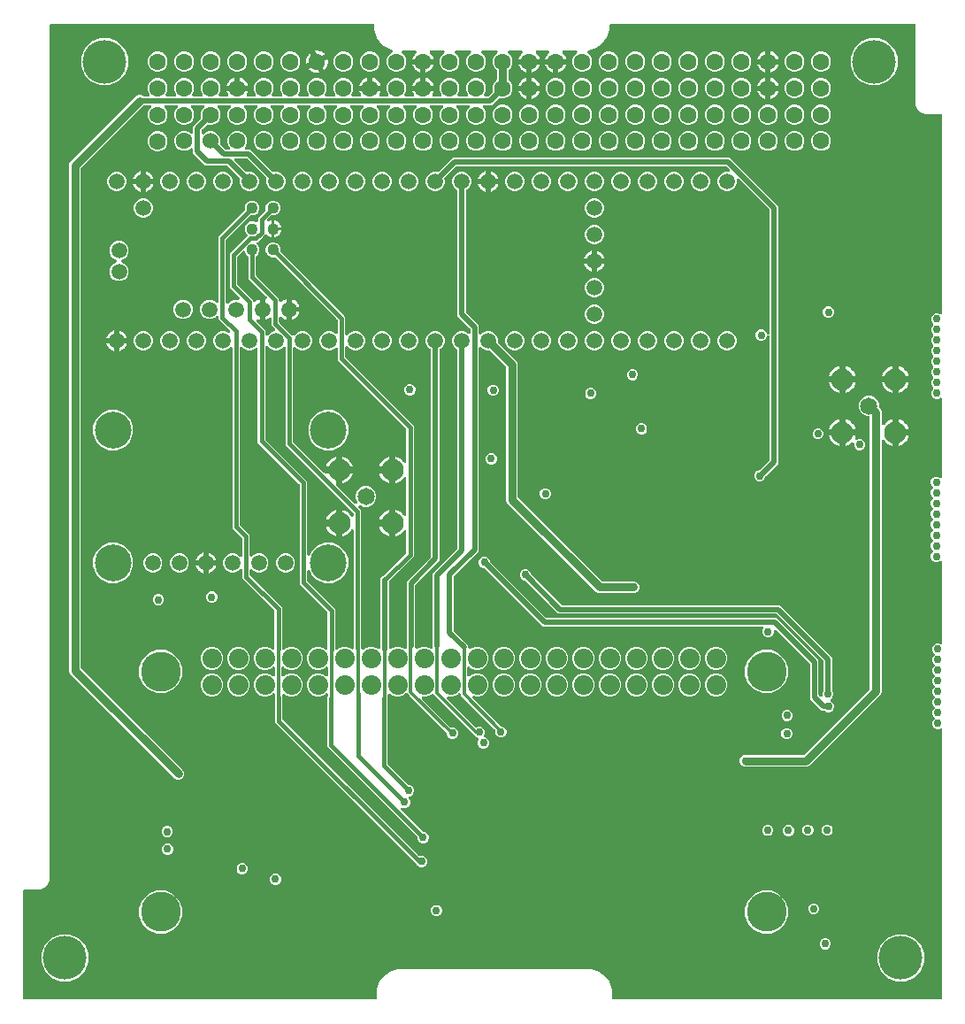
<source format=gbr>
G04 EAGLE Gerber RS-274X export*
G75*
%MOMM*%
%FSLAX34Y34*%
%LPD*%
%INCopper Layer 15*%
%IPPOS*%
%AMOC8*
5,1,8,0,0,1.08239X$1,22.5*%
G01*
%ADD10C,4.191000*%
%ADD11C,1.600200*%
%ADD12C,1.524000*%
%ADD13C,1.508000*%
%ADD14C,1.108000*%
%ADD15C,1.875000*%
%ADD16C,2.100000*%
%ADD17C,1.650000*%
%ADD18C,0.756400*%
%ADD19C,0.800000*%
%ADD20C,0.300000*%
%ADD21C,0.500000*%
%ADD22C,3.516000*%
%ADD23C,0.400000*%
%ADD24C,3.816000*%

G36*
X348387Y10799D02*
X348387Y10799D01*
X348413Y10797D01*
X348560Y10819D01*
X348707Y10836D01*
X348732Y10844D01*
X348758Y10848D01*
X348896Y10903D01*
X349035Y10953D01*
X349057Y10967D01*
X349082Y10977D01*
X349203Y11062D01*
X349328Y11142D01*
X349346Y11161D01*
X349368Y11176D01*
X349467Y11286D01*
X349570Y11393D01*
X349584Y11415D01*
X349601Y11435D01*
X349673Y11565D01*
X349749Y11692D01*
X349757Y11717D01*
X349770Y11740D01*
X349810Y11883D01*
X349855Y12024D01*
X349857Y12050D01*
X349865Y12075D01*
X349884Y12319D01*
X349884Y20873D01*
X352110Y27722D01*
X356342Y33548D01*
X362168Y37780D01*
X369017Y40006D01*
X555543Y40006D01*
X562392Y37780D01*
X568218Y33548D01*
X572450Y27722D01*
X574676Y20873D01*
X574676Y12319D01*
X574679Y12293D01*
X574677Y12267D01*
X574699Y12120D01*
X574716Y11973D01*
X574724Y11948D01*
X574728Y11922D01*
X574783Y11784D01*
X574833Y11645D01*
X574847Y11623D01*
X574857Y11598D01*
X574942Y11477D01*
X575022Y11352D01*
X575041Y11334D01*
X575056Y11312D01*
X575166Y11213D01*
X575273Y11110D01*
X575295Y11096D01*
X575315Y11079D01*
X575445Y11007D01*
X575572Y10931D01*
X575597Y10923D01*
X575620Y10910D01*
X575763Y10870D01*
X575904Y10825D01*
X575930Y10823D01*
X575955Y10815D01*
X576199Y10796D01*
X889381Y10796D01*
X889407Y10799D01*
X889433Y10797D01*
X889580Y10819D01*
X889727Y10836D01*
X889752Y10844D01*
X889778Y10848D01*
X889916Y10903D01*
X890055Y10953D01*
X890077Y10967D01*
X890102Y10977D01*
X890223Y11062D01*
X890348Y11142D01*
X890366Y11161D01*
X890388Y11176D01*
X890487Y11286D01*
X890590Y11393D01*
X890604Y11415D01*
X890621Y11435D01*
X890693Y11565D01*
X890769Y11692D01*
X890777Y11717D01*
X890790Y11740D01*
X890830Y11883D01*
X890875Y12024D01*
X890877Y12050D01*
X890885Y12075D01*
X890904Y12319D01*
X890904Y268697D01*
X890887Y268846D01*
X890875Y268997D01*
X890867Y269020D01*
X890864Y269044D01*
X890814Y269185D01*
X890768Y269328D01*
X890755Y269349D01*
X890747Y269372D01*
X890665Y269498D01*
X890588Y269627D01*
X890571Y269644D01*
X890558Y269664D01*
X890449Y269769D01*
X890345Y269877D01*
X890325Y269890D01*
X890307Y269907D01*
X890178Y269984D01*
X890052Y270065D01*
X890029Y270073D01*
X890008Y270086D01*
X889865Y270131D01*
X889723Y270182D01*
X889699Y270184D01*
X889676Y270192D01*
X889527Y270204D01*
X889377Y270221D01*
X889353Y270218D01*
X889329Y270220D01*
X889180Y270197D01*
X889031Y270180D01*
X889003Y270171D01*
X888984Y270168D01*
X888940Y270150D01*
X888798Y270105D01*
X887646Y269627D01*
X885534Y269627D01*
X883584Y270435D01*
X882091Y271928D01*
X881283Y273878D01*
X881283Y275990D01*
X882091Y277940D01*
X883088Y278937D01*
X883104Y278957D01*
X883124Y278974D01*
X883213Y279094D01*
X883305Y279210D01*
X883316Y279234D01*
X883331Y279255D01*
X883390Y279391D01*
X883454Y279525D01*
X883459Y279551D01*
X883469Y279575D01*
X883496Y279721D01*
X883527Y279866D01*
X883527Y279892D01*
X883531Y279918D01*
X883524Y280066D01*
X883521Y280214D01*
X883515Y280240D01*
X883513Y280266D01*
X883472Y280408D01*
X883436Y280552D01*
X883424Y280575D01*
X883417Y280601D01*
X883344Y280730D01*
X883276Y280862D01*
X883259Y280882D01*
X883247Y280905D01*
X883088Y281091D01*
X882091Y282088D01*
X881283Y284038D01*
X881283Y286150D01*
X882091Y288100D01*
X883088Y289097D01*
X883104Y289117D01*
X883124Y289134D01*
X883213Y289254D01*
X883305Y289370D01*
X883316Y289394D01*
X883331Y289415D01*
X883390Y289550D01*
X883454Y289685D01*
X883459Y289711D01*
X883469Y289735D01*
X883496Y289881D01*
X883527Y290026D01*
X883527Y290052D01*
X883531Y290078D01*
X883524Y290226D01*
X883521Y290374D01*
X883515Y290400D01*
X883513Y290426D01*
X883472Y290568D01*
X883436Y290712D01*
X883424Y290736D01*
X883417Y290761D01*
X883344Y290890D01*
X883276Y291022D01*
X883259Y291042D01*
X883247Y291065D01*
X883088Y291251D01*
X882091Y292248D01*
X881283Y294198D01*
X881283Y296310D01*
X882091Y298260D01*
X883088Y299257D01*
X883104Y299277D01*
X883124Y299294D01*
X883213Y299414D01*
X883305Y299530D01*
X883316Y299554D01*
X883331Y299575D01*
X883390Y299711D01*
X883454Y299845D01*
X883459Y299871D01*
X883469Y299895D01*
X883496Y300041D01*
X883527Y300186D01*
X883527Y300212D01*
X883531Y300238D01*
X883524Y300386D01*
X883521Y300534D01*
X883515Y300560D01*
X883513Y300586D01*
X883472Y300728D01*
X883436Y300872D01*
X883424Y300895D01*
X883417Y300921D01*
X883344Y301050D01*
X883276Y301182D01*
X883259Y301202D01*
X883247Y301225D01*
X883088Y301411D01*
X882091Y302408D01*
X881283Y304358D01*
X881283Y306470D01*
X882091Y308420D01*
X883088Y309417D01*
X883104Y309437D01*
X883124Y309454D01*
X883213Y309574D01*
X883305Y309690D01*
X883316Y309714D01*
X883331Y309735D01*
X883390Y309871D01*
X883454Y310005D01*
X883459Y310031D01*
X883469Y310055D01*
X883496Y310201D01*
X883527Y310346D01*
X883527Y310372D01*
X883531Y310398D01*
X883524Y310546D01*
X883521Y310694D01*
X883515Y310720D01*
X883513Y310746D01*
X883472Y310888D01*
X883436Y311032D01*
X883424Y311055D01*
X883417Y311081D01*
X883344Y311210D01*
X883276Y311342D01*
X883259Y311362D01*
X883247Y311385D01*
X883088Y311571D01*
X882091Y312568D01*
X881283Y314518D01*
X881283Y316630D01*
X882091Y318580D01*
X883088Y319577D01*
X883104Y319597D01*
X883124Y319614D01*
X883213Y319734D01*
X883305Y319850D01*
X883316Y319874D01*
X883331Y319895D01*
X883390Y320031D01*
X883454Y320165D01*
X883459Y320191D01*
X883469Y320215D01*
X883496Y320361D01*
X883527Y320506D01*
X883527Y320532D01*
X883531Y320558D01*
X883524Y320706D01*
X883521Y320854D01*
X883515Y320880D01*
X883513Y320906D01*
X883472Y321048D01*
X883436Y321192D01*
X883424Y321215D01*
X883417Y321241D01*
X883344Y321370D01*
X883276Y321502D01*
X883259Y321522D01*
X883247Y321545D01*
X883088Y321731D01*
X882091Y322728D01*
X881283Y324678D01*
X881283Y326790D01*
X882091Y328740D01*
X883088Y329737D01*
X883104Y329757D01*
X883124Y329774D01*
X883213Y329894D01*
X883305Y330010D01*
X883316Y330034D01*
X883331Y330055D01*
X883390Y330191D01*
X883454Y330325D01*
X883459Y330351D01*
X883469Y330375D01*
X883496Y330521D01*
X883527Y330666D01*
X883527Y330692D01*
X883531Y330718D01*
X883524Y330866D01*
X883521Y331014D01*
X883515Y331040D01*
X883513Y331066D01*
X883472Y331208D01*
X883436Y331352D01*
X883424Y331375D01*
X883417Y331401D01*
X883344Y331530D01*
X883276Y331662D01*
X883259Y331682D01*
X883247Y331705D01*
X883088Y331891D01*
X882091Y332888D01*
X881283Y334838D01*
X881283Y336950D01*
X882091Y338900D01*
X883088Y339897D01*
X883104Y339917D01*
X883124Y339934D01*
X883213Y340054D01*
X883305Y340170D01*
X883316Y340194D01*
X883331Y340215D01*
X883390Y340351D01*
X883454Y340485D01*
X883459Y340511D01*
X883469Y340535D01*
X883496Y340681D01*
X883527Y340826D01*
X883527Y340852D01*
X883531Y340878D01*
X883524Y341026D01*
X883521Y341174D01*
X883515Y341200D01*
X883513Y341226D01*
X883472Y341368D01*
X883436Y341512D01*
X883424Y341535D01*
X883417Y341561D01*
X883344Y341690D01*
X883276Y341822D01*
X883259Y341842D01*
X883247Y341865D01*
X883088Y342051D01*
X882091Y343048D01*
X881283Y344998D01*
X881283Y347110D01*
X882091Y349060D01*
X883584Y350553D01*
X885534Y351361D01*
X887646Y351361D01*
X888798Y350883D01*
X888943Y350842D01*
X889086Y350796D01*
X889110Y350794D01*
X889133Y350788D01*
X889284Y350780D01*
X889433Y350768D01*
X889457Y350772D01*
X889481Y350771D01*
X889629Y350798D01*
X889778Y350820D01*
X889800Y350829D01*
X889824Y350833D01*
X889962Y350893D01*
X890102Y350949D01*
X890122Y350963D01*
X890144Y350972D01*
X890265Y351062D01*
X890388Y351148D01*
X890404Y351166D01*
X890424Y351180D01*
X890521Y351295D01*
X890621Y351406D01*
X890633Y351428D01*
X890649Y351446D01*
X890717Y351580D01*
X890790Y351711D01*
X890796Y351735D01*
X890807Y351756D01*
X890844Y351902D01*
X890885Y352047D01*
X890887Y352076D01*
X890892Y352094D01*
X890892Y352142D01*
X890904Y352291D01*
X890904Y429166D01*
X890893Y429266D01*
X890891Y429366D01*
X890873Y429438D01*
X890864Y429512D01*
X890831Y429607D01*
X890806Y429704D01*
X890772Y429770D01*
X890747Y429840D01*
X890692Y429925D01*
X890646Y430014D01*
X890598Y430071D01*
X890558Y430133D01*
X890486Y430203D01*
X890421Y430279D01*
X890361Y430324D01*
X890307Y430375D01*
X890221Y430427D01*
X890140Y430487D01*
X890072Y430516D01*
X890008Y430554D01*
X889913Y430585D01*
X889820Y430625D01*
X889747Y430638D01*
X889676Y430660D01*
X889576Y430668D01*
X889477Y430686D01*
X889403Y430682D01*
X889329Y430688D01*
X889230Y430673D01*
X889129Y430668D01*
X889058Y430648D01*
X888984Y430637D01*
X888891Y430600D01*
X888794Y430572D01*
X888729Y430535D01*
X888660Y430508D01*
X888578Y430451D01*
X888490Y430402D01*
X888414Y430336D01*
X888374Y430309D01*
X888350Y430283D01*
X888304Y430243D01*
X888196Y430135D01*
X886246Y429327D01*
X884134Y429327D01*
X882184Y430135D01*
X880691Y431628D01*
X879883Y433578D01*
X879883Y435690D01*
X880691Y437640D01*
X881688Y438637D01*
X881704Y438657D01*
X881724Y438674D01*
X881813Y438794D01*
X881905Y438910D01*
X881916Y438934D01*
X881931Y438955D01*
X881990Y439091D01*
X882054Y439225D01*
X882059Y439251D01*
X882069Y439275D01*
X882096Y439421D01*
X882127Y439566D01*
X882127Y439592D01*
X882131Y439618D01*
X882124Y439766D01*
X882121Y439914D01*
X882115Y439940D01*
X882113Y439966D01*
X882072Y440108D01*
X882036Y440252D01*
X882024Y440275D01*
X882017Y440301D01*
X881944Y440430D01*
X881876Y440562D01*
X881859Y440582D01*
X881847Y440605D01*
X881688Y440791D01*
X880691Y441788D01*
X879883Y443738D01*
X879883Y445850D01*
X880691Y447800D01*
X881688Y448797D01*
X881704Y448817D01*
X881724Y448834D01*
X881813Y448954D01*
X881905Y449070D01*
X881916Y449094D01*
X881931Y449115D01*
X881990Y449251D01*
X882054Y449385D01*
X882059Y449411D01*
X882069Y449435D01*
X882096Y449581D01*
X882127Y449726D01*
X882127Y449752D01*
X882131Y449778D01*
X882124Y449926D01*
X882121Y450074D01*
X882115Y450100D01*
X882113Y450126D01*
X882072Y450268D01*
X882036Y450412D01*
X882024Y450436D01*
X882017Y450461D01*
X881944Y450590D01*
X881876Y450722D01*
X881859Y450742D01*
X881847Y450765D01*
X881688Y450951D01*
X880691Y451948D01*
X879883Y453898D01*
X879883Y456010D01*
X880691Y457960D01*
X881688Y458957D01*
X881704Y458977D01*
X881724Y458994D01*
X881813Y459114D01*
X881905Y459230D01*
X881916Y459254D01*
X881931Y459275D01*
X881990Y459411D01*
X882054Y459545D01*
X882059Y459571D01*
X882069Y459595D01*
X882096Y459741D01*
X882127Y459886D01*
X882127Y459912D01*
X882131Y459938D01*
X882124Y460086D01*
X882121Y460234D01*
X882115Y460260D01*
X882113Y460286D01*
X882072Y460428D01*
X882036Y460572D01*
X882024Y460595D01*
X882017Y460621D01*
X881944Y460750D01*
X881876Y460882D01*
X881859Y460902D01*
X881847Y460925D01*
X881688Y461111D01*
X880691Y462108D01*
X879883Y464058D01*
X879883Y466170D01*
X880691Y468120D01*
X881688Y469117D01*
X881704Y469137D01*
X881724Y469154D01*
X881813Y469274D01*
X881905Y469390D01*
X881916Y469414D01*
X881931Y469435D01*
X881990Y469571D01*
X882054Y469705D01*
X882059Y469731D01*
X882069Y469755D01*
X882096Y469901D01*
X882127Y470046D01*
X882127Y470072D01*
X882131Y470098D01*
X882124Y470246D01*
X882121Y470394D01*
X882115Y470420D01*
X882113Y470446D01*
X882072Y470588D01*
X882036Y470732D01*
X882024Y470755D01*
X882017Y470781D01*
X881944Y470910D01*
X881876Y471042D01*
X881859Y471062D01*
X881847Y471085D01*
X881688Y471271D01*
X880691Y472268D01*
X879883Y474218D01*
X879883Y476330D01*
X880691Y478280D01*
X881688Y479277D01*
X881704Y479297D01*
X881724Y479314D01*
X881813Y479434D01*
X881905Y479550D01*
X881916Y479574D01*
X881931Y479595D01*
X881990Y479731D01*
X882054Y479865D01*
X882059Y479891D01*
X882069Y479915D01*
X882096Y480061D01*
X882127Y480206D01*
X882127Y480232D01*
X882131Y480258D01*
X882124Y480406D01*
X882121Y480554D01*
X882115Y480580D01*
X882113Y480606D01*
X882072Y480748D01*
X882036Y480892D01*
X882024Y480915D01*
X882017Y480941D01*
X881944Y481070D01*
X881876Y481202D01*
X881859Y481222D01*
X881847Y481245D01*
X881688Y481431D01*
X880691Y482428D01*
X879883Y484378D01*
X879883Y486490D01*
X880691Y488440D01*
X881688Y489437D01*
X881704Y489457D01*
X881724Y489474D01*
X881813Y489594D01*
X881905Y489710D01*
X881916Y489734D01*
X881931Y489755D01*
X881990Y489891D01*
X882054Y490025D01*
X882059Y490051D01*
X882069Y490075D01*
X882096Y490221D01*
X882127Y490366D01*
X882127Y490392D01*
X882131Y490418D01*
X882124Y490566D01*
X882121Y490714D01*
X882115Y490740D01*
X882113Y490766D01*
X882072Y490908D01*
X882036Y491052D01*
X882024Y491075D01*
X882017Y491101D01*
X881944Y491230D01*
X881876Y491362D01*
X881859Y491382D01*
X881847Y491405D01*
X881688Y491591D01*
X880691Y492588D01*
X879883Y494538D01*
X879883Y496650D01*
X880691Y498600D01*
X881688Y499597D01*
X881704Y499617D01*
X881724Y499634D01*
X881813Y499754D01*
X881905Y499870D01*
X881916Y499894D01*
X881931Y499915D01*
X881990Y500051D01*
X882054Y500185D01*
X882059Y500211D01*
X882069Y500235D01*
X882096Y500381D01*
X882127Y500526D01*
X882127Y500552D01*
X882131Y500578D01*
X882124Y500726D01*
X882121Y500874D01*
X882115Y500900D01*
X882113Y500926D01*
X882072Y501068D01*
X882036Y501212D01*
X882024Y501235D01*
X882017Y501261D01*
X881944Y501390D01*
X881876Y501522D01*
X881859Y501542D01*
X881847Y501565D01*
X881688Y501751D01*
X880691Y502748D01*
X879883Y504698D01*
X879883Y506810D01*
X880691Y508760D01*
X882184Y510253D01*
X884134Y511061D01*
X886246Y511061D01*
X888196Y510253D01*
X888304Y510145D01*
X888383Y510082D01*
X888455Y510013D01*
X888519Y509975D01*
X888577Y509928D01*
X888668Y509885D01*
X888754Y509834D01*
X888825Y509811D01*
X888892Y509779D01*
X888990Y509758D01*
X889086Y509728D01*
X889160Y509722D01*
X889233Y509706D01*
X889333Y509708D01*
X889433Y509700D01*
X889507Y509711D01*
X889581Y509712D01*
X889679Y509736D01*
X889778Y509751D01*
X889847Y509779D01*
X889919Y509797D01*
X890008Y509843D01*
X890102Y509880D01*
X890163Y509923D01*
X890229Y509957D01*
X890305Y510022D01*
X890388Y510079D01*
X890438Y510134D01*
X890494Y510182D01*
X890554Y510263D01*
X890621Y510338D01*
X890657Y510403D01*
X890702Y510463D01*
X890741Y510555D01*
X890790Y510643D01*
X890810Y510714D01*
X890840Y510783D01*
X890857Y510882D01*
X890885Y510978D01*
X890893Y511078D01*
X890901Y511126D01*
X890899Y511161D01*
X890904Y511222D01*
X890904Y585066D01*
X890901Y585090D01*
X890903Y585113D01*
X890892Y585187D01*
X890891Y585267D01*
X890873Y585339D01*
X890864Y585412D01*
X890854Y585440D01*
X890852Y585458D01*
X890827Y585519D01*
X890806Y585605D01*
X890772Y585671D01*
X890747Y585740D01*
X890727Y585770D01*
X890723Y585782D01*
X890690Y585829D01*
X890646Y585915D01*
X890598Y585971D01*
X890558Y586033D01*
X890528Y586062D01*
X890524Y586068D01*
X890492Y586097D01*
X890485Y586103D01*
X890420Y586180D01*
X890360Y586224D01*
X890307Y586275D01*
X890268Y586299D01*
X890265Y586301D01*
X890245Y586312D01*
X890221Y586327D01*
X890139Y586387D01*
X890072Y586416D01*
X890008Y586454D01*
X889962Y586469D01*
X889960Y586470D01*
X889951Y586472D01*
X889912Y586485D01*
X889819Y586525D01*
X889747Y586538D01*
X889676Y586560D01*
X889625Y586564D01*
X889625Y586565D01*
X889575Y586569D01*
X889476Y586586D01*
X889403Y586582D01*
X889381Y586584D01*
X889380Y586584D01*
X889329Y586588D01*
X889229Y586573D01*
X889128Y586568D01*
X889057Y586548D01*
X889055Y586547D01*
X889030Y586544D01*
X889026Y586543D01*
X888984Y586537D01*
X888890Y586499D01*
X888793Y586471D01*
X888736Y586439D01*
X888702Y586427D01*
X888692Y586420D01*
X888660Y586408D01*
X888644Y586396D01*
X886546Y585527D01*
X884434Y585527D01*
X882484Y586335D01*
X880991Y587828D01*
X880183Y589778D01*
X880183Y591890D01*
X880991Y593840D01*
X881988Y594837D01*
X882004Y594857D01*
X882024Y594874D01*
X882113Y594994D01*
X882205Y595110D01*
X882216Y595134D01*
X882231Y595155D01*
X882290Y595291D01*
X882354Y595425D01*
X882359Y595451D01*
X882369Y595475D01*
X882396Y595621D01*
X882427Y595766D01*
X882427Y595792D01*
X882431Y595818D01*
X882424Y595966D01*
X882421Y596114D01*
X882415Y596140D01*
X882413Y596166D01*
X882372Y596308D01*
X882336Y596452D01*
X882324Y596476D01*
X882317Y596501D01*
X882244Y596630D01*
X882176Y596762D01*
X882159Y596782D01*
X882147Y596805D01*
X881988Y596991D01*
X880991Y597988D01*
X880183Y599938D01*
X880183Y602050D01*
X880991Y604000D01*
X881988Y604997D01*
X882004Y605017D01*
X882024Y605034D01*
X882113Y605154D01*
X882205Y605270D01*
X882216Y605294D01*
X882231Y605315D01*
X882290Y605451D01*
X882354Y605585D01*
X882359Y605611D01*
X882369Y605635D01*
X882396Y605781D01*
X882427Y605926D01*
X882427Y605952D01*
X882431Y605978D01*
X882424Y606126D01*
X882421Y606274D01*
X882415Y606300D01*
X882413Y606326D01*
X882372Y606468D01*
X882336Y606612D01*
X882324Y606635D01*
X882317Y606661D01*
X882244Y606790D01*
X882176Y606922D01*
X882159Y606942D01*
X882147Y606965D01*
X881988Y607151D01*
X880991Y608148D01*
X880183Y610098D01*
X880183Y612210D01*
X880991Y614160D01*
X881988Y615157D01*
X882004Y615177D01*
X882024Y615194D01*
X882113Y615314D01*
X882205Y615430D01*
X882216Y615454D01*
X882231Y615475D01*
X882290Y615611D01*
X882354Y615745D01*
X882359Y615771D01*
X882369Y615795D01*
X882396Y615941D01*
X882427Y616086D01*
X882427Y616112D01*
X882431Y616138D01*
X882424Y616286D01*
X882421Y616434D01*
X882415Y616460D01*
X882413Y616486D01*
X882372Y616628D01*
X882336Y616772D01*
X882324Y616795D01*
X882317Y616821D01*
X882244Y616950D01*
X882176Y617082D01*
X882159Y617102D01*
X882147Y617125D01*
X881988Y617311D01*
X880991Y618308D01*
X880183Y620258D01*
X880183Y622370D01*
X880991Y624320D01*
X881988Y625317D01*
X882004Y625337D01*
X882024Y625354D01*
X882113Y625474D01*
X882205Y625590D01*
X882216Y625614D01*
X882231Y625635D01*
X882290Y625771D01*
X882354Y625905D01*
X882359Y625931D01*
X882369Y625955D01*
X882396Y626101D01*
X882427Y626246D01*
X882427Y626272D01*
X882431Y626298D01*
X882424Y626446D01*
X882421Y626594D01*
X882415Y626620D01*
X882413Y626646D01*
X882372Y626788D01*
X882336Y626932D01*
X882324Y626955D01*
X882317Y626981D01*
X882244Y627110D01*
X882176Y627242D01*
X882159Y627262D01*
X882147Y627285D01*
X881988Y627471D01*
X880991Y628468D01*
X880183Y630418D01*
X880183Y632530D01*
X880991Y634480D01*
X881988Y635477D01*
X882004Y635497D01*
X882024Y635514D01*
X882113Y635634D01*
X882205Y635750D01*
X882216Y635774D01*
X882231Y635795D01*
X882290Y635931D01*
X882354Y636065D01*
X882359Y636091D01*
X882369Y636115D01*
X882396Y636261D01*
X882427Y636406D01*
X882427Y636432D01*
X882431Y636458D01*
X882424Y636606D01*
X882421Y636754D01*
X882415Y636780D01*
X882413Y636806D01*
X882372Y636948D01*
X882336Y637092D01*
X882324Y637115D01*
X882317Y637141D01*
X882244Y637270D01*
X882176Y637402D01*
X882159Y637422D01*
X882147Y637445D01*
X881988Y637631D01*
X880991Y638628D01*
X880183Y640578D01*
X880183Y642690D01*
X880991Y644640D01*
X881988Y645637D01*
X882004Y645657D01*
X882024Y645674D01*
X882113Y645794D01*
X882205Y645910D01*
X882216Y645934D01*
X882231Y645955D01*
X882290Y646091D01*
X882354Y646225D01*
X882359Y646251D01*
X882369Y646275D01*
X882396Y646421D01*
X882427Y646566D01*
X882427Y646592D01*
X882431Y646618D01*
X882424Y646766D01*
X882421Y646914D01*
X882415Y646940D01*
X882413Y646966D01*
X882372Y647108D01*
X882336Y647252D01*
X882324Y647276D01*
X882317Y647301D01*
X882244Y647430D01*
X882176Y647562D01*
X882159Y647582D01*
X882147Y647605D01*
X881988Y647791D01*
X880991Y648788D01*
X880183Y650738D01*
X880183Y652850D01*
X880991Y654800D01*
X881988Y655797D01*
X882004Y655817D01*
X882024Y655834D01*
X882113Y655954D01*
X882205Y656070D01*
X882216Y656094D01*
X882231Y656115D01*
X882290Y656251D01*
X882354Y656385D01*
X882359Y656411D01*
X882369Y656435D01*
X882396Y656581D01*
X882427Y656726D01*
X882427Y656752D01*
X882431Y656778D01*
X882424Y656926D01*
X882421Y657074D01*
X882415Y657100D01*
X882413Y657126D01*
X882372Y657268D01*
X882336Y657412D01*
X882324Y657435D01*
X882317Y657461D01*
X882244Y657590D01*
X882176Y657722D01*
X882159Y657742D01*
X882147Y657765D01*
X881988Y657951D01*
X880991Y658948D01*
X880183Y660898D01*
X880183Y663010D01*
X880991Y664960D01*
X882484Y666453D01*
X884434Y667261D01*
X886546Y667261D01*
X888688Y666373D01*
X888754Y666334D01*
X888824Y666311D01*
X888891Y666280D01*
X888990Y666258D01*
X889086Y666228D01*
X889159Y666222D01*
X889232Y666206D01*
X889333Y666208D01*
X889433Y666200D01*
X889506Y666211D01*
X889580Y666212D01*
X889678Y666236D01*
X889778Y666251D01*
X889846Y666279D01*
X889918Y666297D01*
X890008Y666343D01*
X890102Y666380D01*
X890162Y666422D01*
X890228Y666456D01*
X890305Y666521D01*
X890388Y666579D01*
X890437Y666634D01*
X890494Y666682D01*
X890554Y666763D01*
X890621Y666838D01*
X890657Y666902D01*
X890701Y666962D01*
X890741Y667054D01*
X890790Y667143D01*
X890810Y667214D01*
X890839Y667282D01*
X890857Y667381D01*
X890885Y667478D01*
X890893Y667578D01*
X890901Y667625D01*
X890899Y667661D01*
X890904Y667722D01*
X890904Y856361D01*
X890901Y856387D01*
X890903Y856413D01*
X890881Y856560D01*
X890864Y856707D01*
X890856Y856732D01*
X890852Y856758D01*
X890797Y856896D01*
X890747Y857035D01*
X890733Y857057D01*
X890723Y857082D01*
X890638Y857203D01*
X890558Y857328D01*
X890539Y857346D01*
X890524Y857368D01*
X890414Y857467D01*
X890307Y857570D01*
X890285Y857584D01*
X890265Y857601D01*
X890135Y857673D01*
X890008Y857749D01*
X889983Y857757D01*
X889960Y857770D01*
X889817Y857810D01*
X889676Y857855D01*
X889650Y857857D01*
X889625Y857865D01*
X889381Y857884D01*
X874153Y857884D01*
X870185Y859528D01*
X867148Y862565D01*
X865504Y866533D01*
X865504Y942721D01*
X865501Y942747D01*
X865503Y942773D01*
X865481Y942920D01*
X865464Y943067D01*
X865456Y943092D01*
X865452Y943118D01*
X865397Y943256D01*
X865347Y943395D01*
X865333Y943417D01*
X865323Y943442D01*
X865238Y943563D01*
X865158Y943688D01*
X865139Y943706D01*
X865124Y943728D01*
X865014Y943827D01*
X864907Y943930D01*
X864885Y943944D01*
X864865Y943961D01*
X864735Y944033D01*
X864608Y944109D01*
X864583Y944117D01*
X864560Y944130D01*
X864417Y944170D01*
X864276Y944215D01*
X864250Y944217D01*
X864225Y944225D01*
X863981Y944244D01*
X574040Y944244D01*
X573998Y944239D01*
X573921Y944240D01*
X573861Y944235D01*
X573805Y944224D01*
X573748Y944222D01*
X573537Y944172D01*
X573519Y944168D01*
X573515Y944166D01*
X573510Y944165D01*
X573396Y944128D01*
X573290Y944080D01*
X573181Y944039D01*
X573117Y944000D01*
X573079Y943983D01*
X573044Y943956D01*
X572972Y943912D01*
X572876Y943842D01*
X572789Y943763D01*
X572697Y943690D01*
X572649Y943634D01*
X572619Y943606D01*
X572594Y943569D01*
X572538Y943505D01*
X572468Y943408D01*
X572411Y943307D01*
X572346Y943209D01*
X572317Y943141D01*
X572297Y943105D01*
X572284Y943062D01*
X572252Y942984D01*
X572215Y942870D01*
X572204Y942814D01*
X572184Y942761D01*
X572156Y942585D01*
X572155Y942584D01*
X572155Y942582D01*
X572150Y942547D01*
X572146Y942529D01*
X572146Y942525D01*
X572145Y942519D01*
X572140Y942460D01*
X572142Y942418D01*
X572136Y942340D01*
X572136Y938619D01*
X569836Y931540D01*
X565461Y925519D01*
X559440Y921144D01*
X552324Y918832D01*
X552254Y918831D01*
X552182Y918813D01*
X552108Y918804D01*
X552014Y918771D01*
X551916Y918746D01*
X551850Y918712D01*
X551780Y918687D01*
X551696Y918632D01*
X551607Y918586D01*
X551550Y918538D01*
X551487Y918498D01*
X551418Y918426D01*
X551341Y918361D01*
X551297Y918301D01*
X551245Y918247D01*
X551194Y918161D01*
X551134Y918080D01*
X551105Y918012D01*
X551066Y917948D01*
X551036Y917852D01*
X550996Y917760D01*
X550983Y917687D01*
X550960Y917616D01*
X550952Y917516D01*
X550934Y917417D01*
X550938Y917343D01*
X550932Y917269D01*
X550947Y917169D01*
X550952Y917069D01*
X550973Y916998D01*
X550984Y916924D01*
X551021Y916831D01*
X551049Y916734D01*
X551085Y916669D01*
X551113Y916600D01*
X551170Y916518D01*
X551219Y916430D01*
X551284Y916354D01*
X551312Y916314D01*
X551338Y916290D01*
X551378Y916244D01*
X554176Y913446D01*
X555626Y909945D01*
X555626Y906155D01*
X554176Y902654D01*
X551496Y899974D01*
X547995Y898524D01*
X544205Y898524D01*
X540704Y899974D01*
X538024Y902654D01*
X536574Y906155D01*
X536574Y909945D01*
X538024Y913446D01*
X540822Y916244D01*
X540885Y916322D01*
X540955Y916395D01*
X540993Y916459D01*
X541039Y916517D01*
X541082Y916608D01*
X541134Y916694D01*
X541156Y916765D01*
X541188Y916832D01*
X541209Y916930D01*
X541240Y917026D01*
X541246Y917100D01*
X541261Y917173D01*
X541260Y917273D01*
X541268Y917373D01*
X541257Y917447D01*
X541255Y917521D01*
X541231Y917618D01*
X541216Y917718D01*
X541189Y917787D01*
X541170Y917859D01*
X541124Y917948D01*
X541087Y918042D01*
X541045Y918103D01*
X541011Y918169D01*
X540946Y918245D01*
X540888Y918328D01*
X540833Y918378D01*
X540785Y918434D01*
X540704Y918494D01*
X540630Y918561D01*
X540565Y918597D01*
X540505Y918642D01*
X540412Y918681D01*
X540325Y918730D01*
X540253Y918750D01*
X540185Y918780D01*
X540086Y918797D01*
X539989Y918825D01*
X539889Y918833D01*
X539842Y918841D01*
X539806Y918839D01*
X539745Y918844D01*
X528466Y918844D01*
X528420Y918839D01*
X528375Y918842D01*
X528248Y918819D01*
X528120Y918804D01*
X528077Y918789D01*
X528032Y918781D01*
X527913Y918730D01*
X527791Y918687D01*
X527753Y918662D01*
X527711Y918644D01*
X527607Y918568D01*
X527499Y918498D01*
X527467Y918465D01*
X527430Y918438D01*
X527346Y918340D01*
X527256Y918247D01*
X527233Y918208D01*
X527203Y918173D01*
X527144Y918059D01*
X527078Y917948D01*
X527064Y917905D01*
X527043Y917864D01*
X527011Y917739D01*
X526971Y917616D01*
X526968Y917571D01*
X526956Y917527D01*
X526954Y917397D01*
X526943Y917269D01*
X526950Y917224D01*
X526949Y917178D01*
X526976Y917052D01*
X526995Y916924D01*
X527012Y916882D01*
X527021Y916837D01*
X527076Y916720D01*
X527124Y916600D01*
X527150Y916563D01*
X527169Y916521D01*
X527249Y916420D01*
X527323Y916314D01*
X527357Y916284D01*
X527385Y916248D01*
X527565Y916093D01*
X528741Y914918D01*
X529716Y913575D01*
X530469Y912097D01*
X530918Y910716D01*
X521843Y910716D01*
X521817Y910713D01*
X521791Y910715D01*
X521644Y910693D01*
X521497Y910676D01*
X521472Y910668D01*
X521446Y910664D01*
X521309Y910609D01*
X521169Y910559D01*
X521147Y910545D01*
X521122Y910535D01*
X521001Y910450D01*
X520876Y910370D01*
X520858Y910351D01*
X520836Y910336D01*
X520737Y910226D01*
X520705Y910193D01*
X520700Y910200D01*
X520590Y910299D01*
X520483Y910402D01*
X520460Y910416D01*
X520441Y910433D01*
X520311Y910505D01*
X520184Y910581D01*
X520159Y910589D01*
X520136Y910602D01*
X519993Y910642D01*
X519852Y910687D01*
X519826Y910689D01*
X519801Y910697D01*
X519557Y910716D01*
X510482Y910716D01*
X510931Y912097D01*
X511684Y913575D01*
X512659Y914918D01*
X513839Y916097D01*
X513863Y916119D01*
X513901Y916144D01*
X513991Y916237D01*
X514086Y916324D01*
X514112Y916362D01*
X514144Y916395D01*
X514210Y916506D01*
X514283Y916612D01*
X514299Y916655D01*
X514322Y916694D01*
X514362Y916817D01*
X514408Y916937D01*
X514415Y916982D01*
X514429Y917026D01*
X514439Y917155D01*
X514457Y917282D01*
X514453Y917328D01*
X514457Y917373D01*
X514437Y917501D01*
X514426Y917629D01*
X514412Y917673D01*
X514405Y917718D01*
X514357Y917838D01*
X514317Y917960D01*
X514293Y917999D01*
X514276Y918042D01*
X514203Y918148D01*
X514135Y918258D01*
X514103Y918291D01*
X514077Y918328D01*
X513981Y918414D01*
X513891Y918506D01*
X513852Y918531D01*
X513818Y918561D01*
X513705Y918624D01*
X513596Y918693D01*
X513553Y918708D01*
X513513Y918730D01*
X513389Y918765D01*
X513267Y918807D01*
X513222Y918812D01*
X513178Y918825D01*
X512934Y918844D01*
X503066Y918844D01*
X503020Y918839D01*
X502975Y918842D01*
X502848Y918819D01*
X502720Y918804D01*
X502677Y918789D01*
X502632Y918781D01*
X502513Y918730D01*
X502391Y918687D01*
X502353Y918662D01*
X502311Y918644D01*
X502207Y918568D01*
X502099Y918498D01*
X502067Y918465D01*
X502030Y918438D01*
X501946Y918340D01*
X501856Y918247D01*
X501833Y918208D01*
X501803Y918173D01*
X501744Y918059D01*
X501678Y917948D01*
X501664Y917905D01*
X501643Y917864D01*
X501611Y917739D01*
X501571Y917616D01*
X501568Y917571D01*
X501556Y917527D01*
X501554Y917397D01*
X501543Y917269D01*
X501550Y917224D01*
X501549Y917178D01*
X501576Y917052D01*
X501595Y916924D01*
X501612Y916882D01*
X501621Y916837D01*
X501676Y916720D01*
X501724Y916600D01*
X501750Y916563D01*
X501769Y916521D01*
X501849Y916420D01*
X501923Y916314D01*
X501957Y916284D01*
X501985Y916248D01*
X502165Y916093D01*
X503341Y914918D01*
X504316Y913575D01*
X505069Y912097D01*
X505518Y910716D01*
X496443Y910716D01*
X496417Y910713D01*
X496391Y910715D01*
X496244Y910693D01*
X496097Y910676D01*
X496072Y910668D01*
X496046Y910664D01*
X495909Y910609D01*
X495769Y910559D01*
X495747Y910545D01*
X495722Y910535D01*
X495601Y910450D01*
X495476Y910370D01*
X495458Y910351D01*
X495436Y910336D01*
X495337Y910226D01*
X495305Y910193D01*
X495300Y910200D01*
X495190Y910299D01*
X495083Y910402D01*
X495060Y910416D01*
X495041Y910433D01*
X494911Y910505D01*
X494784Y910581D01*
X494759Y910589D01*
X494736Y910602D01*
X494593Y910642D01*
X494452Y910687D01*
X494426Y910689D01*
X494401Y910697D01*
X494157Y910716D01*
X485082Y910716D01*
X485531Y912097D01*
X486284Y913575D01*
X487259Y914918D01*
X488439Y916097D01*
X488463Y916119D01*
X488501Y916144D01*
X488591Y916237D01*
X488686Y916324D01*
X488712Y916362D01*
X488744Y916395D01*
X488810Y916506D01*
X488883Y916612D01*
X488899Y916655D01*
X488922Y916694D01*
X488962Y916817D01*
X489008Y916937D01*
X489015Y916982D01*
X489029Y917026D01*
X489039Y917155D01*
X489057Y917282D01*
X489053Y917328D01*
X489057Y917373D01*
X489037Y917501D01*
X489026Y917629D01*
X489012Y917673D01*
X489005Y917718D01*
X488957Y917838D01*
X488917Y917960D01*
X488893Y917999D01*
X488876Y918042D01*
X488803Y918148D01*
X488735Y918258D01*
X488703Y918291D01*
X488677Y918328D01*
X488581Y918414D01*
X488491Y918506D01*
X488452Y918531D01*
X488418Y918561D01*
X488305Y918624D01*
X488196Y918693D01*
X488153Y918708D01*
X488113Y918730D01*
X487989Y918765D01*
X487867Y918807D01*
X487822Y918812D01*
X487778Y918825D01*
X487534Y918844D01*
X476255Y918844D01*
X476155Y918833D01*
X476054Y918831D01*
X475982Y918813D01*
X475908Y918804D01*
X475814Y918771D01*
X475716Y918746D01*
X475650Y918712D01*
X475580Y918687D01*
X475496Y918632D01*
X475407Y918586D01*
X475350Y918538D01*
X475287Y918498D01*
X475218Y918426D01*
X475141Y918361D01*
X475097Y918301D01*
X475045Y918247D01*
X474994Y918161D01*
X474934Y918080D01*
X474905Y918012D01*
X474866Y917948D01*
X474836Y917852D01*
X474796Y917760D01*
X474783Y917687D01*
X474760Y917616D01*
X474752Y917516D01*
X474734Y917417D01*
X474738Y917343D01*
X474732Y917269D01*
X474747Y917169D01*
X474752Y917069D01*
X474773Y916998D01*
X474784Y916924D01*
X474821Y916831D01*
X474849Y916734D01*
X474885Y916669D01*
X474913Y916600D01*
X474970Y916518D01*
X475019Y916430D01*
X475084Y916354D01*
X475112Y916314D01*
X475138Y916290D01*
X475178Y916244D01*
X477976Y913446D01*
X479426Y909945D01*
X479426Y906155D01*
X477976Y902654D01*
X475871Y900549D01*
X475792Y900450D01*
X475708Y900357D01*
X475684Y900314D01*
X475654Y900276D01*
X475600Y900162D01*
X475539Y900052D01*
X475526Y900005D01*
X475505Y899961D01*
X475479Y899838D01*
X475444Y899716D01*
X475439Y899655D01*
X475432Y899621D01*
X475433Y899573D01*
X475425Y899472D01*
X475425Y891228D01*
X475427Y891204D01*
X475426Y891182D01*
X475440Y891086D01*
X475446Y890976D01*
X475459Y890929D01*
X475465Y890881D01*
X475475Y890852D01*
X475477Y890837D01*
X475508Y890761D01*
X475542Y890641D01*
X475566Y890599D01*
X475582Y890553D01*
X475603Y890521D01*
X475606Y890513D01*
X475631Y890477D01*
X475651Y890447D01*
X475712Y890337D01*
X475752Y890291D01*
X475771Y890261D01*
X475804Y890229D01*
X475805Y890227D01*
X475807Y890225D01*
X475871Y890151D01*
X477976Y888046D01*
X479426Y884545D01*
X479426Y880755D01*
X477976Y877254D01*
X475296Y874574D01*
X471795Y873124D01*
X468005Y873124D01*
X467574Y873303D01*
X467501Y873324D01*
X467431Y873354D01*
X467334Y873371D01*
X467239Y873398D01*
X467163Y873402D01*
X467088Y873416D01*
X466989Y873411D01*
X466891Y873415D01*
X466816Y873402D01*
X466740Y873398D01*
X466645Y873370D01*
X466548Y873353D01*
X466478Y873322D01*
X466405Y873301D01*
X466319Y873253D01*
X466229Y873214D01*
X466167Y873168D01*
X466101Y873131D01*
X465987Y873034D01*
X465949Y873006D01*
X465937Y872991D01*
X465914Y872973D01*
X459542Y866600D01*
X452299Y866600D01*
X452199Y866589D01*
X452098Y866587D01*
X452026Y866569D01*
X451952Y866560D01*
X451858Y866527D01*
X451760Y866502D01*
X451694Y866468D01*
X451624Y866443D01*
X451540Y866388D01*
X451451Y866342D01*
X451394Y866294D01*
X451331Y866254D01*
X451262Y866182D01*
X451185Y866117D01*
X451141Y866057D01*
X451089Y866003D01*
X451038Y865917D01*
X450978Y865836D01*
X450949Y865768D01*
X450910Y865704D01*
X450880Y865608D01*
X450840Y865516D01*
X450827Y865443D01*
X450804Y865372D01*
X450796Y865272D01*
X450778Y865173D01*
X450782Y865099D01*
X450776Y865025D01*
X450791Y864925D01*
X450796Y864825D01*
X450817Y864754D01*
X450828Y864680D01*
X450865Y864587D01*
X450893Y864490D01*
X450929Y864425D01*
X450957Y864356D01*
X451014Y864274D01*
X451063Y864186D01*
X451128Y864110D01*
X451156Y864070D01*
X451182Y864046D01*
X451222Y864000D01*
X452576Y862646D01*
X454026Y859145D01*
X454026Y855355D01*
X452576Y851854D01*
X449896Y849174D01*
X446395Y847724D01*
X442605Y847724D01*
X439104Y849174D01*
X436424Y851854D01*
X434974Y855355D01*
X434974Y859145D01*
X436424Y862646D01*
X437778Y864000D01*
X437841Y864079D01*
X437911Y864151D01*
X437949Y864215D01*
X437995Y864273D01*
X438038Y864364D01*
X438090Y864450D01*
X438112Y864521D01*
X438144Y864588D01*
X438165Y864686D01*
X438196Y864782D01*
X438202Y864856D01*
X438217Y864929D01*
X438216Y865029D01*
X438224Y865129D01*
X438213Y865203D01*
X438211Y865277D01*
X438187Y865374D01*
X438172Y865474D01*
X438145Y865543D01*
X438126Y865615D01*
X438080Y865704D01*
X438043Y865798D01*
X438001Y865859D01*
X437967Y865925D01*
X437902Y866001D01*
X437844Y866084D01*
X437789Y866134D01*
X437741Y866190D01*
X437660Y866250D01*
X437586Y866317D01*
X437521Y866353D01*
X437461Y866398D01*
X437368Y866437D01*
X437281Y866486D01*
X437209Y866506D01*
X437141Y866536D01*
X437042Y866553D01*
X436945Y866581D01*
X436845Y866589D01*
X436798Y866597D01*
X436762Y866595D01*
X436701Y866600D01*
X426899Y866600D01*
X426799Y866589D01*
X426698Y866587D01*
X426626Y866569D01*
X426552Y866560D01*
X426458Y866527D01*
X426360Y866502D01*
X426294Y866468D01*
X426224Y866443D01*
X426140Y866388D01*
X426051Y866342D01*
X425994Y866294D01*
X425931Y866254D01*
X425862Y866182D01*
X425785Y866117D01*
X425741Y866057D01*
X425689Y866003D01*
X425638Y865917D01*
X425578Y865836D01*
X425549Y865768D01*
X425510Y865704D01*
X425480Y865608D01*
X425440Y865516D01*
X425427Y865443D01*
X425404Y865372D01*
X425396Y865272D01*
X425378Y865173D01*
X425382Y865099D01*
X425376Y865025D01*
X425391Y864925D01*
X425396Y864825D01*
X425417Y864754D01*
X425428Y864680D01*
X425465Y864587D01*
X425493Y864490D01*
X425529Y864425D01*
X425557Y864356D01*
X425614Y864274D01*
X425663Y864186D01*
X425728Y864110D01*
X425756Y864070D01*
X425782Y864046D01*
X425822Y864000D01*
X427176Y862646D01*
X428626Y859145D01*
X428626Y855355D01*
X427176Y851854D01*
X424496Y849174D01*
X420995Y847724D01*
X417205Y847724D01*
X413704Y849174D01*
X411024Y851854D01*
X409574Y855355D01*
X409574Y859145D01*
X411024Y862646D01*
X412378Y864000D01*
X412441Y864079D01*
X412511Y864151D01*
X412549Y864215D01*
X412595Y864273D01*
X412638Y864364D01*
X412690Y864450D01*
X412712Y864521D01*
X412744Y864588D01*
X412765Y864686D01*
X412796Y864782D01*
X412802Y864856D01*
X412817Y864929D01*
X412816Y865029D01*
X412824Y865129D01*
X412813Y865203D01*
X412811Y865277D01*
X412787Y865374D01*
X412772Y865474D01*
X412745Y865543D01*
X412726Y865615D01*
X412680Y865704D01*
X412643Y865798D01*
X412601Y865859D01*
X412567Y865925D01*
X412502Y866001D01*
X412444Y866084D01*
X412389Y866134D01*
X412341Y866190D01*
X412260Y866250D01*
X412186Y866317D01*
X412121Y866353D01*
X412061Y866398D01*
X411968Y866437D01*
X411881Y866486D01*
X411809Y866506D01*
X411741Y866536D01*
X411642Y866553D01*
X411545Y866581D01*
X411445Y866589D01*
X411398Y866597D01*
X411362Y866595D01*
X411301Y866600D01*
X401499Y866600D01*
X401399Y866589D01*
X401298Y866587D01*
X401226Y866569D01*
X401152Y866560D01*
X401058Y866527D01*
X400960Y866502D01*
X400894Y866468D01*
X400824Y866443D01*
X400740Y866388D01*
X400651Y866342D01*
X400594Y866294D01*
X400531Y866254D01*
X400462Y866182D01*
X400385Y866117D01*
X400341Y866057D01*
X400289Y866003D01*
X400238Y865917D01*
X400178Y865836D01*
X400149Y865768D01*
X400110Y865704D01*
X400080Y865608D01*
X400040Y865516D01*
X400027Y865443D01*
X400004Y865372D01*
X399996Y865272D01*
X399978Y865173D01*
X399982Y865099D01*
X399976Y865025D01*
X399991Y864925D01*
X399996Y864825D01*
X400017Y864754D01*
X400028Y864680D01*
X400065Y864587D01*
X400093Y864490D01*
X400129Y864425D01*
X400157Y864356D01*
X400214Y864274D01*
X400263Y864186D01*
X400328Y864110D01*
X400356Y864070D01*
X400382Y864046D01*
X400422Y864000D01*
X401776Y862646D01*
X403226Y859145D01*
X403226Y855355D01*
X401776Y851854D01*
X399096Y849174D01*
X395595Y847724D01*
X391805Y847724D01*
X388304Y849174D01*
X385624Y851854D01*
X384174Y855355D01*
X384174Y859145D01*
X385624Y862646D01*
X386978Y864000D01*
X387041Y864079D01*
X387111Y864151D01*
X387149Y864215D01*
X387195Y864273D01*
X387238Y864364D01*
X387290Y864450D01*
X387312Y864521D01*
X387344Y864588D01*
X387365Y864686D01*
X387396Y864782D01*
X387402Y864856D01*
X387417Y864929D01*
X387416Y865029D01*
X387424Y865129D01*
X387413Y865203D01*
X387411Y865277D01*
X387387Y865374D01*
X387372Y865474D01*
X387345Y865543D01*
X387326Y865615D01*
X387280Y865704D01*
X387243Y865798D01*
X387201Y865859D01*
X387167Y865925D01*
X387102Y866001D01*
X387044Y866084D01*
X386989Y866134D01*
X386941Y866190D01*
X386860Y866250D01*
X386786Y866317D01*
X386721Y866353D01*
X386661Y866398D01*
X386568Y866437D01*
X386481Y866486D01*
X386409Y866506D01*
X386341Y866536D01*
X386242Y866553D01*
X386145Y866581D01*
X386045Y866589D01*
X385998Y866597D01*
X385962Y866595D01*
X385901Y866600D01*
X376099Y866600D01*
X375999Y866589D01*
X375898Y866587D01*
X375826Y866569D01*
X375752Y866560D01*
X375658Y866527D01*
X375560Y866502D01*
X375494Y866468D01*
X375424Y866443D01*
X375340Y866388D01*
X375251Y866342D01*
X375194Y866294D01*
X375131Y866254D01*
X375062Y866182D01*
X374985Y866117D01*
X374941Y866057D01*
X374889Y866003D01*
X374838Y865917D01*
X374778Y865836D01*
X374749Y865768D01*
X374710Y865704D01*
X374680Y865608D01*
X374640Y865516D01*
X374627Y865443D01*
X374604Y865372D01*
X374596Y865272D01*
X374578Y865173D01*
X374582Y865099D01*
X374576Y865025D01*
X374591Y864925D01*
X374596Y864825D01*
X374617Y864754D01*
X374628Y864680D01*
X374665Y864587D01*
X374693Y864490D01*
X374729Y864425D01*
X374757Y864356D01*
X374814Y864274D01*
X374863Y864186D01*
X374928Y864110D01*
X374956Y864070D01*
X374982Y864046D01*
X375022Y864000D01*
X376376Y862646D01*
X377826Y859145D01*
X377826Y855355D01*
X376376Y851854D01*
X373696Y849174D01*
X370195Y847724D01*
X366405Y847724D01*
X362904Y849174D01*
X360224Y851854D01*
X358774Y855355D01*
X358774Y859145D01*
X360224Y862646D01*
X361578Y864000D01*
X361641Y864079D01*
X361711Y864151D01*
X361749Y864215D01*
X361795Y864273D01*
X361838Y864364D01*
X361890Y864450D01*
X361912Y864521D01*
X361944Y864588D01*
X361965Y864686D01*
X361996Y864782D01*
X362002Y864856D01*
X362017Y864929D01*
X362016Y865029D01*
X362024Y865129D01*
X362013Y865203D01*
X362011Y865277D01*
X361987Y865374D01*
X361972Y865474D01*
X361945Y865543D01*
X361926Y865615D01*
X361880Y865704D01*
X361843Y865798D01*
X361801Y865859D01*
X361767Y865925D01*
X361702Y866001D01*
X361644Y866084D01*
X361589Y866134D01*
X361541Y866190D01*
X361460Y866250D01*
X361386Y866317D01*
X361321Y866353D01*
X361261Y866398D01*
X361168Y866437D01*
X361081Y866486D01*
X361009Y866506D01*
X360941Y866536D01*
X360842Y866553D01*
X360745Y866581D01*
X360645Y866589D01*
X360598Y866597D01*
X360562Y866595D01*
X360501Y866600D01*
X350699Y866600D01*
X350599Y866589D01*
X350498Y866587D01*
X350426Y866569D01*
X350352Y866560D01*
X350258Y866527D01*
X350160Y866502D01*
X350094Y866468D01*
X350024Y866443D01*
X349940Y866388D01*
X349851Y866342D01*
X349794Y866294D01*
X349731Y866254D01*
X349662Y866182D01*
X349585Y866117D01*
X349541Y866057D01*
X349489Y866003D01*
X349438Y865917D01*
X349378Y865836D01*
X349349Y865768D01*
X349310Y865704D01*
X349280Y865608D01*
X349240Y865516D01*
X349227Y865443D01*
X349204Y865372D01*
X349196Y865272D01*
X349178Y865173D01*
X349182Y865099D01*
X349176Y865025D01*
X349191Y864925D01*
X349196Y864825D01*
X349217Y864754D01*
X349228Y864680D01*
X349265Y864587D01*
X349293Y864490D01*
X349329Y864425D01*
X349357Y864356D01*
X349414Y864274D01*
X349463Y864186D01*
X349528Y864110D01*
X349556Y864070D01*
X349582Y864046D01*
X349622Y864000D01*
X350976Y862646D01*
X352426Y859145D01*
X352426Y855355D01*
X350976Y851854D01*
X348296Y849174D01*
X344795Y847724D01*
X341005Y847724D01*
X337504Y849174D01*
X334824Y851854D01*
X333374Y855355D01*
X333374Y859145D01*
X334824Y862646D01*
X336178Y864000D01*
X336241Y864079D01*
X336311Y864151D01*
X336349Y864215D01*
X336395Y864273D01*
X336438Y864364D01*
X336490Y864450D01*
X336512Y864521D01*
X336544Y864588D01*
X336565Y864686D01*
X336596Y864782D01*
X336602Y864856D01*
X336617Y864929D01*
X336616Y865029D01*
X336624Y865129D01*
X336613Y865203D01*
X336611Y865277D01*
X336587Y865374D01*
X336572Y865474D01*
X336545Y865543D01*
X336526Y865615D01*
X336480Y865704D01*
X336443Y865798D01*
X336401Y865859D01*
X336367Y865925D01*
X336302Y866001D01*
X336244Y866084D01*
X336189Y866134D01*
X336141Y866190D01*
X336060Y866250D01*
X335986Y866317D01*
X335921Y866353D01*
X335861Y866398D01*
X335768Y866437D01*
X335681Y866486D01*
X335609Y866506D01*
X335541Y866536D01*
X335442Y866553D01*
X335345Y866581D01*
X335245Y866589D01*
X335198Y866597D01*
X335162Y866595D01*
X335101Y866600D01*
X325299Y866600D01*
X325199Y866589D01*
X325098Y866587D01*
X325026Y866569D01*
X324952Y866560D01*
X324858Y866527D01*
X324760Y866502D01*
X324694Y866468D01*
X324624Y866443D01*
X324540Y866388D01*
X324451Y866342D01*
X324394Y866294D01*
X324331Y866254D01*
X324262Y866182D01*
X324185Y866117D01*
X324141Y866057D01*
X324089Y866003D01*
X324038Y865917D01*
X323978Y865836D01*
X323949Y865768D01*
X323910Y865704D01*
X323880Y865608D01*
X323840Y865516D01*
X323827Y865443D01*
X323804Y865372D01*
X323796Y865272D01*
X323778Y865173D01*
X323782Y865099D01*
X323776Y865025D01*
X323791Y864925D01*
X323796Y864825D01*
X323817Y864754D01*
X323828Y864680D01*
X323865Y864587D01*
X323893Y864490D01*
X323929Y864425D01*
X323957Y864356D01*
X324014Y864274D01*
X324063Y864186D01*
X324128Y864110D01*
X324156Y864070D01*
X324182Y864046D01*
X324222Y864000D01*
X325576Y862646D01*
X327026Y859145D01*
X327026Y855355D01*
X325576Y851854D01*
X322896Y849174D01*
X319395Y847724D01*
X315605Y847724D01*
X312104Y849174D01*
X309424Y851854D01*
X307974Y855355D01*
X307974Y859145D01*
X309424Y862646D01*
X310778Y864000D01*
X310841Y864079D01*
X310911Y864151D01*
X310949Y864215D01*
X310995Y864273D01*
X311038Y864364D01*
X311090Y864450D01*
X311112Y864521D01*
X311144Y864588D01*
X311165Y864686D01*
X311196Y864782D01*
X311202Y864856D01*
X311217Y864929D01*
X311216Y865029D01*
X311224Y865129D01*
X311213Y865203D01*
X311211Y865277D01*
X311187Y865374D01*
X311172Y865474D01*
X311145Y865543D01*
X311126Y865615D01*
X311080Y865704D01*
X311043Y865798D01*
X311001Y865859D01*
X310967Y865925D01*
X310902Y866001D01*
X310844Y866084D01*
X310789Y866134D01*
X310741Y866190D01*
X310660Y866250D01*
X310586Y866317D01*
X310521Y866353D01*
X310461Y866398D01*
X310368Y866437D01*
X310281Y866486D01*
X310209Y866506D01*
X310141Y866536D01*
X310042Y866553D01*
X309945Y866581D01*
X309845Y866589D01*
X309798Y866597D01*
X309762Y866595D01*
X309701Y866600D01*
X299899Y866600D01*
X299799Y866589D01*
X299698Y866587D01*
X299626Y866569D01*
X299552Y866560D01*
X299458Y866527D01*
X299360Y866502D01*
X299294Y866468D01*
X299224Y866443D01*
X299140Y866388D01*
X299051Y866342D01*
X298994Y866294D01*
X298931Y866254D01*
X298862Y866182D01*
X298785Y866117D01*
X298741Y866057D01*
X298689Y866003D01*
X298638Y865917D01*
X298578Y865836D01*
X298549Y865768D01*
X298510Y865704D01*
X298480Y865608D01*
X298440Y865516D01*
X298427Y865443D01*
X298404Y865372D01*
X298396Y865272D01*
X298378Y865173D01*
X298382Y865099D01*
X298376Y865025D01*
X298391Y864925D01*
X298396Y864825D01*
X298417Y864754D01*
X298428Y864680D01*
X298465Y864587D01*
X298493Y864490D01*
X298529Y864425D01*
X298557Y864356D01*
X298614Y864274D01*
X298663Y864186D01*
X298728Y864110D01*
X298756Y864070D01*
X298782Y864046D01*
X298822Y864000D01*
X300176Y862646D01*
X301626Y859145D01*
X301626Y855355D01*
X300176Y851854D01*
X297496Y849174D01*
X293995Y847724D01*
X290205Y847724D01*
X286704Y849174D01*
X284024Y851854D01*
X282574Y855355D01*
X282574Y859145D01*
X284024Y862646D01*
X285378Y864000D01*
X285441Y864079D01*
X285511Y864151D01*
X285549Y864215D01*
X285595Y864273D01*
X285638Y864364D01*
X285690Y864450D01*
X285712Y864521D01*
X285744Y864588D01*
X285765Y864686D01*
X285796Y864782D01*
X285802Y864856D01*
X285817Y864929D01*
X285816Y865029D01*
X285824Y865129D01*
X285813Y865203D01*
X285811Y865277D01*
X285787Y865374D01*
X285772Y865474D01*
X285745Y865543D01*
X285726Y865615D01*
X285680Y865704D01*
X285643Y865798D01*
X285601Y865859D01*
X285567Y865925D01*
X285502Y866001D01*
X285444Y866084D01*
X285389Y866134D01*
X285341Y866190D01*
X285260Y866250D01*
X285186Y866317D01*
X285121Y866353D01*
X285061Y866398D01*
X284968Y866437D01*
X284881Y866486D01*
X284809Y866506D01*
X284741Y866536D01*
X284642Y866553D01*
X284545Y866581D01*
X284445Y866589D01*
X284398Y866597D01*
X284362Y866595D01*
X284301Y866600D01*
X274499Y866600D01*
X274399Y866589D01*
X274298Y866587D01*
X274226Y866569D01*
X274152Y866560D01*
X274058Y866527D01*
X273960Y866502D01*
X273894Y866468D01*
X273824Y866443D01*
X273740Y866388D01*
X273651Y866342D01*
X273594Y866294D01*
X273531Y866254D01*
X273462Y866182D01*
X273385Y866117D01*
X273341Y866057D01*
X273289Y866003D01*
X273238Y865917D01*
X273178Y865836D01*
X273149Y865768D01*
X273110Y865704D01*
X273080Y865608D01*
X273040Y865516D01*
X273027Y865443D01*
X273004Y865372D01*
X272996Y865272D01*
X272978Y865173D01*
X272982Y865099D01*
X272976Y865025D01*
X272991Y864925D01*
X272996Y864825D01*
X273017Y864754D01*
X273028Y864680D01*
X273065Y864587D01*
X273093Y864490D01*
X273129Y864425D01*
X273157Y864356D01*
X273214Y864274D01*
X273263Y864186D01*
X273328Y864110D01*
X273356Y864070D01*
X273382Y864046D01*
X273422Y864000D01*
X274776Y862646D01*
X276226Y859145D01*
X276226Y855355D01*
X274776Y851854D01*
X272096Y849174D01*
X268595Y847724D01*
X264805Y847724D01*
X261304Y849174D01*
X258624Y851854D01*
X257174Y855355D01*
X257174Y859145D01*
X258624Y862646D01*
X259978Y864000D01*
X260041Y864079D01*
X260111Y864151D01*
X260149Y864215D01*
X260195Y864273D01*
X260238Y864364D01*
X260290Y864450D01*
X260312Y864521D01*
X260344Y864588D01*
X260365Y864686D01*
X260396Y864782D01*
X260402Y864856D01*
X260417Y864929D01*
X260416Y865029D01*
X260424Y865129D01*
X260413Y865203D01*
X260411Y865277D01*
X260387Y865374D01*
X260372Y865474D01*
X260345Y865543D01*
X260326Y865615D01*
X260280Y865704D01*
X260243Y865798D01*
X260201Y865859D01*
X260167Y865925D01*
X260102Y866001D01*
X260044Y866084D01*
X259989Y866134D01*
X259941Y866190D01*
X259860Y866250D01*
X259786Y866317D01*
X259721Y866353D01*
X259661Y866398D01*
X259568Y866437D01*
X259481Y866486D01*
X259409Y866506D01*
X259341Y866536D01*
X259242Y866553D01*
X259145Y866581D01*
X259045Y866589D01*
X258998Y866597D01*
X258962Y866595D01*
X258901Y866600D01*
X249099Y866600D01*
X248999Y866589D01*
X248898Y866587D01*
X248826Y866569D01*
X248752Y866560D01*
X248658Y866527D01*
X248560Y866502D01*
X248494Y866468D01*
X248424Y866443D01*
X248340Y866388D01*
X248251Y866342D01*
X248194Y866294D01*
X248131Y866254D01*
X248062Y866182D01*
X247985Y866117D01*
X247941Y866057D01*
X247889Y866003D01*
X247838Y865917D01*
X247778Y865836D01*
X247749Y865768D01*
X247710Y865704D01*
X247680Y865608D01*
X247640Y865516D01*
X247627Y865443D01*
X247604Y865372D01*
X247596Y865272D01*
X247578Y865173D01*
X247582Y865099D01*
X247576Y865025D01*
X247591Y864925D01*
X247596Y864825D01*
X247617Y864754D01*
X247628Y864680D01*
X247665Y864587D01*
X247693Y864490D01*
X247729Y864425D01*
X247757Y864356D01*
X247814Y864274D01*
X247863Y864186D01*
X247928Y864110D01*
X247956Y864070D01*
X247982Y864046D01*
X248022Y864000D01*
X249376Y862646D01*
X250826Y859145D01*
X250826Y855355D01*
X249376Y851854D01*
X246696Y849174D01*
X243195Y847724D01*
X239405Y847724D01*
X235904Y849174D01*
X233224Y851854D01*
X231774Y855355D01*
X231774Y859145D01*
X233224Y862646D01*
X234578Y864000D01*
X234641Y864079D01*
X234711Y864151D01*
X234749Y864215D01*
X234795Y864273D01*
X234838Y864364D01*
X234890Y864450D01*
X234912Y864521D01*
X234944Y864588D01*
X234965Y864686D01*
X234996Y864782D01*
X235002Y864856D01*
X235017Y864929D01*
X235016Y865029D01*
X235024Y865129D01*
X235013Y865203D01*
X235011Y865277D01*
X234987Y865374D01*
X234972Y865474D01*
X234945Y865543D01*
X234926Y865615D01*
X234880Y865704D01*
X234843Y865798D01*
X234801Y865859D01*
X234767Y865925D01*
X234702Y866001D01*
X234644Y866084D01*
X234589Y866134D01*
X234541Y866190D01*
X234460Y866250D01*
X234386Y866317D01*
X234321Y866353D01*
X234261Y866398D01*
X234168Y866437D01*
X234081Y866486D01*
X234009Y866506D01*
X233941Y866536D01*
X233842Y866553D01*
X233745Y866581D01*
X233645Y866589D01*
X233598Y866597D01*
X233562Y866595D01*
X233501Y866600D01*
X223699Y866600D01*
X223599Y866589D01*
X223498Y866587D01*
X223426Y866569D01*
X223352Y866560D01*
X223258Y866527D01*
X223160Y866502D01*
X223094Y866468D01*
X223024Y866443D01*
X222940Y866388D01*
X222851Y866342D01*
X222794Y866294D01*
X222731Y866254D01*
X222662Y866182D01*
X222585Y866117D01*
X222541Y866057D01*
X222489Y866003D01*
X222438Y865917D01*
X222378Y865836D01*
X222349Y865768D01*
X222310Y865704D01*
X222280Y865608D01*
X222240Y865516D01*
X222227Y865443D01*
X222204Y865372D01*
X222196Y865272D01*
X222178Y865173D01*
X222182Y865099D01*
X222176Y865025D01*
X222191Y864925D01*
X222196Y864825D01*
X222217Y864754D01*
X222228Y864680D01*
X222265Y864587D01*
X222293Y864490D01*
X222329Y864425D01*
X222357Y864356D01*
X222414Y864274D01*
X222463Y864186D01*
X222528Y864110D01*
X222556Y864070D01*
X222582Y864046D01*
X222622Y864000D01*
X223976Y862646D01*
X225426Y859145D01*
X225426Y855355D01*
X223976Y851854D01*
X221296Y849174D01*
X217795Y847724D01*
X214005Y847724D01*
X210504Y849174D01*
X207824Y851854D01*
X206374Y855355D01*
X206374Y859145D01*
X207824Y862646D01*
X209178Y864000D01*
X209241Y864079D01*
X209311Y864151D01*
X209349Y864215D01*
X209395Y864273D01*
X209438Y864364D01*
X209490Y864450D01*
X209512Y864521D01*
X209544Y864588D01*
X209565Y864686D01*
X209596Y864782D01*
X209602Y864856D01*
X209617Y864929D01*
X209616Y865029D01*
X209624Y865129D01*
X209613Y865203D01*
X209611Y865277D01*
X209587Y865374D01*
X209572Y865474D01*
X209545Y865543D01*
X209526Y865615D01*
X209480Y865704D01*
X209443Y865798D01*
X209401Y865859D01*
X209367Y865925D01*
X209302Y866001D01*
X209244Y866084D01*
X209189Y866134D01*
X209141Y866190D01*
X209060Y866250D01*
X208986Y866317D01*
X208921Y866353D01*
X208861Y866398D01*
X208768Y866437D01*
X208681Y866486D01*
X208609Y866506D01*
X208541Y866536D01*
X208442Y866553D01*
X208345Y866581D01*
X208245Y866589D01*
X208198Y866597D01*
X208162Y866595D01*
X208101Y866600D01*
X198299Y866600D01*
X198199Y866589D01*
X198098Y866587D01*
X198026Y866569D01*
X197952Y866560D01*
X197858Y866527D01*
X197760Y866502D01*
X197694Y866468D01*
X197624Y866443D01*
X197540Y866388D01*
X197451Y866342D01*
X197394Y866294D01*
X197331Y866254D01*
X197262Y866182D01*
X197185Y866117D01*
X197141Y866057D01*
X197089Y866003D01*
X197038Y865917D01*
X196978Y865836D01*
X196949Y865768D01*
X196910Y865704D01*
X196880Y865608D01*
X196840Y865516D01*
X196827Y865443D01*
X196804Y865372D01*
X196796Y865272D01*
X196778Y865173D01*
X196782Y865099D01*
X196776Y865025D01*
X196791Y864925D01*
X196796Y864825D01*
X196817Y864754D01*
X196828Y864680D01*
X196865Y864587D01*
X196893Y864490D01*
X196929Y864425D01*
X196957Y864356D01*
X197014Y864274D01*
X197063Y864186D01*
X197128Y864110D01*
X197156Y864070D01*
X197182Y864046D01*
X197222Y864000D01*
X198576Y862646D01*
X200026Y859145D01*
X200026Y855355D01*
X198576Y851854D01*
X195896Y849174D01*
X192395Y847724D01*
X188605Y847724D01*
X188174Y847903D01*
X188101Y847924D01*
X188031Y847954D01*
X187934Y847971D01*
X187839Y847998D01*
X187763Y848002D01*
X187688Y848016D01*
X187589Y848011D01*
X187491Y848015D01*
X187416Y848002D01*
X187340Y847998D01*
X187245Y847970D01*
X187148Y847953D01*
X187078Y847922D01*
X187005Y847901D01*
X186919Y847853D01*
X186829Y847814D01*
X186767Y847768D01*
X186701Y847731D01*
X186587Y847634D01*
X186549Y847606D01*
X186537Y847591D01*
X186514Y847573D01*
X182271Y843329D01*
X182192Y843230D01*
X182108Y843136D01*
X182084Y843094D01*
X182054Y843056D01*
X182000Y842942D01*
X181939Y842831D01*
X181926Y842785D01*
X181905Y842741D01*
X181879Y842618D01*
X181844Y842496D01*
X181839Y842435D01*
X181832Y842400D01*
X181833Y842352D01*
X181825Y842252D01*
X181825Y840166D01*
X181836Y840066D01*
X181838Y839966D01*
X181856Y839893D01*
X181865Y839820D01*
X181899Y839725D01*
X181923Y839628D01*
X181957Y839562D01*
X181982Y839491D01*
X182037Y839407D01*
X182083Y839318D01*
X182131Y839261D01*
X182171Y839199D01*
X182243Y839129D01*
X182308Y839052D01*
X182368Y839008D01*
X182422Y838956D01*
X182508Y838905D01*
X182589Y838845D01*
X182657Y838816D01*
X182721Y838778D01*
X182817Y838747D01*
X182909Y838707D01*
X182982Y838694D01*
X183053Y838671D01*
X183153Y838663D01*
X183252Y838646D01*
X183326Y838649D01*
X183400Y838643D01*
X183500Y838658D01*
X183600Y838663D01*
X183671Y838684D01*
X183745Y838695D01*
X183838Y838732D01*
X183935Y838760D01*
X184000Y838796D01*
X184069Y838824D01*
X184151Y838881D01*
X184239Y838930D01*
X184315Y838995D01*
X184355Y839023D01*
X184379Y839049D01*
X184425Y839089D01*
X185320Y839984D01*
X188681Y841376D01*
X192319Y841376D01*
X195680Y839983D01*
X198252Y837411D01*
X199645Y834050D01*
X199645Y830412D01*
X199556Y830197D01*
X199535Y830123D01*
X199504Y830053D01*
X199487Y829956D01*
X199460Y829862D01*
X199456Y829786D01*
X199443Y829710D01*
X199448Y829612D01*
X199443Y829514D01*
X199457Y829439D01*
X199461Y829362D01*
X199488Y829268D01*
X199506Y829171D01*
X199536Y829101D01*
X199557Y829027D01*
X199605Y828942D01*
X199644Y828851D01*
X199690Y828790D01*
X199727Y828723D01*
X199824Y828610D01*
X199852Y828572D01*
X199867Y828559D01*
X199886Y828537D01*
X204328Y824095D01*
X204427Y824016D01*
X204521Y823932D01*
X204563Y823908D01*
X204601Y823878D01*
X204715Y823824D01*
X204826Y823763D01*
X204872Y823750D01*
X204916Y823729D01*
X205039Y823703D01*
X205161Y823668D01*
X205222Y823663D01*
X205257Y823656D01*
X205305Y823657D01*
X205405Y823649D01*
X207333Y823649D01*
X207433Y823660D01*
X207534Y823662D01*
X207606Y823680D01*
X207680Y823689D01*
X207774Y823722D01*
X207872Y823747D01*
X207938Y823781D01*
X208008Y823806D01*
X208092Y823861D01*
X208181Y823907D01*
X208238Y823955D01*
X208301Y823995D01*
X208370Y824067D01*
X208447Y824132D01*
X208491Y824192D01*
X208543Y824246D01*
X208594Y824332D01*
X208654Y824413D01*
X208683Y824481D01*
X208722Y824545D01*
X208752Y824640D01*
X208792Y824733D01*
X208805Y824806D01*
X208828Y824877D01*
X208836Y824977D01*
X208854Y825076D01*
X208850Y825150D01*
X208856Y825224D01*
X208841Y825323D01*
X208836Y825424D01*
X208815Y825495D01*
X208804Y825569D01*
X208767Y825662D01*
X208739Y825759D01*
X208703Y825824D01*
X208675Y825893D01*
X208618Y825975D01*
X208569Y826063D01*
X208504Y826139D01*
X208476Y826179D01*
X208450Y826203D01*
X208410Y826249D01*
X207824Y826835D01*
X206374Y830336D01*
X206374Y834126D01*
X207824Y837627D01*
X210504Y840307D01*
X214005Y841757D01*
X217795Y841757D01*
X221296Y840307D01*
X223976Y837627D01*
X225426Y834126D01*
X225426Y830336D01*
X223976Y826835D01*
X223390Y826249D01*
X223327Y826170D01*
X223257Y826098D01*
X223219Y826034D01*
X223173Y825976D01*
X223130Y825885D01*
X223078Y825799D01*
X223056Y825728D01*
X223024Y825661D01*
X223003Y825563D01*
X222972Y825467D01*
X222966Y825393D01*
X222951Y825320D01*
X222952Y825220D01*
X222944Y825120D01*
X222955Y825046D01*
X222957Y824972D01*
X222981Y824875D01*
X222996Y824775D01*
X223023Y824706D01*
X223042Y824634D01*
X223088Y824545D01*
X223125Y824451D01*
X223167Y824390D01*
X223201Y824324D01*
X223266Y824247D01*
X223324Y824165D01*
X223379Y824115D01*
X223427Y824059D01*
X223508Y823999D01*
X223582Y823932D01*
X223648Y823896D01*
X223707Y823851D01*
X223799Y823812D01*
X223887Y823763D01*
X223959Y823743D01*
X224027Y823713D01*
X224126Y823696D01*
X224223Y823668D01*
X224323Y823660D01*
X224370Y823652D01*
X224406Y823654D01*
X224467Y823649D01*
X228343Y823649D01*
X231147Y820845D01*
X249167Y802825D01*
X249227Y802777D01*
X249280Y802722D01*
X249363Y802669D01*
X249440Y802608D01*
X249509Y802575D01*
X249574Y802534D01*
X249666Y802501D01*
X249755Y802459D01*
X249830Y802443D01*
X249902Y802417D01*
X250000Y802406D01*
X250096Y802386D01*
X250172Y802387D01*
X250248Y802378D01*
X250346Y802390D01*
X250444Y802392D01*
X250519Y802410D01*
X250595Y802419D01*
X250737Y802465D01*
X250782Y802477D01*
X250800Y802485D01*
X250827Y802494D01*
X250997Y802565D01*
X254603Y802565D01*
X257935Y801185D01*
X260485Y798635D01*
X261865Y795303D01*
X261865Y791697D01*
X260485Y788365D01*
X257935Y785815D01*
X254603Y784435D01*
X250997Y784435D01*
X247665Y785815D01*
X245115Y788365D01*
X243735Y791697D01*
X243735Y795303D01*
X243806Y795473D01*
X243827Y795546D01*
X243857Y795616D01*
X243874Y795713D01*
X243901Y795808D01*
X243905Y795884D01*
X243919Y795959D01*
X243913Y796058D01*
X243918Y796156D01*
X243905Y796231D01*
X243901Y796308D01*
X243873Y796402D01*
X243856Y796499D01*
X243825Y796569D01*
X243804Y796642D01*
X243756Y796728D01*
X243717Y796818D01*
X243671Y796880D01*
X243634Y796947D01*
X243537Y797060D01*
X243509Y797098D01*
X243494Y797111D01*
X243475Y797133D01*
X225455Y815153D01*
X225356Y815232D01*
X225262Y815316D01*
X225220Y815340D01*
X225182Y815370D01*
X225068Y815424D01*
X224957Y815485D01*
X224911Y815498D01*
X224867Y815519D01*
X224744Y815545D01*
X224622Y815580D01*
X224561Y815585D01*
X224526Y815592D01*
X224478Y815591D01*
X224378Y815599D01*
X214670Y815599D01*
X214570Y815588D01*
X214470Y815586D01*
X214398Y815568D01*
X214324Y815559D01*
X214229Y815526D01*
X214132Y815501D01*
X214066Y815467D01*
X213996Y815442D01*
X213911Y815387D01*
X213822Y815341D01*
X213765Y815293D01*
X213703Y815253D01*
X213633Y815181D01*
X213557Y815116D01*
X213512Y815056D01*
X213461Y815002D01*
X213409Y814916D01*
X213349Y814835D01*
X213320Y814767D01*
X213282Y814703D01*
X213251Y814607D01*
X213211Y814515D01*
X213198Y814442D01*
X213176Y814371D01*
X213168Y814271D01*
X213150Y814172D01*
X213154Y814098D01*
X213148Y814024D01*
X213163Y813924D01*
X213168Y813824D01*
X213188Y813753D01*
X213199Y813679D01*
X213236Y813586D01*
X213264Y813489D01*
X213301Y813424D01*
X213328Y813355D01*
X213385Y813273D01*
X213434Y813185D01*
X213500Y813109D01*
X213527Y813069D01*
X213553Y813045D01*
X213593Y812999D01*
X223767Y802825D01*
X223827Y802777D01*
X223880Y802722D01*
X223963Y802669D01*
X224040Y802608D01*
X224109Y802575D01*
X224174Y802534D01*
X224266Y802501D01*
X224355Y802459D01*
X224430Y802443D01*
X224502Y802417D01*
X224600Y802406D01*
X224696Y802386D01*
X224772Y802387D01*
X224848Y802378D01*
X224946Y802390D01*
X225044Y802392D01*
X225119Y802410D01*
X225195Y802419D01*
X225337Y802465D01*
X225382Y802477D01*
X225400Y802485D01*
X225427Y802494D01*
X225597Y802565D01*
X229203Y802565D01*
X232535Y801185D01*
X235085Y798635D01*
X236465Y795303D01*
X236465Y791697D01*
X235085Y788365D01*
X232535Y785815D01*
X229203Y784435D01*
X225597Y784435D01*
X222265Y785815D01*
X219715Y788365D01*
X218335Y791697D01*
X218335Y795303D01*
X218406Y795473D01*
X218427Y795546D01*
X218457Y795616D01*
X218474Y795713D01*
X218501Y795808D01*
X218505Y795884D01*
X218519Y795959D01*
X218513Y796058D01*
X218518Y796156D01*
X218505Y796231D01*
X218501Y796308D01*
X218473Y796402D01*
X218456Y796499D01*
X218425Y796569D01*
X218404Y796642D01*
X218356Y796728D01*
X218317Y796818D01*
X218271Y796880D01*
X218234Y796947D01*
X218137Y797060D01*
X218109Y797098D01*
X218094Y797111D01*
X218075Y797133D01*
X206579Y808629D01*
X206480Y808708D01*
X206386Y808792D01*
X206344Y808816D01*
X206306Y808846D01*
X206192Y808900D01*
X206081Y808961D01*
X206035Y808974D01*
X205991Y808995D01*
X205868Y809021D01*
X205746Y809056D01*
X205685Y809061D01*
X205650Y809068D01*
X205602Y809067D01*
X205502Y809075D01*
X185333Y809075D01*
X173775Y820633D01*
X173775Y823757D01*
X173764Y823857D01*
X173762Y823958D01*
X173744Y824030D01*
X173735Y824104D01*
X173701Y824198D01*
X173677Y824296D01*
X173643Y824362D01*
X173618Y824432D01*
X173563Y824516D01*
X173517Y824605D01*
X173469Y824662D01*
X173429Y824725D01*
X173357Y824794D01*
X173292Y824871D01*
X173232Y824915D01*
X173178Y824967D01*
X173092Y825018D01*
X173011Y825078D01*
X172943Y825107D01*
X172879Y825146D01*
X172784Y825176D01*
X172691Y825216D01*
X172618Y825229D01*
X172547Y825252D01*
X172447Y825260D01*
X172348Y825278D01*
X172274Y825274D01*
X172200Y825280D01*
X172100Y825265D01*
X172000Y825260D01*
X171929Y825239D01*
X171855Y825228D01*
X171762Y825191D01*
X171665Y825163D01*
X171600Y825127D01*
X171531Y825099D01*
X171449Y825042D01*
X171361Y824993D01*
X171285Y824928D01*
X171245Y824900D01*
X171221Y824874D01*
X171175Y824834D01*
X170496Y824155D01*
X166995Y822705D01*
X163205Y822705D01*
X159704Y824155D01*
X157024Y826835D01*
X155574Y830336D01*
X155574Y834126D01*
X157024Y837627D01*
X159704Y840307D01*
X163205Y841757D01*
X166995Y841757D01*
X170496Y840307D01*
X171175Y839628D01*
X171254Y839565D01*
X171326Y839495D01*
X171390Y839457D01*
X171448Y839411D01*
X171539Y839368D01*
X171625Y839316D01*
X171696Y839294D01*
X171763Y839262D01*
X171861Y839241D01*
X171957Y839210D01*
X172031Y839204D01*
X172104Y839189D01*
X172204Y839190D01*
X172304Y839182D01*
X172378Y839193D01*
X172452Y839195D01*
X172549Y839219D01*
X172649Y839234D01*
X172718Y839261D01*
X172790Y839280D01*
X172879Y839326D01*
X172973Y839363D01*
X173034Y839405D01*
X173100Y839439D01*
X173177Y839504D01*
X173259Y839562D01*
X173309Y839617D01*
X173365Y839665D01*
X173425Y839746D01*
X173492Y839820D01*
X173528Y839886D01*
X173573Y839945D01*
X173612Y840037D01*
X173661Y840125D01*
X173681Y840197D01*
X173711Y840265D01*
X173728Y840364D01*
X173756Y840461D01*
X173764Y840561D01*
X173772Y840608D01*
X173770Y840644D01*
X173775Y840705D01*
X173775Y846217D01*
X180823Y853264D01*
X180870Y853324D01*
X180925Y853377D01*
X180978Y853460D01*
X181039Y853537D01*
X181072Y853606D01*
X181113Y853671D01*
X181146Y853764D01*
X181188Y853852D01*
X181204Y853927D01*
X181230Y853999D01*
X181241Y854097D01*
X181261Y854193D01*
X181260Y854269D01*
X181269Y854346D01*
X181257Y854443D01*
X181255Y854542D01*
X181237Y854616D01*
X181228Y854692D01*
X181182Y854834D01*
X181170Y854880D01*
X181162Y854897D01*
X181153Y854924D01*
X180974Y855355D01*
X180974Y859145D01*
X182424Y862646D01*
X183778Y864000D01*
X183841Y864079D01*
X183911Y864151D01*
X183949Y864215D01*
X183995Y864273D01*
X184038Y864364D01*
X184090Y864450D01*
X184112Y864521D01*
X184144Y864588D01*
X184165Y864686D01*
X184196Y864782D01*
X184202Y864856D01*
X184217Y864929D01*
X184216Y865029D01*
X184224Y865129D01*
X184213Y865203D01*
X184211Y865277D01*
X184187Y865374D01*
X184172Y865474D01*
X184145Y865543D01*
X184126Y865615D01*
X184080Y865704D01*
X184043Y865798D01*
X184001Y865859D01*
X183967Y865925D01*
X183902Y866001D01*
X183844Y866084D01*
X183789Y866134D01*
X183741Y866190D01*
X183660Y866250D01*
X183586Y866317D01*
X183521Y866353D01*
X183461Y866398D01*
X183368Y866437D01*
X183281Y866486D01*
X183209Y866506D01*
X183141Y866536D01*
X183042Y866553D01*
X182945Y866581D01*
X182845Y866589D01*
X182798Y866597D01*
X182762Y866595D01*
X182701Y866600D01*
X172899Y866600D01*
X172799Y866589D01*
X172698Y866587D01*
X172626Y866569D01*
X172552Y866560D01*
X172458Y866527D01*
X172360Y866502D01*
X172294Y866468D01*
X172224Y866443D01*
X172140Y866388D01*
X172051Y866342D01*
X171994Y866294D01*
X171931Y866254D01*
X171862Y866182D01*
X171785Y866117D01*
X171741Y866057D01*
X171689Y866003D01*
X171638Y865917D01*
X171578Y865836D01*
X171549Y865768D01*
X171510Y865704D01*
X171480Y865608D01*
X171440Y865516D01*
X171427Y865443D01*
X171404Y865372D01*
X171396Y865272D01*
X171378Y865173D01*
X171382Y865099D01*
X171376Y865025D01*
X171391Y864925D01*
X171396Y864825D01*
X171417Y864754D01*
X171428Y864680D01*
X171465Y864587D01*
X171493Y864490D01*
X171529Y864425D01*
X171557Y864356D01*
X171614Y864274D01*
X171663Y864186D01*
X171728Y864110D01*
X171756Y864070D01*
X171782Y864046D01*
X171822Y864000D01*
X173176Y862646D01*
X174626Y859145D01*
X174626Y855355D01*
X173176Y851854D01*
X170496Y849174D01*
X166995Y847724D01*
X163205Y847724D01*
X159704Y849174D01*
X157024Y851854D01*
X155574Y855355D01*
X155574Y859145D01*
X157024Y862646D01*
X158378Y864000D01*
X158441Y864079D01*
X158511Y864151D01*
X158549Y864215D01*
X158595Y864273D01*
X158638Y864364D01*
X158690Y864450D01*
X158712Y864521D01*
X158744Y864588D01*
X158765Y864686D01*
X158796Y864782D01*
X158802Y864856D01*
X158817Y864929D01*
X158816Y865029D01*
X158824Y865129D01*
X158813Y865203D01*
X158811Y865277D01*
X158787Y865374D01*
X158772Y865474D01*
X158745Y865543D01*
X158726Y865615D01*
X158680Y865704D01*
X158643Y865798D01*
X158601Y865859D01*
X158567Y865925D01*
X158502Y866001D01*
X158444Y866084D01*
X158389Y866134D01*
X158341Y866190D01*
X158260Y866250D01*
X158186Y866317D01*
X158121Y866353D01*
X158061Y866398D01*
X157968Y866437D01*
X157881Y866486D01*
X157809Y866506D01*
X157741Y866536D01*
X157642Y866553D01*
X157545Y866581D01*
X157445Y866589D01*
X157398Y866597D01*
X157362Y866595D01*
X157301Y866600D01*
X147499Y866600D01*
X147399Y866589D01*
X147298Y866587D01*
X147226Y866569D01*
X147152Y866560D01*
X147058Y866527D01*
X146960Y866502D01*
X146894Y866468D01*
X146824Y866443D01*
X146740Y866388D01*
X146651Y866342D01*
X146594Y866294D01*
X146531Y866254D01*
X146462Y866182D01*
X146385Y866117D01*
X146341Y866057D01*
X146289Y866003D01*
X146238Y865917D01*
X146178Y865836D01*
X146149Y865768D01*
X146110Y865704D01*
X146080Y865608D01*
X146040Y865516D01*
X146027Y865443D01*
X146004Y865372D01*
X145996Y865272D01*
X145978Y865173D01*
X145982Y865099D01*
X145976Y865025D01*
X145991Y864925D01*
X145996Y864825D01*
X146017Y864754D01*
X146028Y864680D01*
X146065Y864587D01*
X146093Y864490D01*
X146129Y864425D01*
X146157Y864356D01*
X146214Y864274D01*
X146263Y864186D01*
X146328Y864110D01*
X146356Y864070D01*
X146382Y864046D01*
X146422Y864000D01*
X147776Y862646D01*
X149226Y859145D01*
X149226Y855355D01*
X147776Y851854D01*
X145096Y849174D01*
X141595Y847724D01*
X137805Y847724D01*
X134304Y849174D01*
X131624Y851854D01*
X130174Y855355D01*
X130174Y859145D01*
X131624Y862646D01*
X133053Y864075D01*
X133116Y864154D01*
X133186Y864226D01*
X133224Y864290D01*
X133270Y864348D01*
X133313Y864439D01*
X133365Y864525D01*
X133387Y864596D01*
X133419Y864663D01*
X133440Y864761D01*
X133471Y864857D01*
X133477Y864931D01*
X133492Y865004D01*
X133491Y865104D01*
X133499Y865204D01*
X133488Y865278D01*
X133486Y865352D01*
X133462Y865449D01*
X133447Y865549D01*
X133420Y865618D01*
X133401Y865690D01*
X133355Y865779D01*
X133318Y865873D01*
X133276Y865934D01*
X133242Y866000D01*
X133177Y866076D01*
X133119Y866159D01*
X133064Y866209D01*
X133016Y866265D01*
X132935Y866325D01*
X132861Y866392D01*
X132796Y866428D01*
X132736Y866473D01*
X132643Y866512D01*
X132556Y866561D01*
X132484Y866581D01*
X132416Y866611D01*
X132317Y866628D01*
X132220Y866656D01*
X132120Y866664D01*
X132073Y866672D01*
X132037Y866670D01*
X131976Y866675D01*
X126919Y866675D01*
X126794Y866661D01*
X126668Y866654D01*
X126621Y866641D01*
X126573Y866635D01*
X126454Y866593D01*
X126333Y866558D01*
X126291Y866534D01*
X126245Y866518D01*
X126139Y866449D01*
X126029Y866388D01*
X125982Y866348D01*
X125952Y866329D01*
X125919Y866294D01*
X125842Y866229D01*
X66571Y806958D01*
X66501Y806869D01*
X66490Y806858D01*
X66487Y806852D01*
X66408Y806765D01*
X66384Y806723D01*
X66354Y806685D01*
X66300Y806571D01*
X66239Y806460D01*
X66226Y806413D01*
X66205Y806370D01*
X66179Y806246D01*
X66144Y806124D01*
X66139Y806064D01*
X66132Y806029D01*
X66133Y805981D01*
X66125Y805881D01*
X66125Y328519D01*
X66139Y328394D01*
X66146Y328268D01*
X66159Y328221D01*
X66165Y328173D01*
X66207Y328054D01*
X66242Y327933D01*
X66266Y327891D01*
X66282Y327845D01*
X66351Y327739D01*
X66412Y327629D01*
X66452Y327582D01*
X66471Y327552D01*
X66506Y327519D01*
X66571Y327442D01*
X164184Y229830D01*
X165025Y227799D01*
X165025Y225601D01*
X164184Y223570D01*
X162630Y222016D01*
X160599Y221175D01*
X158401Y221175D01*
X156370Y222016D01*
X55916Y322470D01*
X55075Y324501D01*
X55075Y809899D01*
X55916Y811930D01*
X119370Y875384D01*
X121401Y876225D01*
X123599Y876225D01*
X125630Y875384D01*
X125842Y875171D01*
X125941Y875092D01*
X126035Y875008D01*
X126077Y874984D01*
X126115Y874954D01*
X126229Y874900D01*
X126340Y874839D01*
X126387Y874826D01*
X126430Y874805D01*
X126554Y874779D01*
X126676Y874744D01*
X126736Y874739D01*
X126771Y874732D01*
X126819Y874733D01*
X126919Y874725D01*
X130476Y874725D01*
X130576Y874736D01*
X130677Y874738D01*
X130749Y874756D01*
X130823Y874765D01*
X130917Y874798D01*
X131015Y874823D01*
X131081Y874857D01*
X131151Y874882D01*
X131235Y874937D01*
X131324Y874983D01*
X131381Y875031D01*
X131444Y875071D01*
X131513Y875143D01*
X131590Y875209D01*
X131634Y875268D01*
X131686Y875322D01*
X131737Y875408D01*
X131797Y875489D01*
X131826Y875557D01*
X131865Y875621D01*
X131895Y875717D01*
X131935Y875809D01*
X131948Y875882D01*
X131971Y875953D01*
X131979Y876053D01*
X131997Y876152D01*
X131993Y876226D01*
X131999Y876300D01*
X131984Y876399D01*
X131979Y876500D01*
X131958Y876571D01*
X131947Y876645D01*
X131910Y876738D01*
X131882Y876835D01*
X131846Y876900D01*
X131818Y876969D01*
X131761Y877051D01*
X131712Y877139D01*
X131647Y877215D01*
X131631Y877238D01*
X130174Y880755D01*
X130174Y884545D01*
X131624Y888046D01*
X134304Y890726D01*
X137805Y892176D01*
X141595Y892176D01*
X145096Y890726D01*
X147776Y888046D01*
X149226Y884545D01*
X149226Y880755D01*
X147776Y877254D01*
X147772Y877250D01*
X147709Y877171D01*
X147639Y877099D01*
X147601Y877035D01*
X147555Y876977D01*
X147512Y876886D01*
X147460Y876800D01*
X147438Y876729D01*
X147406Y876662D01*
X147385Y876564D01*
X147354Y876468D01*
X147348Y876394D01*
X147333Y876321D01*
X147334Y876221D01*
X147326Y876121D01*
X147337Y876047D01*
X147339Y875973D01*
X147363Y875875D01*
X147378Y875776D01*
X147405Y875707D01*
X147424Y875635D01*
X147470Y875546D01*
X147507Y875452D01*
X147549Y875391D01*
X147583Y875325D01*
X147648Y875248D01*
X147706Y875166D01*
X147761Y875116D01*
X147809Y875060D01*
X147890Y875000D01*
X147964Y874933D01*
X148029Y874897D01*
X148089Y874853D01*
X148181Y874813D01*
X148269Y874764D01*
X148341Y874744D01*
X148409Y874714D01*
X148508Y874697D01*
X148605Y874669D01*
X148705Y874661D01*
X148752Y874653D01*
X148788Y874655D01*
X148849Y874650D01*
X155951Y874650D01*
X156051Y874661D01*
X156152Y874663D01*
X156224Y874681D01*
X156298Y874690D01*
X156392Y874724D01*
X156490Y874748D01*
X156556Y874782D01*
X156626Y874807D01*
X156710Y874862D01*
X156799Y874908D01*
X156856Y874956D01*
X156919Y874996D01*
X156988Y875068D01*
X157065Y875134D01*
X157109Y875193D01*
X157161Y875247D01*
X157212Y875333D01*
X157272Y875414D01*
X157301Y875482D01*
X157340Y875546D01*
X157370Y875642D01*
X157410Y875734D01*
X157423Y875807D01*
X157446Y875878D01*
X157454Y875978D01*
X157472Y876077D01*
X157468Y876151D01*
X157474Y876225D01*
X157459Y876324D01*
X157454Y876425D01*
X157433Y876496D01*
X157422Y876570D01*
X157385Y876663D01*
X157357Y876760D01*
X157321Y876825D01*
X157293Y876894D01*
X157236Y876976D01*
X157187Y877064D01*
X157122Y877140D01*
X157094Y877180D01*
X157068Y877204D01*
X157028Y877250D01*
X157024Y877254D01*
X155574Y880755D01*
X155574Y884545D01*
X157024Y888046D01*
X159704Y890726D01*
X163205Y892176D01*
X166995Y892176D01*
X170496Y890726D01*
X173176Y888046D01*
X174626Y884545D01*
X174626Y880755D01*
X173176Y877254D01*
X173172Y877250D01*
X173109Y877171D01*
X173039Y877099D01*
X173001Y877035D01*
X172955Y876977D01*
X172912Y876886D01*
X172860Y876800D01*
X172838Y876729D01*
X172806Y876662D01*
X172785Y876564D01*
X172754Y876468D01*
X172748Y876394D01*
X172733Y876321D01*
X172734Y876221D01*
X172726Y876121D01*
X172737Y876047D01*
X172739Y875973D01*
X172763Y875875D01*
X172778Y875776D01*
X172805Y875707D01*
X172824Y875635D01*
X172870Y875546D01*
X172907Y875452D01*
X172949Y875391D01*
X172983Y875325D01*
X173048Y875248D01*
X173106Y875166D01*
X173161Y875116D01*
X173209Y875060D01*
X173290Y875000D01*
X173364Y874933D01*
X173429Y874897D01*
X173489Y874853D01*
X173581Y874813D01*
X173669Y874764D01*
X173741Y874744D01*
X173809Y874714D01*
X173908Y874697D01*
X174005Y874669D01*
X174105Y874661D01*
X174152Y874653D01*
X174188Y874655D01*
X174249Y874650D01*
X181351Y874650D01*
X181451Y874661D01*
X181552Y874663D01*
X181624Y874681D01*
X181698Y874690D01*
X181792Y874724D01*
X181890Y874748D01*
X181956Y874782D01*
X182026Y874807D01*
X182110Y874862D01*
X182199Y874908D01*
X182256Y874956D01*
X182319Y874996D01*
X182388Y875068D01*
X182465Y875134D01*
X182509Y875193D01*
X182561Y875247D01*
X182612Y875333D01*
X182672Y875414D01*
X182701Y875482D01*
X182740Y875546D01*
X182770Y875642D01*
X182810Y875734D01*
X182823Y875807D01*
X182846Y875878D01*
X182854Y875978D01*
X182872Y876077D01*
X182868Y876151D01*
X182874Y876225D01*
X182859Y876324D01*
X182854Y876425D01*
X182833Y876496D01*
X182822Y876570D01*
X182785Y876663D01*
X182757Y876760D01*
X182721Y876825D01*
X182693Y876894D01*
X182636Y876976D01*
X182587Y877064D01*
X182522Y877140D01*
X182494Y877180D01*
X182468Y877204D01*
X182428Y877250D01*
X182424Y877254D01*
X180974Y880755D01*
X180974Y884545D01*
X182424Y888046D01*
X185104Y890726D01*
X188605Y892176D01*
X192395Y892176D01*
X195896Y890726D01*
X198576Y888046D01*
X200026Y884545D01*
X200026Y880755D01*
X198576Y877254D01*
X198572Y877250D01*
X198509Y877171D01*
X198439Y877099D01*
X198401Y877035D01*
X198355Y876977D01*
X198312Y876886D01*
X198260Y876800D01*
X198238Y876729D01*
X198206Y876662D01*
X198185Y876564D01*
X198154Y876468D01*
X198148Y876394D01*
X198133Y876321D01*
X198134Y876221D01*
X198126Y876121D01*
X198137Y876047D01*
X198139Y875973D01*
X198163Y875875D01*
X198178Y875776D01*
X198205Y875707D01*
X198224Y875635D01*
X198270Y875546D01*
X198307Y875452D01*
X198349Y875391D01*
X198383Y875325D01*
X198448Y875248D01*
X198506Y875166D01*
X198561Y875116D01*
X198609Y875060D01*
X198690Y875000D01*
X198764Y874933D01*
X198829Y874897D01*
X198889Y874853D01*
X198981Y874813D01*
X199069Y874764D01*
X199141Y874744D01*
X199209Y874714D01*
X199308Y874697D01*
X199405Y874669D01*
X199505Y874661D01*
X199552Y874653D01*
X199588Y874655D01*
X199649Y874650D01*
X205693Y874650D01*
X205847Y874668D01*
X206001Y874681D01*
X206020Y874687D01*
X206039Y874690D01*
X206185Y874742D01*
X206332Y874791D01*
X206349Y874801D01*
X206367Y874807D01*
X206498Y874892D01*
X206630Y874972D01*
X206644Y874986D01*
X206660Y874996D01*
X206768Y875108D01*
X206878Y875216D01*
X206889Y875233D01*
X206902Y875247D01*
X206982Y875380D01*
X207065Y875511D01*
X207071Y875529D01*
X207081Y875546D01*
X207128Y875693D01*
X207179Y875840D01*
X207181Y875859D01*
X207187Y875878D01*
X207200Y876032D01*
X207216Y876187D01*
X207213Y876206D01*
X207215Y876225D01*
X207192Y876378D01*
X207173Y876533D01*
X207166Y876551D01*
X207163Y876570D01*
X207106Y876714D01*
X207052Y876860D01*
X207040Y876879D01*
X207035Y876894D01*
X207010Y876930D01*
X206925Y877068D01*
X206884Y877125D01*
X206131Y878603D01*
X205682Y879984D01*
X214757Y879984D01*
X214783Y879987D01*
X214809Y879985D01*
X214956Y880007D01*
X215103Y880024D01*
X215128Y880032D01*
X215154Y880036D01*
X215291Y880091D01*
X215431Y880141D01*
X215453Y880155D01*
X215478Y880165D01*
X215599Y880250D01*
X215724Y880330D01*
X215742Y880349D01*
X215764Y880364D01*
X215863Y880474D01*
X215895Y880507D01*
X215900Y880500D01*
X216010Y880401D01*
X216117Y880298D01*
X216140Y880284D01*
X216159Y880267D01*
X216289Y880195D01*
X216416Y880119D01*
X216441Y880111D01*
X216464Y880098D01*
X216607Y880058D01*
X216748Y880013D01*
X216774Y880010D01*
X216799Y880003D01*
X217043Y879984D01*
X226118Y879984D01*
X225669Y878603D01*
X224916Y877125D01*
X224875Y877068D01*
X224799Y876933D01*
X224719Y876800D01*
X224713Y876782D01*
X224704Y876765D01*
X224660Y876616D01*
X224613Y876468D01*
X224611Y876449D01*
X224606Y876430D01*
X224597Y876276D01*
X224585Y876121D01*
X224588Y876102D01*
X224587Y876083D01*
X224614Y875930D01*
X224637Y875776D01*
X224644Y875758D01*
X224647Y875739D01*
X224708Y875597D01*
X224765Y875452D01*
X224776Y875436D01*
X224784Y875419D01*
X224876Y875293D01*
X224964Y875166D01*
X224979Y875153D01*
X224990Y875138D01*
X225108Y875037D01*
X225223Y874933D01*
X225240Y874923D01*
X225255Y874911D01*
X225392Y874839D01*
X225528Y874764D01*
X225547Y874759D01*
X225564Y874750D01*
X225714Y874712D01*
X225863Y874669D01*
X225886Y874668D01*
X225901Y874664D01*
X225945Y874663D01*
X226107Y874650D01*
X232151Y874650D01*
X232251Y874661D01*
X232352Y874663D01*
X232424Y874681D01*
X232498Y874690D01*
X232592Y874724D01*
X232690Y874748D01*
X232756Y874782D01*
X232826Y874807D01*
X232910Y874862D01*
X232999Y874908D01*
X233056Y874956D01*
X233119Y874996D01*
X233188Y875068D01*
X233265Y875134D01*
X233309Y875193D01*
X233361Y875247D01*
X233412Y875333D01*
X233472Y875414D01*
X233501Y875482D01*
X233540Y875546D01*
X233570Y875642D01*
X233610Y875734D01*
X233623Y875807D01*
X233646Y875878D01*
X233654Y875978D01*
X233672Y876077D01*
X233668Y876151D01*
X233674Y876225D01*
X233659Y876324D01*
X233654Y876425D01*
X233633Y876496D01*
X233622Y876570D01*
X233585Y876663D01*
X233557Y876760D01*
X233521Y876825D01*
X233493Y876894D01*
X233436Y876976D01*
X233387Y877064D01*
X233322Y877140D01*
X233294Y877180D01*
X233268Y877204D01*
X233228Y877250D01*
X233224Y877254D01*
X231774Y880755D01*
X231774Y884545D01*
X233224Y888046D01*
X235904Y890726D01*
X239405Y892176D01*
X243195Y892176D01*
X246696Y890726D01*
X249376Y888046D01*
X250826Y884545D01*
X250826Y880755D01*
X249376Y877254D01*
X249372Y877250D01*
X249309Y877171D01*
X249239Y877099D01*
X249201Y877035D01*
X249155Y876977D01*
X249112Y876886D01*
X249060Y876800D01*
X249038Y876729D01*
X249006Y876662D01*
X248985Y876564D01*
X248954Y876468D01*
X248948Y876394D01*
X248933Y876321D01*
X248934Y876221D01*
X248926Y876121D01*
X248937Y876047D01*
X248939Y875973D01*
X248963Y875875D01*
X248978Y875776D01*
X249005Y875707D01*
X249024Y875635D01*
X249070Y875546D01*
X249107Y875452D01*
X249149Y875391D01*
X249183Y875325D01*
X249248Y875248D01*
X249306Y875166D01*
X249361Y875116D01*
X249409Y875060D01*
X249490Y875000D01*
X249564Y874933D01*
X249629Y874897D01*
X249689Y874853D01*
X249781Y874813D01*
X249869Y874764D01*
X249941Y874744D01*
X250009Y874714D01*
X250108Y874697D01*
X250205Y874669D01*
X250305Y874661D01*
X250352Y874653D01*
X250388Y874655D01*
X250449Y874650D01*
X257551Y874650D01*
X257651Y874661D01*
X257752Y874663D01*
X257824Y874681D01*
X257898Y874690D01*
X257992Y874724D01*
X258090Y874748D01*
X258156Y874782D01*
X258226Y874807D01*
X258310Y874862D01*
X258399Y874908D01*
X258456Y874956D01*
X258519Y874996D01*
X258588Y875068D01*
X258665Y875134D01*
X258709Y875193D01*
X258761Y875247D01*
X258812Y875333D01*
X258872Y875414D01*
X258901Y875482D01*
X258940Y875546D01*
X258970Y875642D01*
X259010Y875734D01*
X259023Y875807D01*
X259046Y875878D01*
X259054Y875978D01*
X259072Y876077D01*
X259068Y876151D01*
X259074Y876225D01*
X259059Y876324D01*
X259054Y876425D01*
X259033Y876496D01*
X259022Y876570D01*
X258985Y876663D01*
X258957Y876760D01*
X258921Y876825D01*
X258893Y876894D01*
X258836Y876976D01*
X258787Y877064D01*
X258722Y877140D01*
X258694Y877180D01*
X258668Y877204D01*
X258628Y877250D01*
X258624Y877254D01*
X257174Y880755D01*
X257174Y884545D01*
X258624Y888046D01*
X261304Y890726D01*
X264805Y892176D01*
X268595Y892176D01*
X272096Y890726D01*
X274776Y888046D01*
X276226Y884545D01*
X276226Y880755D01*
X274776Y877254D01*
X274772Y877250D01*
X274709Y877171D01*
X274639Y877099D01*
X274601Y877035D01*
X274555Y876977D01*
X274512Y876886D01*
X274460Y876800D01*
X274438Y876729D01*
X274406Y876662D01*
X274385Y876564D01*
X274354Y876468D01*
X274348Y876394D01*
X274333Y876321D01*
X274334Y876221D01*
X274326Y876121D01*
X274337Y876047D01*
X274339Y875973D01*
X274363Y875875D01*
X274378Y875776D01*
X274405Y875707D01*
X274424Y875635D01*
X274470Y875546D01*
X274507Y875452D01*
X274549Y875391D01*
X274583Y875325D01*
X274648Y875248D01*
X274706Y875166D01*
X274761Y875116D01*
X274809Y875060D01*
X274890Y875000D01*
X274964Y874933D01*
X275029Y874897D01*
X275089Y874853D01*
X275181Y874813D01*
X275269Y874764D01*
X275341Y874744D01*
X275409Y874714D01*
X275508Y874697D01*
X275605Y874669D01*
X275705Y874661D01*
X275752Y874653D01*
X275788Y874655D01*
X275849Y874650D01*
X282951Y874650D01*
X283051Y874661D01*
X283152Y874663D01*
X283224Y874681D01*
X283298Y874690D01*
X283392Y874724D01*
X283490Y874748D01*
X283556Y874782D01*
X283626Y874807D01*
X283710Y874862D01*
X283799Y874908D01*
X283856Y874956D01*
X283919Y874996D01*
X283988Y875068D01*
X284065Y875134D01*
X284109Y875193D01*
X284161Y875247D01*
X284212Y875333D01*
X284272Y875414D01*
X284301Y875482D01*
X284340Y875546D01*
X284370Y875642D01*
X284410Y875734D01*
X284423Y875807D01*
X284446Y875878D01*
X284454Y875978D01*
X284472Y876077D01*
X284468Y876151D01*
X284474Y876225D01*
X284459Y876324D01*
X284454Y876425D01*
X284433Y876496D01*
X284422Y876570D01*
X284385Y876663D01*
X284357Y876760D01*
X284321Y876825D01*
X284293Y876894D01*
X284236Y876976D01*
X284187Y877064D01*
X284122Y877140D01*
X284094Y877180D01*
X284068Y877204D01*
X284028Y877250D01*
X284024Y877254D01*
X282574Y880755D01*
X282574Y884545D01*
X284024Y888046D01*
X286704Y890726D01*
X290205Y892176D01*
X293995Y892176D01*
X297496Y890726D01*
X300176Y888046D01*
X301626Y884545D01*
X301626Y880755D01*
X300176Y877254D01*
X300172Y877250D01*
X300109Y877171D01*
X300039Y877099D01*
X300001Y877035D01*
X299955Y876977D01*
X299912Y876886D01*
X299860Y876800D01*
X299838Y876729D01*
X299806Y876662D01*
X299785Y876564D01*
X299754Y876468D01*
X299748Y876394D01*
X299733Y876321D01*
X299734Y876221D01*
X299726Y876121D01*
X299737Y876047D01*
X299739Y875973D01*
X299763Y875875D01*
X299778Y875776D01*
X299805Y875707D01*
X299824Y875635D01*
X299870Y875546D01*
X299907Y875452D01*
X299949Y875391D01*
X299983Y875325D01*
X300048Y875248D01*
X300106Y875166D01*
X300161Y875116D01*
X300209Y875060D01*
X300290Y875000D01*
X300364Y874933D01*
X300429Y874897D01*
X300489Y874853D01*
X300581Y874813D01*
X300669Y874764D01*
X300741Y874744D01*
X300809Y874714D01*
X300908Y874697D01*
X301005Y874669D01*
X301105Y874661D01*
X301152Y874653D01*
X301188Y874655D01*
X301249Y874650D01*
X308351Y874650D01*
X308451Y874661D01*
X308552Y874663D01*
X308624Y874681D01*
X308698Y874690D01*
X308792Y874724D01*
X308890Y874748D01*
X308956Y874782D01*
X309026Y874807D01*
X309110Y874862D01*
X309199Y874908D01*
X309256Y874956D01*
X309319Y874996D01*
X309388Y875068D01*
X309465Y875134D01*
X309509Y875193D01*
X309561Y875247D01*
X309612Y875333D01*
X309672Y875414D01*
X309701Y875482D01*
X309740Y875546D01*
X309770Y875642D01*
X309810Y875734D01*
X309823Y875807D01*
X309846Y875878D01*
X309854Y875978D01*
X309872Y876077D01*
X309868Y876151D01*
X309874Y876225D01*
X309859Y876324D01*
X309854Y876425D01*
X309833Y876496D01*
X309822Y876570D01*
X309785Y876663D01*
X309757Y876760D01*
X309721Y876825D01*
X309693Y876894D01*
X309636Y876976D01*
X309587Y877064D01*
X309522Y877140D01*
X309494Y877180D01*
X309468Y877204D01*
X309428Y877250D01*
X309424Y877254D01*
X307974Y880755D01*
X307974Y884545D01*
X309424Y888046D01*
X312104Y890726D01*
X315605Y892176D01*
X319395Y892176D01*
X322896Y890726D01*
X325576Y888046D01*
X327026Y884545D01*
X327026Y880755D01*
X325576Y877254D01*
X325572Y877250D01*
X325509Y877171D01*
X325439Y877099D01*
X325401Y877035D01*
X325355Y876977D01*
X325312Y876886D01*
X325260Y876800D01*
X325238Y876729D01*
X325206Y876662D01*
X325185Y876564D01*
X325154Y876468D01*
X325148Y876394D01*
X325133Y876321D01*
X325134Y876221D01*
X325126Y876121D01*
X325137Y876047D01*
X325139Y875973D01*
X325163Y875875D01*
X325178Y875776D01*
X325205Y875707D01*
X325224Y875635D01*
X325270Y875546D01*
X325307Y875452D01*
X325349Y875391D01*
X325383Y875325D01*
X325448Y875248D01*
X325506Y875166D01*
X325561Y875116D01*
X325609Y875060D01*
X325690Y875000D01*
X325764Y874933D01*
X325829Y874897D01*
X325889Y874853D01*
X325981Y874813D01*
X326069Y874764D01*
X326141Y874744D01*
X326209Y874714D01*
X326308Y874697D01*
X326405Y874669D01*
X326505Y874661D01*
X326552Y874653D01*
X326588Y874655D01*
X326649Y874650D01*
X332693Y874650D01*
X332846Y874667D01*
X333002Y874681D01*
X333020Y874687D01*
X333039Y874690D01*
X333185Y874742D01*
X333332Y874791D01*
X333349Y874801D01*
X333367Y874807D01*
X333498Y874892D01*
X333630Y874972D01*
X333644Y874986D01*
X333660Y874996D01*
X333768Y875108D01*
X333878Y875217D01*
X333889Y875233D01*
X333902Y875247D01*
X333982Y875380D01*
X334065Y875511D01*
X334071Y875529D01*
X334081Y875546D01*
X334128Y875693D01*
X334179Y875840D01*
X334181Y875859D01*
X334187Y875878D01*
X334200Y876032D01*
X334216Y876187D01*
X334214Y876206D01*
X334215Y876225D01*
X334192Y876379D01*
X334173Y876533D01*
X334166Y876551D01*
X334163Y876570D01*
X334106Y876714D01*
X334052Y876860D01*
X334040Y876879D01*
X334035Y876894D01*
X334010Y876930D01*
X333925Y877068D01*
X333884Y877125D01*
X333131Y878603D01*
X332682Y879984D01*
X341757Y879984D01*
X341783Y879987D01*
X341809Y879985D01*
X341956Y880007D01*
X342103Y880024D01*
X342128Y880032D01*
X342154Y880036D01*
X342291Y880091D01*
X342431Y880141D01*
X342453Y880155D01*
X342478Y880165D01*
X342599Y880250D01*
X342724Y880330D01*
X342742Y880349D01*
X342764Y880364D01*
X342863Y880474D01*
X342895Y880507D01*
X342900Y880500D01*
X343010Y880401D01*
X343117Y880298D01*
X343140Y880284D01*
X343159Y880267D01*
X343289Y880195D01*
X343416Y880119D01*
X343441Y880111D01*
X343464Y880098D01*
X343607Y880058D01*
X343748Y880013D01*
X343774Y880010D01*
X343799Y880003D01*
X344043Y879984D01*
X353118Y879984D01*
X352669Y878603D01*
X351916Y877125D01*
X351875Y877068D01*
X351799Y876933D01*
X351719Y876800D01*
X351713Y876782D01*
X351704Y876765D01*
X351660Y876616D01*
X351613Y876468D01*
X351611Y876449D01*
X351606Y876430D01*
X351597Y876276D01*
X351585Y876121D01*
X351588Y876102D01*
X351587Y876083D01*
X351614Y875930D01*
X351637Y875776D01*
X351644Y875758D01*
X351647Y875739D01*
X351708Y875597D01*
X351765Y875452D01*
X351776Y875436D01*
X351784Y875419D01*
X351876Y875293D01*
X351964Y875166D01*
X351979Y875153D01*
X351990Y875138D01*
X352108Y875037D01*
X352223Y874933D01*
X352240Y874923D01*
X352255Y874911D01*
X352392Y874839D01*
X352528Y874764D01*
X352547Y874759D01*
X352564Y874750D01*
X352714Y874712D01*
X352863Y874669D01*
X352886Y874668D01*
X352901Y874664D01*
X352945Y874663D01*
X353107Y874650D01*
X359151Y874650D01*
X359251Y874661D01*
X359352Y874663D01*
X359424Y874681D01*
X359498Y874690D01*
X359592Y874724D01*
X359690Y874748D01*
X359756Y874782D01*
X359826Y874807D01*
X359910Y874862D01*
X359999Y874908D01*
X360056Y874956D01*
X360119Y874996D01*
X360188Y875068D01*
X360265Y875134D01*
X360309Y875193D01*
X360361Y875247D01*
X360412Y875333D01*
X360472Y875414D01*
X360501Y875482D01*
X360540Y875546D01*
X360570Y875642D01*
X360610Y875734D01*
X360623Y875807D01*
X360646Y875878D01*
X360654Y875978D01*
X360672Y876077D01*
X360668Y876151D01*
X360674Y876225D01*
X360659Y876324D01*
X360654Y876425D01*
X360633Y876496D01*
X360622Y876570D01*
X360585Y876663D01*
X360557Y876760D01*
X360521Y876825D01*
X360493Y876894D01*
X360436Y876976D01*
X360387Y877064D01*
X360322Y877140D01*
X360294Y877180D01*
X360268Y877204D01*
X360228Y877250D01*
X360224Y877254D01*
X358774Y880755D01*
X358774Y884545D01*
X360224Y888046D01*
X362904Y890726D01*
X366405Y892176D01*
X370195Y892176D01*
X373696Y890726D01*
X376376Y888046D01*
X377826Y884545D01*
X377826Y880755D01*
X376376Y877254D01*
X376372Y877250D01*
X376309Y877171D01*
X376239Y877099D01*
X376201Y877035D01*
X376155Y876977D01*
X376112Y876886D01*
X376060Y876800D01*
X376038Y876729D01*
X376006Y876662D01*
X375985Y876564D01*
X375954Y876468D01*
X375948Y876394D01*
X375933Y876321D01*
X375934Y876221D01*
X375926Y876121D01*
X375937Y876047D01*
X375939Y875973D01*
X375963Y875875D01*
X375978Y875776D01*
X376005Y875707D01*
X376024Y875635D01*
X376070Y875546D01*
X376107Y875452D01*
X376149Y875391D01*
X376183Y875325D01*
X376248Y875248D01*
X376306Y875166D01*
X376361Y875116D01*
X376409Y875060D01*
X376490Y875000D01*
X376564Y874933D01*
X376629Y874897D01*
X376689Y874853D01*
X376781Y874813D01*
X376869Y874764D01*
X376941Y874744D01*
X377009Y874714D01*
X377108Y874697D01*
X377205Y874669D01*
X377305Y874661D01*
X377352Y874653D01*
X377388Y874655D01*
X377449Y874650D01*
X383493Y874650D01*
X383646Y874667D01*
X383802Y874681D01*
X383820Y874687D01*
X383839Y874690D01*
X383985Y874742D01*
X384132Y874791D01*
X384149Y874801D01*
X384167Y874807D01*
X384298Y874892D01*
X384430Y874972D01*
X384444Y874986D01*
X384460Y874996D01*
X384568Y875108D01*
X384678Y875217D01*
X384689Y875233D01*
X384702Y875247D01*
X384782Y875380D01*
X384865Y875511D01*
X384871Y875529D01*
X384881Y875546D01*
X384928Y875693D01*
X384979Y875840D01*
X384981Y875859D01*
X384987Y875878D01*
X385000Y876032D01*
X385016Y876187D01*
X385014Y876206D01*
X385015Y876225D01*
X384992Y876379D01*
X384973Y876533D01*
X384966Y876551D01*
X384963Y876570D01*
X384906Y876714D01*
X384852Y876860D01*
X384840Y876879D01*
X384835Y876894D01*
X384810Y876930D01*
X384725Y877068D01*
X384684Y877125D01*
X383931Y878603D01*
X383482Y879984D01*
X392557Y879984D01*
X392583Y879987D01*
X392609Y879985D01*
X392756Y880007D01*
X392903Y880024D01*
X392928Y880032D01*
X392954Y880036D01*
X393091Y880091D01*
X393231Y880141D01*
X393253Y880155D01*
X393278Y880165D01*
X393399Y880250D01*
X393524Y880330D01*
X393542Y880349D01*
X393564Y880364D01*
X393663Y880474D01*
X393695Y880507D01*
X393700Y880500D01*
X393810Y880401D01*
X393917Y880298D01*
X393940Y880284D01*
X393959Y880267D01*
X394089Y880195D01*
X394216Y880119D01*
X394241Y880111D01*
X394264Y880098D01*
X394407Y880058D01*
X394548Y880013D01*
X394574Y880010D01*
X394599Y880003D01*
X394843Y879984D01*
X403918Y879984D01*
X403469Y878603D01*
X402716Y877125D01*
X402675Y877068D01*
X402599Y876933D01*
X402519Y876800D01*
X402513Y876782D01*
X402504Y876765D01*
X402460Y876616D01*
X402413Y876468D01*
X402411Y876449D01*
X402406Y876430D01*
X402397Y876276D01*
X402385Y876121D01*
X402388Y876102D01*
X402387Y876083D01*
X402414Y875930D01*
X402437Y875776D01*
X402444Y875758D01*
X402447Y875739D01*
X402508Y875597D01*
X402565Y875452D01*
X402576Y875436D01*
X402584Y875419D01*
X402676Y875293D01*
X402764Y875166D01*
X402779Y875153D01*
X402790Y875138D01*
X402908Y875037D01*
X403023Y874933D01*
X403040Y874923D01*
X403055Y874911D01*
X403192Y874839D01*
X403328Y874764D01*
X403347Y874759D01*
X403364Y874750D01*
X403514Y874712D01*
X403663Y874669D01*
X403686Y874668D01*
X403701Y874664D01*
X403745Y874663D01*
X403907Y874650D01*
X409951Y874650D01*
X410051Y874661D01*
X410152Y874663D01*
X410224Y874681D01*
X410298Y874690D01*
X410392Y874724D01*
X410490Y874748D01*
X410556Y874782D01*
X410626Y874807D01*
X410710Y874862D01*
X410799Y874908D01*
X410856Y874956D01*
X410919Y874996D01*
X410988Y875068D01*
X411065Y875134D01*
X411109Y875193D01*
X411161Y875247D01*
X411212Y875333D01*
X411272Y875414D01*
X411301Y875482D01*
X411340Y875546D01*
X411370Y875642D01*
X411410Y875734D01*
X411423Y875807D01*
X411446Y875878D01*
X411454Y875978D01*
X411472Y876077D01*
X411468Y876151D01*
X411474Y876225D01*
X411459Y876324D01*
X411454Y876425D01*
X411433Y876496D01*
X411422Y876570D01*
X411385Y876663D01*
X411357Y876760D01*
X411321Y876825D01*
X411293Y876894D01*
X411236Y876976D01*
X411187Y877064D01*
X411122Y877140D01*
X411094Y877180D01*
X411068Y877204D01*
X411028Y877250D01*
X411024Y877254D01*
X409574Y880755D01*
X409574Y884545D01*
X411024Y888046D01*
X413704Y890726D01*
X417205Y892176D01*
X420995Y892176D01*
X424496Y890726D01*
X427176Y888046D01*
X428626Y884545D01*
X428626Y880755D01*
X427176Y877254D01*
X427172Y877250D01*
X427109Y877171D01*
X427039Y877099D01*
X427001Y877035D01*
X426955Y876977D01*
X426912Y876886D01*
X426860Y876800D01*
X426838Y876729D01*
X426806Y876662D01*
X426785Y876564D01*
X426754Y876468D01*
X426748Y876394D01*
X426733Y876321D01*
X426734Y876221D01*
X426726Y876121D01*
X426737Y876047D01*
X426739Y875973D01*
X426763Y875875D01*
X426778Y875776D01*
X426805Y875707D01*
X426824Y875635D01*
X426870Y875546D01*
X426907Y875452D01*
X426949Y875391D01*
X426983Y875325D01*
X427048Y875248D01*
X427106Y875166D01*
X427161Y875116D01*
X427209Y875060D01*
X427290Y875000D01*
X427364Y874933D01*
X427429Y874897D01*
X427489Y874853D01*
X427581Y874813D01*
X427669Y874764D01*
X427741Y874744D01*
X427809Y874714D01*
X427908Y874697D01*
X428005Y874669D01*
X428105Y874661D01*
X428152Y874653D01*
X428188Y874655D01*
X428249Y874650D01*
X435351Y874650D01*
X435451Y874661D01*
X435552Y874663D01*
X435624Y874681D01*
X435698Y874690D01*
X435792Y874724D01*
X435890Y874748D01*
X435956Y874782D01*
X436026Y874807D01*
X436110Y874862D01*
X436199Y874908D01*
X436256Y874956D01*
X436319Y874996D01*
X436388Y875068D01*
X436465Y875134D01*
X436509Y875193D01*
X436561Y875247D01*
X436612Y875333D01*
X436672Y875414D01*
X436701Y875482D01*
X436740Y875546D01*
X436770Y875642D01*
X436810Y875734D01*
X436823Y875807D01*
X436846Y875878D01*
X436854Y875978D01*
X436872Y876077D01*
X436868Y876151D01*
X436874Y876225D01*
X436859Y876324D01*
X436854Y876425D01*
X436833Y876496D01*
X436822Y876570D01*
X436785Y876663D01*
X436757Y876760D01*
X436721Y876825D01*
X436693Y876894D01*
X436636Y876976D01*
X436587Y877064D01*
X436522Y877140D01*
X436494Y877180D01*
X436468Y877204D01*
X436428Y877250D01*
X436424Y877254D01*
X434974Y880755D01*
X434974Y884545D01*
X436424Y888046D01*
X439104Y890726D01*
X442605Y892176D01*
X446395Y892176D01*
X449896Y890726D01*
X452576Y888046D01*
X454026Y884545D01*
X454026Y880755D01*
X452576Y877254D01*
X452572Y877250D01*
X452509Y877171D01*
X452439Y877099D01*
X452401Y877035D01*
X452355Y876977D01*
X452312Y876886D01*
X452260Y876800D01*
X452238Y876729D01*
X452206Y876662D01*
X452185Y876564D01*
X452154Y876468D01*
X452148Y876394D01*
X452133Y876321D01*
X452134Y876221D01*
X452126Y876121D01*
X452137Y876047D01*
X452139Y875973D01*
X452163Y875875D01*
X452178Y875776D01*
X452205Y875707D01*
X452224Y875635D01*
X452270Y875546D01*
X452307Y875452D01*
X452349Y875391D01*
X452383Y875325D01*
X452448Y875248D01*
X452506Y875166D01*
X452561Y875116D01*
X452609Y875060D01*
X452690Y875000D01*
X452764Y874933D01*
X452829Y874897D01*
X452889Y874853D01*
X452981Y874813D01*
X453069Y874764D01*
X453141Y874744D01*
X453209Y874714D01*
X453308Y874697D01*
X453405Y874669D01*
X453505Y874661D01*
X453552Y874653D01*
X453588Y874655D01*
X453649Y874650D01*
X455577Y874650D01*
X455703Y874664D01*
X455829Y874671D01*
X455875Y874684D01*
X455923Y874690D01*
X456042Y874732D01*
X456164Y874767D01*
X456206Y874791D01*
X456251Y874807D01*
X456357Y874876D01*
X456468Y874937D01*
X456514Y874977D01*
X456544Y874996D01*
X456578Y875031D01*
X456654Y875096D01*
X460223Y878664D01*
X460270Y878724D01*
X460325Y878777D01*
X460378Y878860D01*
X460439Y878937D01*
X460472Y879006D01*
X460513Y879071D01*
X460546Y879164D01*
X460588Y879252D01*
X460604Y879327D01*
X460630Y879399D01*
X460641Y879497D01*
X460661Y879593D01*
X460660Y879669D01*
X460669Y879746D01*
X460657Y879843D01*
X460655Y879942D01*
X460637Y880016D01*
X460628Y880092D01*
X460582Y880234D01*
X460570Y880280D01*
X460562Y880297D01*
X460553Y880324D01*
X460374Y880755D01*
X460374Y884545D01*
X461824Y888046D01*
X463929Y890151D01*
X464008Y890250D01*
X464047Y890293D01*
X464061Y890308D01*
X464063Y890311D01*
X464092Y890343D01*
X464116Y890386D01*
X464146Y890424D01*
X464200Y890538D01*
X464212Y890560D01*
X464240Y890607D01*
X464243Y890616D01*
X464261Y890648D01*
X464274Y890695D01*
X464295Y890739D01*
X464320Y890857D01*
X464346Y890939D01*
X464348Y890956D01*
X464356Y890984D01*
X464361Y891045D01*
X464368Y891079D01*
X464367Y891127D01*
X464375Y891228D01*
X464375Y899472D01*
X464361Y899598D01*
X464354Y899724D01*
X464341Y899771D01*
X464335Y899819D01*
X464293Y899938D01*
X464258Y900059D01*
X464234Y900101D01*
X464218Y900147D01*
X464149Y900253D01*
X464088Y900363D01*
X464048Y900409D01*
X464029Y900439D01*
X463994Y900473D01*
X463929Y900549D01*
X461824Y902654D01*
X460374Y906155D01*
X460374Y909945D01*
X461824Y913446D01*
X464622Y916244D01*
X464685Y916322D01*
X464755Y916395D01*
X464793Y916459D01*
X464839Y916517D01*
X464882Y916608D01*
X464934Y916694D01*
X464956Y916765D01*
X464988Y916832D01*
X465009Y916930D01*
X465040Y917026D01*
X465046Y917100D01*
X465061Y917173D01*
X465060Y917273D01*
X465068Y917373D01*
X465057Y917447D01*
X465055Y917521D01*
X465031Y917618D01*
X465016Y917718D01*
X464989Y917787D01*
X464970Y917859D01*
X464924Y917948D01*
X464887Y918042D01*
X464845Y918103D01*
X464811Y918169D01*
X464746Y918245D01*
X464688Y918328D01*
X464633Y918378D01*
X464585Y918434D01*
X464504Y918494D01*
X464430Y918561D01*
X464365Y918597D01*
X464305Y918642D01*
X464212Y918681D01*
X464125Y918730D01*
X464053Y918750D01*
X463985Y918780D01*
X463886Y918797D01*
X463789Y918825D01*
X463689Y918833D01*
X463642Y918841D01*
X463606Y918839D01*
X463545Y918844D01*
X450855Y918844D01*
X450755Y918833D01*
X450654Y918831D01*
X450582Y918813D01*
X450508Y918804D01*
X450414Y918771D01*
X450316Y918746D01*
X450250Y918712D01*
X450180Y918687D01*
X450096Y918632D01*
X450007Y918586D01*
X449950Y918538D01*
X449887Y918498D01*
X449818Y918426D01*
X449741Y918361D01*
X449697Y918301D01*
X449645Y918247D01*
X449594Y918161D01*
X449534Y918080D01*
X449505Y918012D01*
X449466Y917948D01*
X449436Y917852D01*
X449396Y917760D01*
X449383Y917687D01*
X449360Y917616D01*
X449352Y917516D01*
X449334Y917417D01*
X449338Y917343D01*
X449332Y917269D01*
X449347Y917169D01*
X449352Y917069D01*
X449373Y916998D01*
X449384Y916924D01*
X449421Y916831D01*
X449449Y916734D01*
X449485Y916669D01*
X449513Y916600D01*
X449570Y916518D01*
X449619Y916430D01*
X449684Y916354D01*
X449712Y916314D01*
X449738Y916290D01*
X449778Y916244D01*
X452576Y913446D01*
X454026Y909945D01*
X454026Y906155D01*
X452576Y902654D01*
X449896Y899974D01*
X446395Y898524D01*
X442605Y898524D01*
X439104Y899974D01*
X436424Y902654D01*
X434974Y906155D01*
X434974Y909945D01*
X436424Y913446D01*
X439222Y916244D01*
X439285Y916322D01*
X439355Y916395D01*
X439393Y916459D01*
X439439Y916517D01*
X439482Y916608D01*
X439534Y916694D01*
X439556Y916765D01*
X439588Y916832D01*
X439609Y916930D01*
X439640Y917026D01*
X439646Y917100D01*
X439661Y917173D01*
X439660Y917273D01*
X439668Y917373D01*
X439657Y917447D01*
X439655Y917521D01*
X439631Y917618D01*
X439616Y917718D01*
X439589Y917787D01*
X439570Y917859D01*
X439524Y917948D01*
X439487Y918042D01*
X439445Y918103D01*
X439411Y918169D01*
X439346Y918245D01*
X439288Y918328D01*
X439233Y918378D01*
X439185Y918434D01*
X439104Y918494D01*
X439030Y918561D01*
X438965Y918597D01*
X438905Y918642D01*
X438812Y918681D01*
X438725Y918730D01*
X438653Y918750D01*
X438585Y918780D01*
X438486Y918797D01*
X438389Y918825D01*
X438289Y918833D01*
X438242Y918841D01*
X438206Y918839D01*
X438145Y918844D01*
X425455Y918844D01*
X425355Y918833D01*
X425254Y918831D01*
X425182Y918813D01*
X425108Y918804D01*
X425014Y918771D01*
X424916Y918746D01*
X424850Y918712D01*
X424780Y918687D01*
X424696Y918632D01*
X424607Y918586D01*
X424550Y918538D01*
X424487Y918498D01*
X424418Y918426D01*
X424341Y918361D01*
X424297Y918301D01*
X424245Y918247D01*
X424194Y918161D01*
X424134Y918080D01*
X424105Y918012D01*
X424066Y917948D01*
X424036Y917852D01*
X423996Y917760D01*
X423983Y917687D01*
X423960Y917616D01*
X423952Y917516D01*
X423934Y917417D01*
X423938Y917343D01*
X423932Y917269D01*
X423947Y917169D01*
X423952Y917069D01*
X423973Y916998D01*
X423984Y916924D01*
X424021Y916831D01*
X424049Y916734D01*
X424085Y916669D01*
X424113Y916600D01*
X424170Y916518D01*
X424219Y916430D01*
X424284Y916354D01*
X424312Y916314D01*
X424338Y916290D01*
X424378Y916244D01*
X427176Y913446D01*
X428626Y909945D01*
X428626Y906155D01*
X427176Y902654D01*
X424496Y899974D01*
X420995Y898524D01*
X417205Y898524D01*
X413704Y899974D01*
X411024Y902654D01*
X409574Y906155D01*
X409574Y909945D01*
X411024Y913446D01*
X413822Y916244D01*
X413885Y916322D01*
X413955Y916395D01*
X413993Y916459D01*
X414039Y916517D01*
X414082Y916608D01*
X414134Y916694D01*
X414156Y916765D01*
X414188Y916832D01*
X414209Y916930D01*
X414240Y917026D01*
X414246Y917100D01*
X414261Y917173D01*
X414260Y917273D01*
X414268Y917373D01*
X414257Y917447D01*
X414255Y917521D01*
X414231Y917618D01*
X414216Y917718D01*
X414189Y917787D01*
X414170Y917859D01*
X414124Y917948D01*
X414087Y918042D01*
X414045Y918103D01*
X414011Y918169D01*
X413946Y918245D01*
X413888Y918328D01*
X413833Y918378D01*
X413785Y918434D01*
X413704Y918494D01*
X413630Y918561D01*
X413565Y918597D01*
X413505Y918642D01*
X413412Y918681D01*
X413325Y918730D01*
X413253Y918750D01*
X413185Y918780D01*
X413086Y918797D01*
X412989Y918825D01*
X412889Y918833D01*
X412842Y918841D01*
X412806Y918839D01*
X412745Y918844D01*
X401466Y918844D01*
X401420Y918839D01*
X401375Y918842D01*
X401247Y918819D01*
X401119Y918804D01*
X401076Y918789D01*
X401031Y918781D01*
X400913Y918730D01*
X400791Y918687D01*
X400753Y918662D01*
X400711Y918644D01*
X400607Y918568D01*
X400499Y918498D01*
X400467Y918465D01*
X400430Y918438D01*
X400346Y918340D01*
X400256Y918247D01*
X400233Y918208D01*
X400203Y918173D01*
X400144Y918059D01*
X400078Y917948D01*
X400064Y917905D01*
X400043Y917864D01*
X400011Y917739D01*
X399971Y917616D01*
X399968Y917571D01*
X399956Y917526D01*
X399954Y917397D01*
X399943Y917269D01*
X399950Y917224D01*
X399949Y917178D01*
X399976Y917052D01*
X399995Y916924D01*
X400012Y916882D01*
X400021Y916837D01*
X400076Y916720D01*
X400124Y916600D01*
X400150Y916563D01*
X400169Y916521D01*
X400249Y916420D01*
X400323Y916314D01*
X400357Y916284D01*
X400385Y916248D01*
X400565Y916093D01*
X401741Y914918D01*
X402716Y913575D01*
X403469Y912097D01*
X403918Y910716D01*
X394843Y910716D01*
X394817Y910713D01*
X394791Y910715D01*
X394644Y910693D01*
X394497Y910676D01*
X394472Y910668D01*
X394446Y910664D01*
X394309Y910609D01*
X394169Y910559D01*
X394147Y910545D01*
X394122Y910535D01*
X394001Y910450D01*
X393876Y910370D01*
X393858Y910351D01*
X393836Y910336D01*
X393737Y910226D01*
X393705Y910193D01*
X393700Y910200D01*
X393590Y910299D01*
X393483Y910402D01*
X393460Y910416D01*
X393441Y910433D01*
X393311Y910505D01*
X393184Y910581D01*
X393159Y910589D01*
X393136Y910602D01*
X392993Y910642D01*
X392852Y910687D01*
X392826Y910689D01*
X392801Y910697D01*
X392557Y910716D01*
X383482Y910716D01*
X383931Y912097D01*
X384684Y913575D01*
X385659Y914918D01*
X386840Y916098D01*
X386863Y916119D01*
X386901Y916144D01*
X386991Y916237D01*
X387086Y916324D01*
X387112Y916362D01*
X387144Y916395D01*
X387210Y916506D01*
X387282Y916612D01*
X387299Y916655D01*
X387322Y916694D01*
X387362Y916817D01*
X387408Y916937D01*
X387415Y916982D01*
X387429Y917026D01*
X387439Y917154D01*
X387457Y917282D01*
X387453Y917328D01*
X387457Y917373D01*
X387438Y917501D01*
X387426Y917629D01*
X387412Y917673D01*
X387405Y917718D01*
X387357Y917838D01*
X387317Y917960D01*
X387293Y917999D01*
X387276Y918042D01*
X387203Y918148D01*
X387135Y918258D01*
X387103Y918290D01*
X387077Y918328D01*
X386982Y918414D01*
X386891Y918506D01*
X386852Y918531D01*
X386819Y918561D01*
X386706Y918624D01*
X386597Y918693D01*
X386553Y918708D01*
X386513Y918730D01*
X386390Y918765D01*
X386268Y918807D01*
X386222Y918812D01*
X386178Y918825D01*
X385934Y918844D01*
X374655Y918844D01*
X374555Y918833D01*
X374454Y918831D01*
X374382Y918813D01*
X374308Y918804D01*
X374214Y918771D01*
X374116Y918746D01*
X374050Y918712D01*
X373980Y918687D01*
X373896Y918632D01*
X373807Y918586D01*
X373750Y918538D01*
X373687Y918498D01*
X373618Y918426D01*
X373541Y918361D01*
X373497Y918301D01*
X373445Y918247D01*
X373394Y918161D01*
X373334Y918080D01*
X373305Y918012D01*
X373266Y917948D01*
X373236Y917852D01*
X373196Y917760D01*
X373183Y917687D01*
X373160Y917616D01*
X373152Y917516D01*
X373134Y917417D01*
X373138Y917343D01*
X373132Y917269D01*
X373147Y917169D01*
X373152Y917069D01*
X373173Y916998D01*
X373184Y916924D01*
X373221Y916831D01*
X373249Y916734D01*
X373285Y916669D01*
X373313Y916600D01*
X373370Y916518D01*
X373419Y916430D01*
X373484Y916354D01*
X373512Y916314D01*
X373538Y916290D01*
X373578Y916244D01*
X376376Y913446D01*
X377826Y909945D01*
X377826Y906155D01*
X376376Y902654D01*
X373696Y899974D01*
X370195Y898524D01*
X366405Y898524D01*
X362904Y899974D01*
X360224Y902654D01*
X358774Y906155D01*
X358774Y909945D01*
X360224Y913446D01*
X362904Y916126D01*
X363621Y916423D01*
X363744Y916491D01*
X363870Y916553D01*
X363896Y916575D01*
X363926Y916592D01*
X364030Y916686D01*
X364138Y916776D01*
X364159Y916803D01*
X364184Y916826D01*
X364264Y916942D01*
X364349Y917053D01*
X364363Y917085D01*
X364382Y917113D01*
X364434Y917243D01*
X364491Y917371D01*
X364497Y917405D01*
X364510Y917437D01*
X364530Y917576D01*
X364557Y917714D01*
X364556Y917748D01*
X364561Y917782D01*
X364549Y917922D01*
X364544Y918062D01*
X364535Y918095D01*
X364532Y918129D01*
X364489Y918263D01*
X364452Y918398D01*
X364435Y918428D01*
X364425Y918461D01*
X364352Y918581D01*
X364285Y918704D01*
X364263Y918730D01*
X364245Y918759D01*
X364147Y918860D01*
X364054Y918965D01*
X364026Y918985D01*
X364002Y919009D01*
X363884Y919085D01*
X363769Y919166D01*
X363738Y919179D01*
X363709Y919198D01*
X363577Y919245D01*
X363447Y919297D01*
X363405Y919305D01*
X363381Y919314D01*
X363331Y919320D01*
X363206Y919344D01*
X362700Y919400D01*
X354930Y923679D01*
X349389Y930605D01*
X346921Y939124D01*
X347280Y942363D01*
X347280Y942454D01*
X347290Y942545D01*
X347279Y942628D01*
X347279Y942711D01*
X347258Y942800D01*
X347247Y942891D01*
X347218Y942969D01*
X347198Y943050D01*
X347158Y943132D01*
X347126Y943218D01*
X347065Y943318D01*
X347043Y943362D01*
X347024Y943385D01*
X346999Y943426D01*
X346942Y943505D01*
X346863Y943591D01*
X346790Y943683D01*
X346734Y943731D01*
X346706Y943762D01*
X346669Y943787D01*
X346605Y943842D01*
X346508Y943912D01*
X346407Y943969D01*
X346309Y944034D01*
X346241Y944063D01*
X346205Y944083D01*
X346162Y944096D01*
X346084Y944128D01*
X345970Y944165D01*
X345914Y944176D01*
X345861Y944196D01*
X345685Y944224D01*
X345684Y944225D01*
X345682Y944225D01*
X345647Y944230D01*
X345629Y944234D01*
X345625Y944234D01*
X345619Y944235D01*
X345560Y944240D01*
X345517Y944238D01*
X345440Y944244D01*
X37719Y944244D01*
X37693Y944241D01*
X37667Y944243D01*
X37520Y944221D01*
X37373Y944204D01*
X37348Y944196D01*
X37322Y944192D01*
X37184Y944137D01*
X37045Y944087D01*
X37023Y944073D01*
X36998Y944063D01*
X36877Y943978D01*
X36752Y943898D01*
X36734Y943879D01*
X36712Y943864D01*
X36613Y943754D01*
X36510Y943647D01*
X36496Y943625D01*
X36479Y943605D01*
X36407Y943475D01*
X36331Y943348D01*
X36323Y943323D01*
X36310Y943300D01*
X36270Y943157D01*
X36225Y943016D01*
X36223Y942990D01*
X36215Y942965D01*
X36196Y942721D01*
X36196Y124853D01*
X34552Y120885D01*
X31515Y117848D01*
X27547Y116204D01*
X12319Y116204D01*
X12293Y116201D01*
X12267Y116203D01*
X12120Y116181D01*
X11973Y116164D01*
X11948Y116156D01*
X11922Y116152D01*
X11784Y116097D01*
X11645Y116047D01*
X11623Y116033D01*
X11598Y116023D01*
X11477Y115938D01*
X11352Y115858D01*
X11334Y115839D01*
X11312Y115824D01*
X11213Y115714D01*
X11110Y115607D01*
X11096Y115585D01*
X11079Y115565D01*
X11007Y115435D01*
X10931Y115308D01*
X10923Y115283D01*
X10910Y115260D01*
X10870Y115117D01*
X10825Y114976D01*
X10823Y114950D01*
X10815Y114925D01*
X10796Y114681D01*
X10796Y12319D01*
X10799Y12293D01*
X10797Y12267D01*
X10819Y12120D01*
X10836Y11973D01*
X10844Y11948D01*
X10848Y11922D01*
X10903Y11784D01*
X10953Y11645D01*
X10967Y11623D01*
X10977Y11598D01*
X11062Y11477D01*
X11142Y11352D01*
X11161Y11334D01*
X11176Y11312D01*
X11286Y11213D01*
X11393Y11110D01*
X11415Y11096D01*
X11435Y11079D01*
X11565Y11007D01*
X11692Y10931D01*
X11717Y10923D01*
X11740Y10910D01*
X11883Y10870D01*
X12024Y10825D01*
X12050Y10823D01*
X12075Y10815D01*
X12319Y10796D01*
X348361Y10796D01*
X348387Y10799D01*
G37*
%LPC*%
G36*
X391544Y137593D02*
X391544Y137593D01*
X389594Y138401D01*
X389066Y138929D01*
X388967Y139008D01*
X388873Y139092D01*
X388831Y139116D01*
X388793Y139146D01*
X388679Y139200D01*
X388568Y139261D01*
X388549Y139266D01*
X251975Y275840D01*
X251975Y301161D01*
X251995Y301202D01*
X252021Y301325D01*
X252056Y301447D01*
X252061Y301508D01*
X252068Y301543D01*
X252067Y301591D01*
X252075Y301691D01*
X252075Y302483D01*
X252064Y302583D01*
X252062Y302683D01*
X252044Y302756D01*
X252035Y302830D01*
X252001Y302924D01*
X251977Y303021D01*
X251943Y303087D01*
X251918Y303158D01*
X251863Y303242D01*
X251817Y303331D01*
X251769Y303388D01*
X251729Y303450D01*
X251657Y303520D01*
X251592Y303597D01*
X251532Y303641D01*
X251478Y303693D01*
X251392Y303744D01*
X251311Y303804D01*
X251243Y303833D01*
X251179Y303871D01*
X251083Y303902D01*
X250991Y303942D01*
X250918Y303955D01*
X250847Y303978D01*
X250747Y303986D01*
X250648Y304004D01*
X250574Y304000D01*
X250500Y304006D01*
X250400Y303991D01*
X250300Y303986D01*
X250229Y303965D01*
X250155Y303954D01*
X250062Y303917D01*
X249965Y303889D01*
X249900Y303853D01*
X249831Y303825D01*
X249749Y303768D01*
X249661Y303719D01*
X249585Y303654D01*
X249545Y303626D01*
X249521Y303600D01*
X249475Y303560D01*
X248574Y302660D01*
X244568Y301000D01*
X240232Y301000D01*
X236226Y302660D01*
X233160Y305726D01*
X231500Y309732D01*
X231500Y314068D01*
X233160Y318074D01*
X236226Y321140D01*
X240232Y322800D01*
X244568Y322800D01*
X248574Y321140D01*
X249475Y320240D01*
X249554Y320177D01*
X249626Y320107D01*
X249690Y320069D01*
X249748Y320023D01*
X249839Y319980D01*
X249925Y319929D01*
X249996Y319906D01*
X250063Y319874D01*
X250161Y319853D01*
X250257Y319822D01*
X250331Y319816D01*
X250404Y319801D01*
X250504Y319802D01*
X250604Y319794D01*
X250678Y319805D01*
X250752Y319807D01*
X250849Y319831D01*
X250949Y319846D01*
X251018Y319874D01*
X251090Y319892D01*
X251179Y319938D01*
X251273Y319975D01*
X251334Y320017D01*
X251400Y320051D01*
X251476Y320116D01*
X251559Y320174D01*
X251609Y320229D01*
X251665Y320277D01*
X251725Y320358D01*
X251792Y320432D01*
X251828Y320498D01*
X251873Y320557D01*
X251912Y320650D01*
X251961Y320738D01*
X251981Y320809D01*
X252011Y320877D01*
X252028Y320976D01*
X252056Y321073D01*
X252064Y321173D01*
X252072Y321220D01*
X252070Y321256D01*
X252075Y321317D01*
X252075Y327883D01*
X252064Y327983D01*
X252062Y328083D01*
X252044Y328156D01*
X252035Y328230D01*
X252001Y328324D01*
X251977Y328421D01*
X251943Y328487D01*
X251918Y328558D01*
X251863Y328642D01*
X251817Y328731D01*
X251769Y328788D01*
X251729Y328850D01*
X251657Y328920D01*
X251592Y328997D01*
X251532Y329041D01*
X251478Y329093D01*
X251392Y329144D01*
X251311Y329204D01*
X251243Y329233D01*
X251179Y329271D01*
X251083Y329302D01*
X250991Y329342D01*
X250918Y329355D01*
X250847Y329378D01*
X250747Y329386D01*
X250648Y329404D01*
X250574Y329400D01*
X250500Y329406D01*
X250400Y329391D01*
X250300Y329386D01*
X250229Y329365D01*
X250155Y329354D01*
X250062Y329317D01*
X249965Y329289D01*
X249900Y329253D01*
X249831Y329225D01*
X249749Y329168D01*
X249661Y329119D01*
X249585Y329054D01*
X249545Y329026D01*
X249521Y329000D01*
X249475Y328960D01*
X248574Y328060D01*
X244568Y326400D01*
X240232Y326400D01*
X236226Y328060D01*
X233160Y331126D01*
X231500Y335132D01*
X231500Y339468D01*
X233160Y343474D01*
X236226Y346540D01*
X240232Y348200D01*
X244568Y348200D01*
X248574Y346540D01*
X248975Y346140D01*
X249053Y346077D01*
X249126Y346007D01*
X249190Y345969D01*
X249248Y345923D01*
X249339Y345880D01*
X249425Y345829D01*
X249496Y345806D01*
X249563Y345774D01*
X249661Y345753D01*
X249757Y345722D01*
X249831Y345716D01*
X249904Y345701D01*
X250004Y345702D01*
X250104Y345694D01*
X250178Y345705D01*
X250252Y345707D01*
X250349Y345731D01*
X250449Y345746D01*
X250518Y345774D01*
X250590Y345792D01*
X250679Y345838D01*
X250773Y345875D01*
X250834Y345917D01*
X250900Y345951D01*
X250977Y346016D01*
X251059Y346074D01*
X251109Y346129D01*
X251165Y346177D01*
X251225Y346258D01*
X251292Y346332D01*
X251328Y346398D01*
X251373Y346457D01*
X251412Y346550D01*
X251461Y346638D01*
X251481Y346709D01*
X251511Y346777D01*
X251528Y346876D01*
X251556Y346973D01*
X251564Y347073D01*
X251572Y347120D01*
X251570Y347156D01*
X251575Y347217D01*
X251575Y382509D01*
X251574Y382519D01*
X251574Y382521D01*
X251572Y382534D01*
X251561Y382635D01*
X251554Y382761D01*
X251541Y382807D01*
X251535Y382855D01*
X251493Y382974D01*
X251458Y383096D01*
X251434Y383138D01*
X251418Y383183D01*
X251349Y383290D01*
X251288Y383400D01*
X251248Y383446D01*
X251229Y383476D01*
X251194Y383510D01*
X251129Y383586D01*
X220751Y413964D01*
X220751Y421618D01*
X220740Y421718D01*
X220738Y421819D01*
X220720Y421891D01*
X220711Y421965D01*
X220678Y422059D01*
X220653Y422157D01*
X220619Y422223D01*
X220594Y422293D01*
X220539Y422377D01*
X220493Y422466D01*
X220445Y422523D01*
X220405Y422586D01*
X220333Y422655D01*
X220268Y422732D01*
X220208Y422776D01*
X220154Y422828D01*
X220068Y422879D01*
X219987Y422939D01*
X219919Y422968D01*
X219855Y423007D01*
X219759Y423037D01*
X219667Y423077D01*
X219594Y423090D01*
X219523Y423113D01*
X219423Y423121D01*
X219324Y423139D01*
X219250Y423135D01*
X219176Y423141D01*
X219076Y423126D01*
X218976Y423121D01*
X218905Y423100D01*
X218831Y423089D01*
X218738Y423052D01*
X218641Y423024D01*
X218576Y422988D01*
X218507Y422960D01*
X218425Y422903D01*
X218337Y422854D01*
X218261Y422789D01*
X218221Y422761D01*
X218197Y422735D01*
X218151Y422695D01*
X216375Y420919D01*
X213043Y419539D01*
X209437Y419539D01*
X206105Y420919D01*
X203555Y423469D01*
X202175Y426801D01*
X202175Y430407D01*
X203555Y433739D01*
X206105Y436289D01*
X209437Y437669D01*
X213043Y437669D01*
X216375Y436289D01*
X218151Y434513D01*
X218229Y434450D01*
X218302Y434380D01*
X218366Y434342D01*
X218424Y434296D01*
X218515Y434253D01*
X218601Y434201D01*
X218672Y434179D01*
X218739Y434147D01*
X218837Y434126D01*
X218933Y434095D01*
X219007Y434089D01*
X219080Y434074D01*
X219180Y434075D01*
X219280Y434067D01*
X219354Y434078D01*
X219428Y434080D01*
X219525Y434104D01*
X219625Y434119D01*
X219694Y434146D01*
X219766Y434165D01*
X219855Y434211D01*
X219949Y434248D01*
X220010Y434290D01*
X220076Y434324D01*
X220152Y434389D01*
X220235Y434447D01*
X220285Y434502D01*
X220341Y434550D01*
X220401Y434631D01*
X220468Y434705D01*
X220504Y434770D01*
X220549Y434830D01*
X220588Y434923D01*
X220637Y435010D01*
X220657Y435082D01*
X220687Y435150D01*
X220704Y435249D01*
X220732Y435346D01*
X220740Y435446D01*
X220748Y435493D01*
X220746Y435529D01*
X220751Y435590D01*
X220751Y451533D01*
X220737Y451659D01*
X220730Y451785D01*
X220717Y451831D01*
X220711Y451879D01*
X220669Y451998D01*
X220634Y452120D01*
X220610Y452162D01*
X220594Y452207D01*
X220525Y452314D01*
X220464Y452424D01*
X220424Y452470D01*
X220405Y452500D01*
X220370Y452534D01*
X220305Y452610D01*
X211175Y461740D01*
X211175Y633778D01*
X211164Y633878D01*
X211162Y633979D01*
X211144Y634051D01*
X211135Y634125D01*
X211102Y634219D01*
X211077Y634317D01*
X211043Y634383D01*
X211018Y634453D01*
X210963Y634537D01*
X210917Y634626D01*
X210869Y634683D01*
X210829Y634746D01*
X210757Y634815D01*
X210692Y634892D01*
X210632Y634936D01*
X210578Y634988D01*
X210492Y635039D01*
X210411Y635099D01*
X210343Y635128D01*
X210279Y635167D01*
X210183Y635197D01*
X210091Y635237D01*
X210018Y635250D01*
X209947Y635273D01*
X209847Y635281D01*
X209748Y635299D01*
X209674Y635295D01*
X209600Y635301D01*
X209500Y635286D01*
X209400Y635281D01*
X209329Y635260D01*
X209255Y635249D01*
X209162Y635212D01*
X209065Y635184D01*
X209000Y635148D01*
X208931Y635120D01*
X208849Y635063D01*
X208761Y635014D01*
X208685Y634949D01*
X208645Y634921D01*
X208621Y634895D01*
X208575Y634855D01*
X207135Y633415D01*
X203803Y632035D01*
X200197Y632035D01*
X196865Y633415D01*
X194315Y635965D01*
X192935Y639297D01*
X192935Y642903D01*
X194315Y646235D01*
X196865Y648785D01*
X200197Y650165D01*
X203803Y650165D01*
X207052Y648819D01*
X207100Y648805D01*
X207146Y648784D01*
X207267Y648758D01*
X207387Y648723D01*
X207437Y648721D01*
X207486Y648710D01*
X207611Y648712D01*
X207735Y648706D01*
X207785Y648715D01*
X207835Y648716D01*
X207955Y648747D01*
X208078Y648769D01*
X208124Y648789D01*
X208173Y648801D01*
X208284Y648858D01*
X208398Y648908D01*
X208438Y648938D01*
X208483Y648961D01*
X208577Y649042D01*
X208677Y649116D01*
X208710Y649154D01*
X208748Y649187D01*
X208822Y649287D01*
X208902Y649382D01*
X208925Y649427D01*
X208955Y649467D01*
X209005Y649581D01*
X209061Y649692D01*
X209073Y649741D01*
X209093Y649787D01*
X209115Y649910D01*
X209145Y650030D01*
X209146Y650080D01*
X209155Y650130D01*
X209149Y650254D01*
X209150Y650379D01*
X209140Y650428D01*
X209137Y650478D01*
X209103Y650598D01*
X209076Y650719D01*
X209054Y650765D01*
X209040Y650813D01*
X208980Y650922D01*
X208926Y651034D01*
X208895Y651073D01*
X208870Y651117D01*
X208712Y651303D01*
X208709Y651306D01*
X197975Y662040D01*
X197975Y663278D01*
X197964Y663378D01*
X197962Y663479D01*
X197944Y663551D01*
X197935Y663625D01*
X197901Y663719D01*
X197877Y663817D01*
X197843Y663883D01*
X197818Y663953D01*
X197763Y664037D01*
X197717Y664126D01*
X197669Y664183D01*
X197629Y664246D01*
X197557Y664315D01*
X197492Y664392D01*
X197432Y664436D01*
X197378Y664488D01*
X197292Y664539D01*
X197211Y664599D01*
X197143Y664628D01*
X197079Y664667D01*
X196983Y664697D01*
X196891Y664737D01*
X196818Y664750D01*
X196747Y664773D01*
X196647Y664781D01*
X196548Y664799D01*
X196474Y664795D01*
X196400Y664801D01*
X196300Y664786D01*
X196200Y664781D01*
X196129Y664760D01*
X196055Y664749D01*
X195962Y664712D01*
X195865Y664684D01*
X195800Y664648D01*
X195731Y664620D01*
X195649Y664563D01*
X195561Y664514D01*
X195485Y664449D01*
X195445Y664421D01*
X195421Y664395D01*
X195375Y664355D01*
X194435Y663415D01*
X191103Y662035D01*
X187497Y662035D01*
X184165Y663415D01*
X181615Y665965D01*
X180235Y669297D01*
X180235Y672903D01*
X181615Y676235D01*
X184165Y678785D01*
X187497Y680165D01*
X191103Y680165D01*
X194435Y678785D01*
X195375Y677845D01*
X195454Y677782D01*
X195526Y677712D01*
X195590Y677674D01*
X195648Y677628D01*
X195739Y677585D01*
X195825Y677533D01*
X195896Y677511D01*
X195963Y677479D01*
X196061Y677458D01*
X196157Y677427D01*
X196231Y677421D01*
X196304Y677406D01*
X196404Y677407D01*
X196504Y677399D01*
X196578Y677410D01*
X196652Y677412D01*
X196749Y677436D01*
X196849Y677451D01*
X196918Y677478D01*
X196990Y677497D01*
X197079Y677543D01*
X197173Y677580D01*
X197234Y677622D01*
X197300Y677656D01*
X197376Y677721D01*
X197459Y677779D01*
X197509Y677834D01*
X197565Y677882D01*
X197625Y677963D01*
X197692Y678037D01*
X197728Y678103D01*
X197773Y678162D01*
X197812Y678254D01*
X197861Y678342D01*
X197881Y678414D01*
X197911Y678482D01*
X197928Y678581D01*
X197956Y678678D01*
X197964Y678778D01*
X197972Y678825D01*
X197970Y678861D01*
X197975Y678922D01*
X197975Y740960D01*
X222589Y765574D01*
X222668Y765673D01*
X222752Y765767D01*
X222776Y765809D01*
X222806Y765847D01*
X222860Y765961D01*
X222921Y766072D01*
X222934Y766118D01*
X222955Y766162D01*
X222981Y766285D01*
X223016Y766407D01*
X223021Y766468D01*
X223028Y766503D01*
X223027Y766551D01*
X223035Y766651D01*
X223035Y769505D01*
X224111Y772102D01*
X226098Y774089D01*
X228695Y775165D01*
X231505Y775165D01*
X234102Y774089D01*
X236089Y772102D01*
X237165Y769505D01*
X237165Y766695D01*
X236089Y764098D01*
X234102Y762111D01*
X231505Y761035D01*
X228651Y761035D01*
X228525Y761021D01*
X228399Y761014D01*
X228353Y761001D01*
X228305Y760995D01*
X228186Y760953D01*
X228064Y760918D01*
X228022Y760894D01*
X227977Y760878D01*
X227870Y760809D01*
X227760Y760748D01*
X227714Y760708D01*
X227684Y760689D01*
X227650Y760654D01*
X227574Y760589D01*
X205471Y738486D01*
X205392Y738387D01*
X205308Y738293D01*
X205284Y738251D01*
X205254Y738213D01*
X205200Y738099D01*
X205139Y737988D01*
X205126Y737942D01*
X205105Y737898D01*
X205079Y737775D01*
X205044Y737653D01*
X205039Y737592D01*
X205032Y737557D01*
X205033Y737509D01*
X205025Y737409D01*
X205025Y677922D01*
X205036Y677822D01*
X205038Y677721D01*
X205056Y677649D01*
X205065Y677575D01*
X205098Y677481D01*
X205123Y677383D01*
X205157Y677317D01*
X205182Y677247D01*
X205237Y677163D01*
X205283Y677074D01*
X205331Y677017D01*
X205371Y676954D01*
X205443Y676885D01*
X205508Y676808D01*
X205568Y676764D01*
X205622Y676712D01*
X205708Y676661D01*
X205789Y676601D01*
X205857Y676572D01*
X205921Y676533D01*
X206017Y676503D01*
X206109Y676463D01*
X206182Y676450D01*
X206253Y676427D01*
X206353Y676419D01*
X206452Y676401D01*
X206526Y676405D01*
X206600Y676399D01*
X206700Y676414D01*
X206800Y676419D01*
X206871Y676440D01*
X206945Y676451D01*
X207038Y676488D01*
X207135Y676516D01*
X207200Y676552D01*
X207269Y676580D01*
X207351Y676637D01*
X207439Y676686D01*
X207515Y676751D01*
X207555Y676779D01*
X207579Y676805D01*
X207625Y676845D01*
X209565Y678785D01*
X212897Y680165D01*
X216673Y680165D01*
X216773Y680176D01*
X216873Y680178D01*
X216945Y680196D01*
X217019Y680205D01*
X217114Y680238D01*
X217211Y680263D01*
X217277Y680297D01*
X217347Y680322D01*
X217432Y680377D01*
X217521Y680423D01*
X217578Y680471D01*
X217640Y680511D01*
X217710Y680583D01*
X217786Y680648D01*
X217831Y680708D01*
X217882Y680762D01*
X217934Y680848D01*
X217994Y680929D01*
X218023Y680997D01*
X218061Y681061D01*
X218092Y681157D01*
X218132Y681249D01*
X218145Y681322D01*
X218167Y681393D01*
X218176Y681493D01*
X218193Y681592D01*
X218189Y681666D01*
X218195Y681740D01*
X218181Y681840D01*
X218175Y681940D01*
X218155Y682011D01*
X218144Y682085D01*
X218107Y682178D01*
X218079Y682275D01*
X218043Y682340D01*
X218015Y682409D01*
X217958Y682491D01*
X217909Y682579D01*
X217844Y682655D01*
X217816Y682695D01*
X217790Y682719D01*
X217750Y682765D01*
X211086Y689429D01*
X208575Y691940D01*
X208575Y724378D01*
X225126Y740929D01*
X225142Y740949D01*
X225162Y740967D01*
X225250Y741086D01*
X225342Y741202D01*
X225354Y741226D01*
X225369Y741247D01*
X225428Y741383D01*
X225491Y741517D01*
X225497Y741543D01*
X225507Y741567D01*
X225533Y741713D01*
X225565Y741858D01*
X225564Y741884D01*
X225569Y741910D01*
X225561Y742058D01*
X225559Y742206D01*
X225552Y742232D01*
X225551Y742258D01*
X225510Y742400D01*
X225474Y742544D01*
X225462Y742568D01*
X225454Y742593D01*
X225382Y742722D01*
X225314Y742854D01*
X225297Y742874D01*
X225284Y742897D01*
X225126Y743083D01*
X224111Y744098D01*
X223035Y746695D01*
X223035Y749505D01*
X224111Y752102D01*
X226098Y754089D01*
X228695Y755165D01*
X231505Y755165D01*
X233533Y754325D01*
X233678Y754283D01*
X233821Y754238D01*
X233845Y754236D01*
X233868Y754229D01*
X234019Y754222D01*
X234168Y754210D01*
X234192Y754213D01*
X234216Y754212D01*
X234364Y754239D01*
X234513Y754261D01*
X234535Y754270D01*
X234559Y754275D01*
X234697Y754335D01*
X234837Y754390D01*
X234857Y754404D01*
X234879Y754414D01*
X235000Y754503D01*
X235123Y754589D01*
X235139Y754607D01*
X235159Y754621D01*
X235256Y754736D01*
X235356Y754848D01*
X235368Y754869D01*
X235384Y754887D01*
X235452Y755021D01*
X235525Y755153D01*
X235531Y755176D01*
X235542Y755198D01*
X235579Y755343D01*
X235620Y755488D01*
X235622Y755517D01*
X235627Y755536D01*
X235627Y755583D01*
X235639Y755732D01*
X235639Y758624D01*
X242589Y765574D01*
X242668Y765673D01*
X242752Y765767D01*
X242776Y765809D01*
X242806Y765847D01*
X242860Y765961D01*
X242921Y766072D01*
X242934Y766118D01*
X242955Y766162D01*
X242981Y766285D01*
X243016Y766407D01*
X243021Y766468D01*
X243028Y766503D01*
X243027Y766551D01*
X243035Y766651D01*
X243035Y769505D01*
X244111Y772102D01*
X246098Y774089D01*
X248695Y775165D01*
X251505Y775165D01*
X254102Y774089D01*
X256089Y772102D01*
X257165Y769505D01*
X257165Y766695D01*
X256089Y764098D01*
X254102Y762111D01*
X251505Y761035D01*
X248651Y761035D01*
X248525Y761021D01*
X248399Y761014D01*
X248353Y761001D01*
X248305Y760995D01*
X248186Y760953D01*
X248064Y760918D01*
X248022Y760894D01*
X247977Y760878D01*
X247870Y760809D01*
X247760Y760748D01*
X247714Y760708D01*
X247684Y760689D01*
X247650Y760654D01*
X247574Y760589D01*
X244814Y757829D01*
X244782Y757789D01*
X244745Y757756D01*
X244674Y757653D01*
X244597Y757556D01*
X244575Y757510D01*
X244547Y757469D01*
X244501Y757353D01*
X244448Y757241D01*
X244437Y757191D01*
X244419Y757145D01*
X244401Y757022D01*
X244375Y756900D01*
X244375Y756850D01*
X244368Y756800D01*
X244378Y756676D01*
X244381Y756552D01*
X244393Y756503D01*
X244397Y756453D01*
X244435Y756334D01*
X244466Y756214D01*
X244489Y756169D01*
X244504Y756121D01*
X244568Y756014D01*
X244625Y755904D01*
X244658Y755865D01*
X244684Y755822D01*
X244770Y755733D01*
X244851Y755638D01*
X244892Y755608D01*
X244927Y755572D01*
X245031Y755505D01*
X245131Y755431D01*
X245178Y755411D01*
X245220Y755384D01*
X245337Y755342D01*
X245451Y755293D01*
X245501Y755284D01*
X245548Y755267D01*
X245672Y755253D01*
X245794Y755231D01*
X245845Y755234D01*
X245895Y755228D01*
X246018Y755243D01*
X246142Y755249D01*
X246191Y755263D01*
X246241Y755269D01*
X246474Y755344D01*
X247743Y755870D01*
X248577Y756036D01*
X248577Y748100D01*
X248577Y740164D01*
X247743Y740330D01*
X246272Y740939D01*
X244949Y741823D01*
X244365Y742407D01*
X244344Y742424D01*
X244327Y742444D01*
X244208Y742532D01*
X244092Y742624D01*
X244068Y742635D01*
X244047Y742651D01*
X243911Y742709D01*
X243777Y742773D01*
X243751Y742778D01*
X243727Y742789D01*
X243581Y742815D01*
X243436Y742846D01*
X243410Y742846D01*
X243384Y742851D01*
X243235Y742843D01*
X243088Y742840D01*
X243062Y742834D01*
X243036Y742833D01*
X242893Y742791D01*
X242750Y742755D01*
X242726Y742743D01*
X242701Y742736D01*
X242572Y742664D01*
X242440Y742596D01*
X242420Y742579D01*
X242397Y742566D01*
X242211Y742407D01*
X240178Y740375D01*
X235074Y735271D01*
X235058Y735251D01*
X235038Y735233D01*
X234950Y735114D01*
X234858Y734998D01*
X234846Y734974D01*
X234831Y734953D01*
X234772Y734817D01*
X234709Y734683D01*
X234703Y734657D01*
X234693Y734633D01*
X234666Y734487D01*
X234635Y734342D01*
X234636Y734316D01*
X234631Y734290D01*
X234639Y734142D01*
X234641Y733994D01*
X234648Y733968D01*
X234649Y733942D01*
X234690Y733800D01*
X234726Y733656D01*
X234738Y733632D01*
X234746Y733607D01*
X234818Y733478D01*
X234886Y733346D01*
X234903Y733326D01*
X234916Y733303D01*
X235074Y733117D01*
X236089Y732102D01*
X237165Y729505D01*
X237165Y726695D01*
X236089Y724098D01*
X234071Y722080D01*
X233992Y721981D01*
X233908Y721887D01*
X233884Y721845D01*
X233854Y721807D01*
X233800Y721693D01*
X233739Y721582D01*
X233726Y721535D01*
X233705Y721492D01*
X233679Y721368D01*
X233644Y721247D01*
X233639Y721186D01*
X233632Y721151D01*
X233633Y721103D01*
X233625Y721003D01*
X233625Y704238D01*
X233639Y704112D01*
X233646Y703986D01*
X233659Y703940D01*
X233665Y703892D01*
X233707Y703773D01*
X233742Y703651D01*
X233766Y703609D01*
X233782Y703564D01*
X233851Y703457D01*
X233912Y703347D01*
X233952Y703301D01*
X233971Y703271D01*
X234006Y703237D01*
X234071Y703161D01*
X255889Y681343D01*
X255889Y679422D01*
X255900Y679323D01*
X255902Y679222D01*
X255920Y679150D01*
X255929Y679076D01*
X255962Y678982D01*
X255987Y678884D01*
X256021Y678818D01*
X256046Y678748D01*
X256101Y678664D01*
X256147Y678574D01*
X256195Y678518D01*
X256235Y678455D01*
X256307Y678386D01*
X256372Y678309D01*
X256432Y678265D01*
X256486Y678213D01*
X256572Y678162D01*
X256653Y678102D01*
X256721Y678072D01*
X256785Y678034D01*
X256880Y678004D01*
X256973Y677964D01*
X257046Y677951D01*
X257117Y677928D01*
X257217Y677920D01*
X257316Y677902D01*
X257390Y677906D01*
X257464Y677900D01*
X257563Y677915D01*
X257664Y677920D01*
X257735Y677941D01*
X257809Y677952D01*
X257902Y677989D01*
X257999Y678017D01*
X258064Y678053D01*
X258133Y678081D01*
X258215Y678138D01*
X258303Y678187D01*
X258379Y678252D01*
X258419Y678279D01*
X258443Y678306D01*
X258489Y678345D01*
X258933Y678789D01*
X260217Y679722D01*
X261630Y680442D01*
X263001Y680887D01*
X263001Y672076D01*
X263004Y672050D01*
X263002Y672024D01*
X263024Y671877D01*
X263041Y671730D01*
X263049Y671705D01*
X263053Y671679D01*
X263108Y671542D01*
X263158Y671402D01*
X263172Y671380D01*
X263182Y671355D01*
X263267Y671234D01*
X263347Y671109D01*
X263360Y671097D01*
X263315Y671050D01*
X263301Y671027D01*
X263284Y671008D01*
X263212Y670878D01*
X263136Y670751D01*
X263128Y670726D01*
X263115Y670703D01*
X263075Y670560D01*
X263030Y670419D01*
X263027Y670393D01*
X263020Y670368D01*
X263001Y670124D01*
X263001Y661313D01*
X261630Y661758D01*
X260217Y662478D01*
X258933Y663411D01*
X258489Y663855D01*
X258411Y663917D01*
X258338Y663987D01*
X258274Y664025D01*
X258216Y664071D01*
X258125Y664114D01*
X258039Y664166D01*
X257968Y664188D01*
X257901Y664220D01*
X257803Y664241D01*
X257707Y664272D01*
X257633Y664278D01*
X257560Y664294D01*
X257460Y664292D01*
X257360Y664300D01*
X257286Y664289D01*
X257212Y664288D01*
X257114Y664263D01*
X257015Y664248D01*
X256946Y664221D01*
X256874Y664203D01*
X256785Y664157D01*
X256691Y664119D01*
X256630Y664077D01*
X256564Y664043D01*
X256488Y663978D01*
X256405Y663921D01*
X256355Y663865D01*
X256299Y663817D01*
X256239Y663736D01*
X256172Y663662D01*
X256136Y663597D01*
X256091Y663537D01*
X256052Y663445D01*
X256003Y663357D01*
X255983Y663285D01*
X255953Y663217D01*
X255936Y663118D01*
X255908Y663021D01*
X255900Y662921D01*
X255892Y662874D01*
X255894Y662838D01*
X255889Y662778D01*
X255889Y659274D01*
X255903Y659148D01*
X255910Y659022D01*
X255923Y658976D01*
X255929Y658928D01*
X255971Y658809D01*
X256006Y658687D01*
X256030Y658645D01*
X256046Y658600D01*
X256115Y658493D01*
X256176Y658383D01*
X256216Y658337D01*
X256235Y658307D01*
X256270Y658273D01*
X256335Y658197D01*
X266678Y647854D01*
X268329Y646203D01*
X268350Y646186D01*
X268367Y646166D01*
X268486Y646078D01*
X268602Y645986D01*
X268626Y645975D01*
X268647Y645959D01*
X268783Y645900D01*
X268917Y645837D01*
X268943Y645832D01*
X268967Y645821D01*
X269113Y645795D01*
X269258Y645764D01*
X269284Y645764D01*
X269310Y645759D01*
X269458Y645767D01*
X269606Y645770D01*
X269632Y645776D01*
X269658Y645777D01*
X269800Y645819D01*
X269944Y645855D01*
X269967Y645867D01*
X269993Y645874D01*
X270123Y645947D01*
X270254Y646014D01*
X270274Y646031D01*
X270297Y646044D01*
X270483Y646203D01*
X273065Y648785D01*
X276397Y650165D01*
X280003Y650165D01*
X283335Y648785D01*
X285885Y646235D01*
X287265Y642903D01*
X287265Y639297D01*
X285885Y635965D01*
X283335Y633415D01*
X280003Y632035D01*
X276397Y632035D01*
X273065Y633415D01*
X271789Y634691D01*
X271710Y634754D01*
X271638Y634824D01*
X271574Y634862D01*
X271516Y634908D01*
X271425Y634951D01*
X271339Y635003D01*
X271268Y635025D01*
X271201Y635057D01*
X271103Y635078D01*
X271007Y635109D01*
X270933Y635115D01*
X270860Y635130D01*
X270760Y635129D01*
X270660Y635137D01*
X270586Y635126D01*
X270512Y635124D01*
X270415Y635100D01*
X270315Y635085D01*
X270246Y635058D01*
X270174Y635039D01*
X270085Y634993D01*
X269991Y634956D01*
X269930Y634914D01*
X269864Y634880D01*
X269788Y634815D01*
X269705Y634757D01*
X269655Y634702D01*
X269599Y634654D01*
X269539Y634573D01*
X269472Y634499D01*
X269436Y634433D01*
X269391Y634374D01*
X269352Y634282D01*
X269303Y634194D01*
X269283Y634122D01*
X269253Y634054D01*
X269236Y633955D01*
X269208Y633858D01*
X269200Y633758D01*
X269192Y633711D01*
X269194Y633675D01*
X269189Y633614D01*
X269189Y544827D01*
X269203Y544701D01*
X269210Y544575D01*
X269223Y544529D01*
X269229Y544481D01*
X269271Y544362D01*
X269306Y544240D01*
X269330Y544198D01*
X269346Y544153D01*
X269415Y544046D01*
X269476Y543936D01*
X269516Y543890D01*
X269535Y543860D01*
X269570Y543826D01*
X269635Y543750D01*
X298486Y514899D01*
X298585Y514820D01*
X298679Y514736D01*
X298721Y514712D01*
X298759Y514682D01*
X298873Y514628D01*
X298984Y514567D01*
X299030Y514554D01*
X299074Y514533D01*
X299197Y514507D01*
X299319Y514472D01*
X299380Y514468D01*
X299415Y514460D01*
X299463Y514461D01*
X299563Y514453D01*
X310553Y514453D01*
X310553Y503463D01*
X310567Y503337D01*
X310574Y503211D01*
X310587Y503165D01*
X310593Y503117D01*
X310635Y502998D01*
X310670Y502876D01*
X310694Y502834D01*
X310710Y502789D01*
X310779Y502682D01*
X310840Y502572D01*
X310880Y502526D01*
X310899Y502496D01*
X310934Y502462D01*
X310999Y502386D01*
X328050Y485334D01*
X328090Y485303D01*
X328124Y485266D01*
X328226Y485195D01*
X328323Y485118D01*
X328369Y485096D01*
X328410Y485068D01*
X328526Y485022D01*
X328638Y484969D01*
X328688Y484958D01*
X328734Y484940D01*
X328858Y484922D01*
X328979Y484896D01*
X329029Y484896D01*
X329079Y484889D01*
X329204Y484899D01*
X329328Y484901D01*
X329376Y484914D01*
X329427Y484918D01*
X329545Y484956D01*
X329666Y484986D01*
X329710Y485010D01*
X329758Y485025D01*
X329865Y485089D01*
X329975Y485146D01*
X330014Y485179D01*
X330057Y485205D01*
X330146Y485291D01*
X330241Y485372D01*
X330271Y485412D01*
X330307Y485448D01*
X330374Y485552D01*
X330448Y485652D01*
X330468Y485698D01*
X330495Y485741D01*
X330537Y485858D01*
X330586Y485972D01*
X330595Y486022D01*
X330612Y486069D01*
X330626Y486193D01*
X330648Y486315D01*
X330645Y486366D01*
X330651Y486416D01*
X330636Y486539D01*
X330630Y486663D01*
X330616Y486712D01*
X330610Y486762D01*
X330535Y486994D01*
X329225Y490156D01*
X329225Y494044D01*
X330713Y497637D01*
X333463Y500387D01*
X337056Y501875D01*
X340944Y501875D01*
X344537Y500387D01*
X347287Y497637D01*
X348775Y494044D01*
X348775Y490156D01*
X347287Y486563D01*
X344537Y483813D01*
X340944Y482325D01*
X337056Y482325D01*
X333894Y483635D01*
X333846Y483649D01*
X333800Y483670D01*
X333679Y483696D01*
X333559Y483730D01*
X333509Y483733D01*
X333460Y483743D01*
X333336Y483741D01*
X333211Y483747D01*
X333162Y483738D01*
X333111Y483737D01*
X332991Y483707D01*
X332868Y483685D01*
X332822Y483665D01*
X332773Y483652D01*
X332663Y483595D01*
X332549Y483546D01*
X332508Y483516D01*
X332464Y483493D01*
X332369Y483412D01*
X332269Y483338D01*
X332236Y483300D01*
X332198Y483267D01*
X332124Y483167D01*
X332044Y483072D01*
X332021Y483027D01*
X331991Y482987D01*
X331942Y482872D01*
X331885Y482762D01*
X331873Y482713D01*
X331853Y482667D01*
X331831Y482544D01*
X331801Y482424D01*
X331800Y482373D01*
X331791Y482324D01*
X331798Y482199D01*
X331796Y482075D01*
X331807Y482026D01*
X331809Y481976D01*
X331844Y481856D01*
X331870Y481735D01*
X331892Y481689D01*
X331906Y481641D01*
X331967Y481532D01*
X332020Y481420D01*
X332051Y481380D01*
X332076Y481337D01*
X332234Y481150D01*
X334625Y478760D01*
X334625Y349084D01*
X334626Y349075D01*
X334626Y347018D01*
X334637Y346918D01*
X334639Y346818D01*
X334657Y346745D01*
X334666Y346671D01*
X334699Y346577D01*
X334724Y346480D01*
X334758Y346413D01*
X334783Y346343D01*
X334838Y346259D01*
X334884Y346170D01*
X334932Y346113D01*
X334972Y346051D01*
X335044Y345981D01*
X335109Y345904D01*
X335169Y345860D01*
X335223Y345808D01*
X335309Y345757D01*
X335390Y345697D01*
X335458Y345668D01*
X335522Y345630D01*
X335617Y345599D01*
X335710Y345559D01*
X335783Y345546D01*
X335854Y345523D01*
X335954Y345515D01*
X336053Y345497D01*
X336127Y345501D01*
X336201Y345495D01*
X336301Y345510D01*
X336401Y345515D01*
X336472Y345536D01*
X336546Y345547D01*
X336639Y345584D01*
X336736Y345612D01*
X336801Y345648D01*
X336870Y345676D01*
X336952Y345733D01*
X337040Y345782D01*
X337116Y345847D01*
X337156Y345875D01*
X337180Y345901D01*
X337226Y345941D01*
X337826Y346540D01*
X341832Y348200D01*
X346168Y348200D01*
X350174Y346540D01*
X350375Y346340D01*
X350454Y346277D01*
X350526Y346207D01*
X350590Y346169D01*
X350648Y346123D01*
X350739Y346080D01*
X350825Y346029D01*
X350896Y346006D01*
X350963Y345974D01*
X351061Y345953D01*
X351157Y345922D01*
X351231Y345916D01*
X351304Y345901D01*
X351404Y345902D01*
X351504Y345894D01*
X351578Y345905D01*
X351652Y345907D01*
X351750Y345931D01*
X351849Y345946D01*
X351918Y345974D01*
X351990Y345992D01*
X352079Y346038D01*
X352173Y346075D01*
X352234Y346117D01*
X352300Y346151D01*
X352376Y346216D01*
X352459Y346274D01*
X352509Y346329D01*
X352565Y346377D01*
X352625Y346458D01*
X352692Y346532D01*
X352728Y346598D01*
X352773Y346657D01*
X352812Y346750D01*
X352861Y346838D01*
X352881Y346909D01*
X352911Y346977D01*
X352928Y347076D01*
X352943Y347128D01*
X352946Y347139D01*
X352947Y347141D01*
X352956Y347173D01*
X352964Y347273D01*
X352972Y347320D01*
X352970Y347356D01*
X352975Y347417D01*
X352975Y413867D01*
X355333Y416225D01*
X355409Y416225D01*
X355535Y416239D01*
X355661Y416246D01*
X355707Y416259D01*
X355755Y416265D01*
X355874Y416307D01*
X355996Y416342D01*
X356038Y416366D01*
X356083Y416382D01*
X356190Y416451D01*
X356300Y416512D01*
X356346Y416552D01*
X356376Y416571D01*
X356410Y416606D01*
X356486Y416671D01*
X377329Y437514D01*
X377408Y437613D01*
X377492Y437707D01*
X377516Y437749D01*
X377546Y437787D01*
X377600Y437901D01*
X377661Y438012D01*
X377674Y438058D01*
X377695Y438102D01*
X377721Y438225D01*
X377756Y438347D01*
X377761Y438408D01*
X377768Y438443D01*
X377767Y438491D01*
X377775Y438591D01*
X377775Y458235D01*
X377770Y458280D01*
X377773Y458326D01*
X377750Y458453D01*
X377735Y458581D01*
X377720Y458624D01*
X377712Y458669D01*
X377661Y458788D01*
X377618Y458909D01*
X377593Y458948D01*
X377575Y458990D01*
X377499Y459094D01*
X377429Y459202D01*
X377396Y459234D01*
X377369Y459271D01*
X377271Y459355D01*
X377178Y459444D01*
X377139Y459468D01*
X377105Y459497D01*
X376990Y459557D01*
X376879Y459623D01*
X376836Y459637D01*
X376795Y459658D01*
X376670Y459690D01*
X376547Y459730D01*
X376502Y459733D01*
X376458Y459744D01*
X376328Y459747D01*
X376200Y459758D01*
X376155Y459751D01*
X376109Y459752D01*
X375983Y459725D01*
X375855Y459706D01*
X375813Y459689D01*
X375768Y459680D01*
X375651Y459625D01*
X375531Y459577D01*
X375494Y459551D01*
X375453Y459532D01*
X375351Y459452D01*
X375245Y459378D01*
X375215Y459344D01*
X375179Y459316D01*
X375020Y459131D01*
X374347Y458204D01*
X372896Y456753D01*
X371235Y455547D01*
X369406Y454615D01*
X367454Y453980D01*
X367447Y453979D01*
X367447Y465176D01*
X367444Y465202D01*
X367446Y465228D01*
X367424Y465375D01*
X367407Y465522D01*
X367399Y465547D01*
X367395Y465573D01*
X367340Y465711D01*
X367290Y465850D01*
X367276Y465872D01*
X367266Y465897D01*
X367181Y466018D01*
X367101Y466143D01*
X367082Y466161D01*
X367067Y466183D01*
X366957Y466282D01*
X366850Y466385D01*
X366828Y466399D01*
X366808Y466416D01*
X366678Y466488D01*
X366551Y466564D01*
X366526Y466572D01*
X366503Y466585D01*
X366360Y466625D01*
X366219Y466670D01*
X366193Y466672D01*
X366168Y466679D01*
X365924Y466699D01*
X364399Y466699D01*
X364399Y466701D01*
X365924Y466701D01*
X365950Y466704D01*
X365976Y466702D01*
X366123Y466724D01*
X366270Y466741D01*
X366295Y466750D01*
X366321Y466753D01*
X366459Y466808D01*
X366598Y466858D01*
X366620Y466873D01*
X366645Y466882D01*
X366766Y466967D01*
X366891Y467047D01*
X366909Y467066D01*
X366931Y467081D01*
X367030Y467191D01*
X367133Y467298D01*
X367147Y467320D01*
X367164Y467340D01*
X367236Y467470D01*
X367312Y467597D01*
X367320Y467622D01*
X367333Y467645D01*
X367373Y467788D01*
X367418Y467929D01*
X367420Y467955D01*
X367428Y467980D01*
X367447Y468224D01*
X367447Y479421D01*
X367454Y479420D01*
X369406Y478785D01*
X371235Y477853D01*
X372896Y476647D01*
X374347Y475195D01*
X375020Y474269D01*
X375050Y474236D01*
X375075Y474198D01*
X375168Y474108D01*
X375255Y474013D01*
X375293Y473987D01*
X375326Y473955D01*
X375437Y473889D01*
X375543Y473816D01*
X375586Y473800D01*
X375625Y473777D01*
X375748Y473737D01*
X375868Y473691D01*
X375914Y473684D01*
X375957Y473670D01*
X376086Y473660D01*
X376213Y473642D01*
X376259Y473646D01*
X376304Y473642D01*
X376432Y473662D01*
X376561Y473673D01*
X376604Y473687D01*
X376649Y473694D01*
X376769Y473742D01*
X376892Y473782D01*
X376930Y473806D01*
X376973Y473823D01*
X377079Y473897D01*
X377189Y473964D01*
X377222Y473996D01*
X377259Y474022D01*
X377345Y474118D01*
X377437Y474208D01*
X377462Y474247D01*
X377492Y474281D01*
X377555Y474394D01*
X377624Y474503D01*
X377639Y474546D01*
X377661Y474586D01*
X377696Y474710D01*
X377738Y474832D01*
X377743Y474877D01*
X377756Y474921D01*
X377775Y475165D01*
X377775Y509035D01*
X377770Y509081D01*
X377773Y509126D01*
X377750Y509253D01*
X377735Y509381D01*
X377720Y509424D01*
X377712Y509469D01*
X377661Y509588D01*
X377618Y509710D01*
X377593Y509748D01*
X377575Y509790D01*
X377499Y509894D01*
X377429Y510002D01*
X377396Y510034D01*
X377369Y510071D01*
X377271Y510155D01*
X377178Y510245D01*
X377139Y510268D01*
X377105Y510298D01*
X376990Y510357D01*
X376879Y510423D01*
X376836Y510437D01*
X376795Y510458D01*
X376670Y510490D01*
X376547Y510530D01*
X376502Y510533D01*
X376458Y510545D01*
X376328Y510547D01*
X376200Y510558D01*
X376155Y510551D01*
X376109Y510552D01*
X375983Y510525D01*
X375855Y510506D01*
X375813Y510489D01*
X375768Y510480D01*
X375651Y510425D01*
X375531Y510377D01*
X375494Y510351D01*
X375453Y510332D01*
X375351Y510252D01*
X375245Y510178D01*
X375215Y510144D01*
X375179Y510116D01*
X375020Y509931D01*
X374347Y509005D01*
X372896Y507553D01*
X371235Y506347D01*
X369406Y505415D01*
X367454Y504780D01*
X367447Y504779D01*
X367447Y515976D01*
X367444Y516002D01*
X367446Y516028D01*
X367424Y516175D01*
X367407Y516322D01*
X367399Y516347D01*
X367395Y516373D01*
X367340Y516511D01*
X367290Y516650D01*
X367276Y516672D01*
X367266Y516697D01*
X367181Y516818D01*
X367101Y516943D01*
X367082Y516961D01*
X367067Y516983D01*
X366957Y517082D01*
X366850Y517185D01*
X366828Y517199D01*
X366808Y517216D01*
X366678Y517288D01*
X366551Y517364D01*
X366526Y517372D01*
X366503Y517385D01*
X366360Y517425D01*
X366219Y517470D01*
X366193Y517472D01*
X366168Y517479D01*
X365924Y517499D01*
X364399Y517499D01*
X364399Y517501D01*
X365924Y517501D01*
X365950Y517504D01*
X365976Y517502D01*
X366123Y517524D01*
X366270Y517541D01*
X366295Y517550D01*
X366321Y517553D01*
X366459Y517608D01*
X366598Y517658D01*
X366620Y517673D01*
X366645Y517682D01*
X366766Y517767D01*
X366891Y517847D01*
X366909Y517866D01*
X366931Y517881D01*
X367030Y517991D01*
X367133Y518098D01*
X367147Y518120D01*
X367164Y518140D01*
X367236Y518270D01*
X367312Y518397D01*
X367320Y518422D01*
X367333Y518445D01*
X367373Y518588D01*
X367418Y518729D01*
X367420Y518755D01*
X367428Y518780D01*
X367447Y519024D01*
X367447Y530221D01*
X367454Y530220D01*
X369406Y529585D01*
X371235Y528653D01*
X372896Y527447D01*
X374347Y525995D01*
X375020Y525069D01*
X375050Y525036D01*
X375075Y524998D01*
X375168Y524908D01*
X375255Y524813D01*
X375293Y524787D01*
X375326Y524755D01*
X375437Y524689D01*
X375543Y524616D01*
X375586Y524600D01*
X375625Y524577D01*
X375748Y524537D01*
X375868Y524491D01*
X375914Y524484D01*
X375957Y524470D01*
X376086Y524460D01*
X376213Y524442D01*
X376259Y524446D01*
X376304Y524442D01*
X376432Y524462D01*
X376561Y524473D01*
X376604Y524487D01*
X376649Y524494D01*
X376769Y524542D01*
X376892Y524582D01*
X376930Y524606D01*
X376973Y524623D01*
X377079Y524697D01*
X377189Y524764D01*
X377222Y524796D01*
X377259Y524822D01*
X377345Y524918D01*
X377437Y525008D01*
X377462Y525047D01*
X377492Y525081D01*
X377555Y525194D01*
X377624Y525303D01*
X377639Y525346D01*
X377661Y525386D01*
X377696Y525510D01*
X377738Y525632D01*
X377743Y525677D01*
X377756Y525721D01*
X377775Y525965D01*
X377775Y556209D01*
X377761Y556335D01*
X377754Y556461D01*
X377741Y556507D01*
X377735Y556555D01*
X377693Y556674D01*
X377658Y556796D01*
X377634Y556838D01*
X377618Y556883D01*
X377549Y556990D01*
X377488Y557100D01*
X377448Y557146D01*
X377429Y557176D01*
X377394Y557210D01*
X377329Y557286D01*
X312111Y622504D01*
X312111Y633114D01*
X312100Y633214D01*
X312098Y633315D01*
X312080Y633387D01*
X312071Y633461D01*
X312037Y633555D01*
X312013Y633653D01*
X311979Y633719D01*
X311954Y633789D01*
X311899Y633873D01*
X311853Y633962D01*
X311805Y634019D01*
X311765Y634082D01*
X311693Y634151D01*
X311628Y634228D01*
X311568Y634272D01*
X311514Y634324D01*
X311428Y634375D01*
X311347Y634435D01*
X311279Y634464D01*
X311215Y634503D01*
X311119Y634533D01*
X311027Y634573D01*
X310954Y634586D01*
X310883Y634609D01*
X310783Y634617D01*
X310684Y634635D01*
X310610Y634631D01*
X310536Y634637D01*
X310436Y634622D01*
X310336Y634617D01*
X310265Y634596D01*
X310191Y634585D01*
X310098Y634548D01*
X310001Y634520D01*
X309936Y634484D01*
X309867Y634456D01*
X309785Y634399D01*
X309697Y634350D01*
X309621Y634285D01*
X309581Y634257D01*
X309557Y634231D01*
X309511Y634191D01*
X308735Y633415D01*
X305403Y632035D01*
X301797Y632035D01*
X298465Y633415D01*
X295915Y635965D01*
X294535Y639297D01*
X294535Y642903D01*
X295915Y646235D01*
X298465Y648785D01*
X301797Y650165D01*
X305403Y650165D01*
X308735Y648785D01*
X309511Y648009D01*
X309590Y647946D01*
X309662Y647876D01*
X309726Y647838D01*
X309784Y647792D01*
X309875Y647749D01*
X309961Y647697D01*
X310032Y647675D01*
X310099Y647643D01*
X310197Y647622D01*
X310293Y647591D01*
X310367Y647585D01*
X310440Y647570D01*
X310540Y647571D01*
X310640Y647563D01*
X310714Y647574D01*
X310788Y647576D01*
X310885Y647600D01*
X310985Y647615D01*
X311054Y647642D01*
X311126Y647661D01*
X311215Y647707D01*
X311309Y647744D01*
X311370Y647786D01*
X311436Y647820D01*
X311512Y647885D01*
X311595Y647943D01*
X311645Y647998D01*
X311701Y648046D01*
X311761Y648127D01*
X311828Y648201D01*
X311864Y648267D01*
X311909Y648326D01*
X311948Y648418D01*
X311997Y648506D01*
X312017Y648578D01*
X312047Y648646D01*
X312064Y648745D01*
X312092Y648842D01*
X312100Y648942D01*
X312108Y648989D01*
X312106Y649025D01*
X312111Y649086D01*
X312111Y660473D01*
X312097Y660599D01*
X312090Y660725D01*
X312077Y660771D01*
X312071Y660819D01*
X312029Y660938D01*
X311994Y661060D01*
X311970Y661102D01*
X311954Y661147D01*
X311885Y661254D01*
X311824Y661364D01*
X311784Y661410D01*
X311765Y661440D01*
X311730Y661474D01*
X311665Y661550D01*
X252626Y720589D01*
X252527Y720668D01*
X252433Y720752D01*
X252391Y720776D01*
X252353Y720806D01*
X252239Y720860D01*
X252128Y720921D01*
X252082Y720934D01*
X252038Y720955D01*
X251915Y720981D01*
X251793Y721016D01*
X251732Y721021D01*
X251697Y721028D01*
X251649Y721027D01*
X251549Y721035D01*
X248695Y721035D01*
X246098Y722111D01*
X244111Y724098D01*
X243035Y726695D01*
X243035Y729505D01*
X244111Y732102D01*
X246098Y734089D01*
X248695Y735165D01*
X251505Y735165D01*
X254102Y734089D01*
X256089Y732102D01*
X257165Y729505D01*
X257165Y726651D01*
X257179Y726525D01*
X257186Y726399D01*
X257199Y726353D01*
X257205Y726305D01*
X257247Y726186D01*
X257282Y726064D01*
X257306Y726022D01*
X257322Y725977D01*
X257391Y725870D01*
X257452Y725760D01*
X257492Y725714D01*
X257511Y725684D01*
X257546Y725650D01*
X257611Y725574D01*
X319161Y664024D01*
X319161Y647758D01*
X319172Y647658D01*
X319174Y647557D01*
X319192Y647485D01*
X319201Y647411D01*
X319234Y647317D01*
X319259Y647219D01*
X319293Y647153D01*
X319318Y647083D01*
X319373Y646999D01*
X319419Y646910D01*
X319467Y646853D01*
X319507Y646790D01*
X319579Y646721D01*
X319644Y646644D01*
X319704Y646600D01*
X319758Y646548D01*
X319844Y646497D01*
X319925Y646437D01*
X319993Y646408D01*
X320057Y646369D01*
X320153Y646339D01*
X320245Y646299D01*
X320318Y646286D01*
X320389Y646263D01*
X320489Y646255D01*
X320588Y646237D01*
X320662Y646241D01*
X320736Y646235D01*
X320836Y646250D01*
X320936Y646255D01*
X321007Y646276D01*
X321081Y646287D01*
X321174Y646324D01*
X321271Y646352D01*
X321336Y646388D01*
X321405Y646416D01*
X321487Y646473D01*
X321575Y646522D01*
X321651Y646587D01*
X321691Y646615D01*
X321715Y646641D01*
X321761Y646681D01*
X323865Y648785D01*
X327197Y650165D01*
X330803Y650165D01*
X334135Y648785D01*
X336685Y646235D01*
X338065Y642903D01*
X338065Y639297D01*
X336685Y635965D01*
X334135Y633415D01*
X330803Y632035D01*
X327197Y632035D01*
X323865Y633415D01*
X321761Y635519D01*
X321683Y635582D01*
X321610Y635652D01*
X321546Y635690D01*
X321488Y635736D01*
X321397Y635779D01*
X321311Y635831D01*
X321240Y635853D01*
X321173Y635885D01*
X321075Y635906D01*
X320979Y635937D01*
X320905Y635943D01*
X320832Y635958D01*
X320732Y635957D01*
X320632Y635965D01*
X320558Y635954D01*
X320484Y635952D01*
X320387Y635928D01*
X320287Y635913D01*
X320218Y635886D01*
X320146Y635867D01*
X320057Y635821D01*
X319963Y635784D01*
X319902Y635742D01*
X319836Y635708D01*
X319760Y635643D01*
X319677Y635585D01*
X319627Y635530D01*
X319571Y635482D01*
X319511Y635401D01*
X319444Y635327D01*
X319408Y635262D01*
X319363Y635202D01*
X319324Y635109D01*
X319275Y635022D01*
X319255Y634950D01*
X319225Y634882D01*
X319208Y634783D01*
X319180Y634686D01*
X319172Y634586D01*
X319164Y634539D01*
X319166Y634503D01*
X319161Y634442D01*
X319161Y626055D01*
X319175Y625929D01*
X319182Y625803D01*
X319195Y625757D01*
X319201Y625709D01*
X319243Y625590D01*
X319278Y625468D01*
X319302Y625426D01*
X319318Y625381D01*
X319387Y625274D01*
X319448Y625164D01*
X319488Y625118D01*
X319507Y625088D01*
X319542Y625054D01*
X319607Y624978D01*
X384825Y559760D01*
X384825Y435040D01*
X361471Y411686D01*
X361392Y411587D01*
X361308Y411493D01*
X361284Y411451D01*
X361254Y411413D01*
X361200Y411299D01*
X361139Y411188D01*
X361126Y411142D01*
X361105Y411098D01*
X361079Y410975D01*
X361044Y410853D01*
X361039Y410792D01*
X361032Y410757D01*
X361033Y410709D01*
X361025Y410609D01*
X361025Y347908D01*
X361042Y347759D01*
X361054Y347609D01*
X361062Y347586D01*
X361065Y347562D01*
X361115Y347421D01*
X361161Y347278D01*
X361174Y347257D01*
X361182Y347234D01*
X361264Y347107D01*
X361341Y346979D01*
X361358Y346962D01*
X361371Y346941D01*
X361480Y346836D01*
X361584Y346729D01*
X361604Y346716D01*
X361622Y346699D01*
X361751Y346622D01*
X361877Y346541D01*
X361900Y346533D01*
X361921Y346520D01*
X362064Y346474D01*
X362206Y346424D01*
X362230Y346421D01*
X362253Y346414D01*
X362402Y346402D01*
X362552Y346385D01*
X362576Y346388D01*
X362600Y346386D01*
X362749Y346408D01*
X362898Y346426D01*
X362926Y346435D01*
X362945Y346438D01*
X362989Y346455D01*
X363131Y346501D01*
X367232Y348200D01*
X371568Y348200D01*
X375574Y346540D01*
X375575Y346540D01*
X375654Y346477D01*
X375726Y346407D01*
X375790Y346369D01*
X375848Y346323D01*
X375939Y346280D01*
X376025Y346229D01*
X376096Y346206D01*
X376163Y346174D01*
X376261Y346153D01*
X376357Y346122D01*
X376431Y346116D01*
X376504Y346101D01*
X376604Y346102D01*
X376704Y346094D01*
X376778Y346105D01*
X376852Y346107D01*
X376950Y346131D01*
X377049Y346146D01*
X377118Y346174D01*
X377190Y346192D01*
X377279Y346238D01*
X377373Y346275D01*
X377434Y346317D01*
X377500Y346351D01*
X377577Y346416D01*
X377659Y346474D01*
X377709Y346529D01*
X377765Y346577D01*
X377825Y346658D01*
X377892Y346732D01*
X377928Y346798D01*
X377972Y346857D01*
X378012Y346950D01*
X378061Y347038D01*
X378081Y347109D01*
X378111Y347177D01*
X378128Y347276D01*
X378156Y347373D01*
X378164Y347473D01*
X378172Y347520D01*
X378170Y347556D01*
X378175Y347617D01*
X378175Y410867D01*
X401029Y433721D01*
X401108Y433820D01*
X401192Y433914D01*
X401216Y433956D01*
X401246Y433994D01*
X401300Y434108D01*
X401361Y434219D01*
X401374Y434265D01*
X401395Y434309D01*
X401421Y434432D01*
X401456Y434554D01*
X401461Y434615D01*
X401468Y434650D01*
X401467Y434698D01*
X401475Y434798D01*
X401475Y631813D01*
X401467Y631889D01*
X401468Y631966D01*
X401447Y632062D01*
X401435Y632160D01*
X401410Y632232D01*
X401393Y632306D01*
X401351Y632395D01*
X401318Y632488D01*
X401276Y632552D01*
X401244Y632621D01*
X401182Y632698D01*
X401129Y632781D01*
X401074Y632834D01*
X401026Y632893D01*
X400949Y632954D01*
X400878Y633023D01*
X400813Y633062D01*
X400753Y633109D01*
X400620Y633177D01*
X400579Y633202D01*
X400561Y633207D01*
X400535Y633221D01*
X400065Y633415D01*
X397515Y635965D01*
X396135Y639297D01*
X396135Y642903D01*
X397515Y646235D01*
X400065Y648785D01*
X403397Y650165D01*
X407003Y650165D01*
X410335Y648785D01*
X412885Y646235D01*
X414265Y642903D01*
X414265Y639297D01*
X412885Y635965D01*
X410315Y633395D01*
X410246Y633348D01*
X410161Y633300D01*
X410104Y633249D01*
X410041Y633205D01*
X409975Y633132D01*
X409902Y633066D01*
X409859Y633003D01*
X409808Y632946D01*
X409760Y632860D01*
X409704Y632779D01*
X409676Y632708D01*
X409639Y632641D01*
X409612Y632547D01*
X409576Y632455D01*
X409565Y632379D01*
X409544Y632306D01*
X409532Y632157D01*
X409525Y632110D01*
X409527Y632091D01*
X409525Y632062D01*
X409525Y430833D01*
X386671Y407979D01*
X386592Y407880D01*
X386508Y407786D01*
X386484Y407744D01*
X386454Y407706D01*
X386400Y407592D01*
X386339Y407481D01*
X386326Y407435D01*
X386305Y407391D01*
X386279Y407268D01*
X386244Y407146D01*
X386239Y407085D01*
X386232Y407050D01*
X386233Y407002D01*
X386225Y406902D01*
X386225Y347817D01*
X386236Y347716D01*
X386238Y347615D01*
X386256Y347543D01*
X386265Y347470D01*
X386299Y347375D01*
X386324Y347277D01*
X386357Y347212D01*
X386382Y347142D01*
X386437Y347057D01*
X386483Y346967D01*
X386531Y346911D01*
X386571Y346850D01*
X386644Y346779D01*
X386710Y346702D01*
X386769Y346659D01*
X386822Y346607D01*
X386909Y346555D01*
X386990Y346495D01*
X387058Y346466D01*
X387121Y346429D01*
X387217Y346398D01*
X387310Y346358D01*
X387383Y346345D01*
X387453Y346322D01*
X387554Y346314D01*
X387653Y346296D01*
X387727Y346300D01*
X387800Y346294D01*
X387900Y346309D01*
X388001Y346315D01*
X388072Y346335D01*
X388145Y346346D01*
X388239Y346383D01*
X388336Y346412D01*
X388396Y346445D01*
X388438Y346463D01*
X388469Y346475D01*
X388471Y346476D01*
X392632Y348200D01*
X396968Y348200D01*
X401069Y346501D01*
X401214Y346460D01*
X401357Y346414D01*
X401381Y346412D01*
X401404Y346405D01*
X401555Y346398D01*
X401704Y346386D01*
X401728Y346390D01*
X401752Y346388D01*
X401900Y346415D01*
X402049Y346438D01*
X402071Y346447D01*
X402095Y346451D01*
X402233Y346511D01*
X402373Y346566D01*
X402393Y346580D01*
X402415Y346590D01*
X402536Y346680D01*
X402659Y346765D01*
X402675Y346783D01*
X402695Y346798D01*
X402792Y346913D01*
X402892Y347024D01*
X402904Y347045D01*
X402920Y347064D01*
X402988Y347197D01*
X403061Y347329D01*
X403067Y347353D01*
X403078Y347374D01*
X403115Y347519D01*
X403156Y347665D01*
X403158Y347694D01*
X403163Y347712D01*
X403163Y347759D01*
X403175Y347908D01*
X403175Y418667D01*
X426129Y441621D01*
X426208Y441720D01*
X426292Y441814D01*
X426316Y441856D01*
X426346Y441894D01*
X426400Y442008D01*
X426461Y442119D01*
X426474Y442165D01*
X426495Y442209D01*
X426521Y442332D01*
X426556Y442454D01*
X426561Y442515D01*
X426568Y442550D01*
X426567Y442598D01*
X426575Y442698D01*
X426575Y631938D01*
X426567Y632014D01*
X426568Y632090D01*
X426547Y632186D01*
X426535Y632284D01*
X426510Y632356D01*
X426493Y632431D01*
X426451Y632519D01*
X426418Y632612D01*
X426376Y632676D01*
X426344Y632745D01*
X426282Y632822D01*
X426229Y632905D01*
X426174Y632958D01*
X426126Y633018D01*
X426049Y633079D01*
X425978Y633147D01*
X425913Y633186D01*
X425853Y633234D01*
X425720Y633302D01*
X425679Y633326D01*
X425661Y633332D01*
X425635Y633345D01*
X425465Y633415D01*
X422915Y635965D01*
X421535Y639297D01*
X421535Y642903D01*
X422915Y646235D01*
X425465Y648785D01*
X428797Y650165D01*
X432403Y650165D01*
X435735Y648785D01*
X436475Y648045D01*
X436554Y647982D01*
X436626Y647912D01*
X436690Y647874D01*
X436748Y647828D01*
X436839Y647785D01*
X436925Y647733D01*
X436996Y647711D01*
X437063Y647679D01*
X437161Y647658D01*
X437257Y647627D01*
X437331Y647621D01*
X437404Y647606D01*
X437504Y647607D01*
X437604Y647599D01*
X437678Y647610D01*
X437752Y647612D01*
X437849Y647636D01*
X437949Y647651D01*
X438018Y647678D01*
X438090Y647697D01*
X438179Y647743D01*
X438273Y647780D01*
X438334Y647822D01*
X438400Y647856D01*
X438476Y647921D01*
X438559Y647979D01*
X438609Y648034D01*
X438665Y648082D01*
X438725Y648163D01*
X438792Y648237D01*
X438828Y648303D01*
X438873Y648362D01*
X438912Y648454D01*
X438961Y648542D01*
X438981Y648614D01*
X439011Y648682D01*
X439028Y648781D01*
X439056Y648878D01*
X439064Y648978D01*
X439072Y649025D01*
X439070Y649061D01*
X439075Y649122D01*
X439075Y651902D01*
X439061Y652028D01*
X439054Y652154D01*
X439041Y652200D01*
X439035Y652248D01*
X438993Y652367D01*
X438958Y652489D01*
X438934Y652531D01*
X438918Y652576D01*
X438849Y652683D01*
X438788Y652793D01*
X438748Y652839D01*
X438729Y652869D01*
X438694Y652903D01*
X438629Y652979D01*
X429379Y662229D01*
X426575Y665033D01*
X426575Y784338D01*
X426567Y784414D01*
X426568Y784490D01*
X426547Y784586D01*
X426535Y784684D01*
X426510Y784756D01*
X426493Y784831D01*
X426451Y784919D01*
X426418Y785012D01*
X426376Y785076D01*
X426344Y785145D01*
X426282Y785222D01*
X426229Y785305D01*
X426174Y785358D01*
X426126Y785418D01*
X426049Y785479D01*
X425978Y785547D01*
X425913Y785586D01*
X425853Y785634D01*
X425720Y785702D01*
X425679Y785726D01*
X425661Y785732D01*
X425635Y785745D01*
X425465Y785815D01*
X422915Y788365D01*
X421535Y791697D01*
X421535Y795303D01*
X422915Y798635D01*
X425465Y801185D01*
X428797Y802565D01*
X432403Y802565D01*
X435735Y801185D01*
X438285Y798635D01*
X439665Y795303D01*
X439665Y791697D01*
X438285Y788365D01*
X435735Y785815D01*
X435565Y785745D01*
X435498Y785708D01*
X435427Y785680D01*
X435346Y785623D01*
X435261Y785576D01*
X435204Y785524D01*
X435141Y785481D01*
X435075Y785408D01*
X435002Y785342D01*
X434959Y785279D01*
X434908Y785222D01*
X434860Y785136D01*
X434804Y785055D01*
X434776Y784984D01*
X434739Y784917D01*
X434712Y784822D01*
X434676Y784731D01*
X434665Y784655D01*
X434644Y784582D01*
X434632Y784433D01*
X434625Y784386D01*
X434627Y784367D01*
X434625Y784338D01*
X434625Y668998D01*
X434639Y668872D01*
X434646Y668746D01*
X434659Y668700D01*
X434665Y668652D01*
X434707Y668533D01*
X434742Y668411D01*
X434766Y668369D01*
X434782Y668324D01*
X434851Y668217D01*
X434912Y668107D01*
X434952Y668061D01*
X434971Y668031D01*
X435006Y667997D01*
X435071Y667921D01*
X444321Y658671D01*
X447125Y655867D01*
X447125Y648722D01*
X447136Y648622D01*
X447138Y648521D01*
X447156Y648449D01*
X447165Y648375D01*
X447198Y648281D01*
X447223Y648183D01*
X447257Y648117D01*
X447282Y648047D01*
X447337Y647963D01*
X447383Y647874D01*
X447431Y647817D01*
X447471Y647754D01*
X447543Y647685D01*
X447608Y647608D01*
X447668Y647564D01*
X447722Y647512D01*
X447808Y647461D01*
X447889Y647401D01*
X447957Y647372D01*
X448021Y647333D01*
X448117Y647303D01*
X448209Y647263D01*
X448282Y647250D01*
X448353Y647227D01*
X448453Y647219D01*
X448552Y647201D01*
X448626Y647205D01*
X448700Y647199D01*
X448800Y647214D01*
X448900Y647219D01*
X448971Y647240D01*
X449045Y647251D01*
X449138Y647288D01*
X449235Y647316D01*
X449300Y647352D01*
X449369Y647380D01*
X449451Y647437D01*
X449539Y647486D01*
X449615Y647551D01*
X449655Y647579D01*
X449679Y647605D01*
X449725Y647645D01*
X450865Y648785D01*
X454197Y650165D01*
X457803Y650165D01*
X461135Y648785D01*
X463685Y646235D01*
X465065Y642903D01*
X465065Y640479D01*
X465079Y640354D01*
X465086Y640228D01*
X465099Y640181D01*
X465105Y640133D01*
X465147Y640014D01*
X465182Y639893D01*
X465206Y639851D01*
X465222Y639805D01*
X465291Y639699D01*
X465352Y639589D01*
X465392Y639542D01*
X465411Y639512D01*
X465446Y639479D01*
X465511Y639402D01*
X483384Y621530D01*
X484225Y619499D01*
X484225Y492019D01*
X484239Y491894D01*
X484246Y491768D01*
X484259Y491721D01*
X484265Y491673D01*
X484307Y491554D01*
X484342Y491433D01*
X484366Y491391D01*
X484382Y491345D01*
X484451Y491239D01*
X484512Y491129D01*
X484552Y491082D01*
X484571Y491052D01*
X484606Y491019D01*
X484671Y490942D01*
X564342Y411271D01*
X564441Y411192D01*
X564535Y411108D01*
X564577Y411084D01*
X564615Y411054D01*
X564729Y411000D01*
X564840Y410939D01*
X564887Y410926D01*
X564930Y410905D01*
X565054Y410879D01*
X565176Y410844D01*
X565236Y410839D01*
X565271Y410832D01*
X565319Y410833D01*
X565419Y410825D01*
X596199Y410825D01*
X598230Y409984D01*
X599784Y408430D01*
X600625Y406399D01*
X600625Y404201D01*
X599784Y402170D01*
X598230Y400616D01*
X596199Y399775D01*
X561401Y399775D01*
X559370Y400616D01*
X474016Y485970D01*
X473175Y488001D01*
X473175Y615481D01*
X473161Y615606D01*
X473154Y615732D01*
X473141Y615779D01*
X473135Y615827D01*
X473093Y615946D01*
X473058Y616067D01*
X473034Y616109D01*
X473018Y616155D01*
X472949Y616261D01*
X472888Y616371D01*
X472848Y616418D01*
X472829Y616448D01*
X472794Y616481D01*
X472729Y616558D01*
X457698Y631589D01*
X457599Y631668D01*
X457505Y631752D01*
X457463Y631776D01*
X457425Y631806D01*
X457311Y631860D01*
X457200Y631921D01*
X457153Y631934D01*
X457110Y631955D01*
X456986Y631981D01*
X456864Y632016D01*
X456804Y632021D01*
X456769Y632028D01*
X456721Y632027D01*
X456621Y632035D01*
X454197Y632035D01*
X450865Y633415D01*
X449725Y634555D01*
X449646Y634618D01*
X449574Y634688D01*
X449510Y634726D01*
X449452Y634772D01*
X449361Y634815D01*
X449275Y634867D01*
X449204Y634889D01*
X449137Y634921D01*
X449039Y634942D01*
X448943Y634973D01*
X448869Y634979D01*
X448796Y634994D01*
X448696Y634993D01*
X448596Y635001D01*
X448522Y634990D01*
X448448Y634988D01*
X448351Y634964D01*
X448251Y634949D01*
X448182Y634922D01*
X448110Y634903D01*
X448021Y634857D01*
X447927Y634820D01*
X447866Y634778D01*
X447800Y634744D01*
X447724Y634679D01*
X447641Y634621D01*
X447591Y634566D01*
X447535Y634518D01*
X447475Y634437D01*
X447408Y634363D01*
X447372Y634297D01*
X447327Y634238D01*
X447288Y634146D01*
X447239Y634058D01*
X447219Y633986D01*
X447189Y633918D01*
X447172Y633819D01*
X447144Y633722D01*
X447136Y633622D01*
X447128Y633575D01*
X447130Y633539D01*
X447125Y633478D01*
X447125Y439633D01*
X423771Y416279D01*
X423692Y416180D01*
X423608Y416086D01*
X423584Y416044D01*
X423554Y416006D01*
X423500Y415892D01*
X423439Y415781D01*
X423426Y415735D01*
X423405Y415691D01*
X423379Y415568D01*
X423344Y415446D01*
X423339Y415385D01*
X423332Y415350D01*
X423333Y415302D01*
X423325Y415202D01*
X423325Y363698D01*
X423339Y363572D01*
X423346Y363446D01*
X423359Y363400D01*
X423365Y363352D01*
X423407Y363233D01*
X423442Y363111D01*
X423466Y363069D01*
X423482Y363024D01*
X423551Y362917D01*
X423612Y362807D01*
X423652Y362761D01*
X423671Y362731D01*
X423706Y362697D01*
X423771Y362621D01*
X436925Y349467D01*
X436925Y347717D01*
X436936Y347617D01*
X436938Y347516D01*
X436956Y347444D01*
X436965Y347370D01*
X436999Y347276D01*
X437023Y347178D01*
X437057Y347112D01*
X437082Y347042D01*
X437137Y346958D01*
X437183Y346869D01*
X437231Y346812D01*
X437271Y346750D01*
X437343Y346680D01*
X437409Y346603D01*
X437468Y346559D01*
X437522Y346507D01*
X437608Y346456D01*
X437689Y346396D01*
X437757Y346367D01*
X437821Y346329D01*
X437917Y346298D01*
X438009Y346258D01*
X438082Y346245D01*
X438153Y346222D01*
X438253Y346214D01*
X438352Y346196D01*
X438426Y346200D01*
X438500Y346194D01*
X438600Y346209D01*
X438700Y346214D01*
X438771Y346235D01*
X438845Y346246D01*
X438938Y346283D01*
X439035Y346311D01*
X439100Y346347D01*
X439169Y346375D01*
X439251Y346432D01*
X439339Y346481D01*
X439392Y346526D01*
X443432Y348200D01*
X447768Y348200D01*
X451774Y346540D01*
X454840Y343474D01*
X456500Y339468D01*
X456500Y335132D01*
X454840Y331126D01*
X451774Y328060D01*
X447768Y326400D01*
X443432Y326400D01*
X439426Y328060D01*
X438525Y328960D01*
X438446Y329023D01*
X438374Y329093D01*
X438310Y329131D01*
X438252Y329177D01*
X438161Y329220D01*
X438075Y329271D01*
X438004Y329294D01*
X437937Y329326D01*
X437839Y329347D01*
X437743Y329378D01*
X437669Y329384D01*
X437596Y329399D01*
X437496Y329398D01*
X437396Y329406D01*
X437322Y329395D01*
X437248Y329393D01*
X437151Y329369D01*
X437051Y329354D01*
X436982Y329326D01*
X436910Y329308D01*
X436821Y329262D01*
X436727Y329225D01*
X436666Y329183D01*
X436600Y329149D01*
X436524Y329084D01*
X436441Y329026D01*
X436391Y328971D01*
X436335Y328923D01*
X436275Y328842D01*
X436208Y328768D01*
X436172Y328702D01*
X436127Y328643D01*
X436088Y328550D01*
X436039Y328462D01*
X436019Y328391D01*
X435989Y328323D01*
X435972Y328224D01*
X435944Y328127D01*
X435936Y328027D01*
X435928Y327980D01*
X435930Y327944D01*
X435925Y327883D01*
X435925Y321317D01*
X435936Y321217D01*
X435938Y321117D01*
X435956Y321044D01*
X435965Y320970D01*
X435999Y320876D01*
X436023Y320779D01*
X436057Y320713D01*
X436082Y320642D01*
X436137Y320558D01*
X436183Y320469D01*
X436231Y320412D01*
X436271Y320350D01*
X436343Y320280D01*
X436408Y320203D01*
X436468Y320159D01*
X436522Y320107D01*
X436608Y320056D01*
X436689Y319996D01*
X436757Y319967D01*
X436821Y319929D01*
X436917Y319898D01*
X437009Y319858D01*
X437082Y319845D01*
X437153Y319822D01*
X437253Y319814D01*
X437352Y319796D01*
X437426Y319800D01*
X437500Y319794D01*
X437600Y319809D01*
X437700Y319814D01*
X437771Y319835D01*
X437845Y319846D01*
X437938Y319883D01*
X438035Y319911D01*
X438100Y319947D01*
X438169Y319975D01*
X438251Y320032D01*
X438339Y320081D01*
X438415Y320146D01*
X438455Y320174D01*
X438479Y320200D01*
X438525Y320240D01*
X439426Y321140D01*
X443432Y322800D01*
X447768Y322800D01*
X451774Y321140D01*
X454840Y318074D01*
X456500Y314068D01*
X456500Y309732D01*
X454840Y305726D01*
X451774Y302660D01*
X447768Y301000D01*
X443432Y301000D01*
X443073Y301149D01*
X443025Y301163D01*
X442979Y301184D01*
X442858Y301210D01*
X442738Y301245D01*
X442688Y301247D01*
X442639Y301258D01*
X442514Y301255D01*
X442390Y301262D01*
X442340Y301252D01*
X442290Y301252D01*
X442169Y301221D01*
X442047Y301199D01*
X442001Y301179D01*
X441952Y301167D01*
X441841Y301110D01*
X441727Y301060D01*
X441687Y301030D01*
X441642Y301007D01*
X441547Y300926D01*
X441448Y300852D01*
X441415Y300814D01*
X441377Y300781D01*
X441303Y300681D01*
X441223Y300586D01*
X441200Y300541D01*
X441170Y300501D01*
X441120Y300387D01*
X441064Y300276D01*
X441052Y300227D01*
X441032Y300181D01*
X441010Y300059D01*
X440980Y299938D01*
X440979Y299887D01*
X440970Y299838D01*
X440976Y299714D01*
X440975Y299589D01*
X440985Y299540D01*
X440988Y299490D01*
X441022Y299370D01*
X441049Y299249D01*
X441071Y299203D01*
X441084Y299155D01*
X441145Y299046D01*
X441199Y298934D01*
X441230Y298895D01*
X441255Y298851D01*
X441413Y298664D01*
X467625Y272453D01*
X467724Y272374D01*
X467818Y272290D01*
X467860Y272266D01*
X467898Y272236D01*
X468012Y272182D01*
X468123Y272121D01*
X468169Y272108D01*
X468213Y272087D01*
X468336Y272061D01*
X468458Y272026D01*
X468519Y272021D01*
X468554Y272014D01*
X468602Y272015D01*
X468702Y272007D01*
X469256Y272007D01*
X471206Y271199D01*
X472699Y269706D01*
X473507Y267756D01*
X473507Y265644D01*
X472699Y263694D01*
X471206Y262201D01*
X469256Y261393D01*
X467144Y261393D01*
X465194Y262201D01*
X463701Y263694D01*
X462893Y265644D01*
X462893Y267998D01*
X462879Y268124D01*
X462872Y268250D01*
X462859Y268296D01*
X462853Y268344D01*
X462811Y268463D01*
X462776Y268585D01*
X462752Y268627D01*
X462736Y268672D01*
X462667Y268779D01*
X462606Y268889D01*
X462566Y268935D01*
X462547Y268965D01*
X462512Y268999D01*
X462447Y269075D01*
X429875Y301647D01*
X429875Y302483D01*
X429864Y302583D01*
X429862Y302683D01*
X429844Y302756D01*
X429835Y302830D01*
X429801Y302924D01*
X429777Y303021D01*
X429743Y303087D01*
X429718Y303158D01*
X429663Y303242D01*
X429617Y303331D01*
X429569Y303388D01*
X429529Y303450D01*
X429457Y303520D01*
X429392Y303597D01*
X429332Y303641D01*
X429278Y303693D01*
X429192Y303744D01*
X429111Y303804D01*
X429043Y303833D01*
X428979Y303871D01*
X428883Y303902D01*
X428791Y303942D01*
X428718Y303955D01*
X428647Y303978D01*
X428547Y303986D01*
X428448Y304004D01*
X428374Y304000D01*
X428300Y304006D01*
X428200Y303991D01*
X428100Y303986D01*
X428029Y303965D01*
X427955Y303954D01*
X427862Y303917D01*
X427765Y303889D01*
X427700Y303853D01*
X427631Y303825D01*
X427549Y303768D01*
X427461Y303719D01*
X427385Y303654D01*
X427345Y303626D01*
X427321Y303600D01*
X427275Y303560D01*
X426374Y302660D01*
X422368Y301000D01*
X418055Y301000D01*
X417955Y300989D01*
X417855Y300987D01*
X417782Y300969D01*
X417709Y300960D01*
X417614Y300927D01*
X417517Y300902D01*
X417450Y300868D01*
X417380Y300843D01*
X417296Y300788D01*
X417207Y300742D01*
X417150Y300694D01*
X417088Y300654D01*
X417018Y300582D01*
X416941Y300517D01*
X416897Y300457D01*
X416845Y300403D01*
X416794Y300317D01*
X416734Y300236D01*
X416705Y300168D01*
X416667Y300104D01*
X416636Y300008D01*
X416596Y299916D01*
X416583Y299843D01*
X416560Y299772D01*
X416552Y299672D01*
X416535Y299573D01*
X416538Y299499D01*
X416532Y299425D01*
X416547Y299325D01*
X416553Y299225D01*
X416573Y299154D01*
X416584Y299080D01*
X416621Y298987D01*
X416649Y298890D01*
X416685Y298825D01*
X416713Y298756D01*
X416770Y298674D01*
X416819Y298586D01*
X416884Y298510D01*
X416912Y298470D01*
X416938Y298446D01*
X416978Y298400D01*
X443651Y271726D01*
X443711Y271679D01*
X443765Y271624D01*
X443847Y271571D01*
X443924Y271510D01*
X443994Y271477D01*
X444058Y271436D01*
X444151Y271403D01*
X444240Y271361D01*
X444314Y271345D01*
X444386Y271319D01*
X444484Y271308D01*
X444580Y271287D01*
X444656Y271289D01*
X444733Y271280D01*
X444830Y271292D01*
X444929Y271293D01*
X445003Y271312D01*
X445079Y271321D01*
X445221Y271367D01*
X445267Y271378D01*
X445284Y271387D01*
X445311Y271396D01*
X446544Y271907D01*
X448656Y271907D01*
X450606Y271099D01*
X452099Y269606D01*
X452907Y267656D01*
X452907Y265544D01*
X452081Y263552D01*
X452074Y263527D01*
X452062Y263503D01*
X452026Y263359D01*
X451986Y263217D01*
X451984Y263190D01*
X451978Y263165D01*
X451976Y263017D01*
X451969Y262869D01*
X451973Y262843D01*
X451973Y262817D01*
X452005Y262672D01*
X452031Y262526D01*
X452042Y262502D01*
X452047Y262476D01*
X452111Y262342D01*
X452170Y262206D01*
X452186Y262185D01*
X452197Y262161D01*
X452290Y262045D01*
X452378Y261926D01*
X452398Y261909D01*
X452414Y261889D01*
X452531Y261797D01*
X452644Y261701D01*
X452667Y261689D01*
X452688Y261673D01*
X452906Y261562D01*
X454506Y260899D01*
X455999Y259406D01*
X456807Y257456D01*
X456807Y255344D01*
X455999Y253394D01*
X454506Y251901D01*
X452556Y251093D01*
X450444Y251093D01*
X448494Y251901D01*
X447001Y253394D01*
X446193Y255344D01*
X446193Y257456D01*
X447019Y259448D01*
X447026Y259473D01*
X447038Y259497D01*
X447073Y259640D01*
X447114Y259783D01*
X447116Y259809D01*
X447122Y259835D01*
X447124Y259983D01*
X447131Y260131D01*
X447127Y260157D01*
X447127Y260183D01*
X447095Y260328D01*
X447069Y260474D01*
X447058Y260498D01*
X447053Y260524D01*
X446989Y260658D01*
X446930Y260794D01*
X446914Y260815D01*
X446903Y260839D01*
X446810Y260955D01*
X446722Y261074D01*
X446702Y261090D01*
X446686Y261111D01*
X446569Y261203D01*
X446456Y261299D01*
X446433Y261311D01*
X446412Y261327D01*
X446194Y261438D01*
X444594Y262101D01*
X443082Y263613D01*
X443043Y263682D01*
X442958Y263836D01*
X442957Y263837D01*
X442955Y263839D01*
X442797Y264025D01*
X404052Y302771D01*
X404043Y302788D01*
X404018Y302858D01*
X403963Y302942D01*
X403917Y303031D01*
X403869Y303088D01*
X403829Y303150D01*
X403757Y303220D01*
X403692Y303297D01*
X403632Y303341D01*
X403578Y303393D01*
X403492Y303444D01*
X403411Y303504D01*
X403343Y303533D01*
X403279Y303571D01*
X403184Y303602D01*
X403091Y303642D01*
X403018Y303655D01*
X402947Y303678D01*
X402847Y303686D01*
X402748Y303704D01*
X402674Y303700D01*
X402600Y303706D01*
X402500Y303691D01*
X402400Y303686D01*
X402329Y303665D01*
X402255Y303654D01*
X402162Y303617D01*
X402065Y303589D01*
X402000Y303553D01*
X401931Y303525D01*
X401849Y303468D01*
X401761Y303419D01*
X401685Y303354D01*
X401645Y303326D01*
X401621Y303300D01*
X401575Y303260D01*
X400974Y302660D01*
X396968Y301000D01*
X393755Y301000D01*
X393655Y300989D01*
X393555Y300987D01*
X393482Y300969D01*
X393409Y300960D01*
X393314Y300927D01*
X393217Y300902D01*
X393150Y300868D01*
X393080Y300843D01*
X392996Y300788D01*
X392907Y300742D01*
X392850Y300694D01*
X392788Y300654D01*
X392718Y300582D01*
X392641Y300517D01*
X392597Y300457D01*
X392545Y300403D01*
X392494Y300317D01*
X392434Y300236D01*
X392405Y300168D01*
X392367Y300104D01*
X392336Y300008D01*
X392296Y299916D01*
X392283Y299843D01*
X392260Y299772D01*
X392252Y299672D01*
X392235Y299573D01*
X392238Y299499D01*
X392232Y299425D01*
X392247Y299325D01*
X392253Y299225D01*
X392273Y299154D01*
X392284Y299080D01*
X392321Y298987D01*
X392349Y298890D01*
X392385Y298825D01*
X392413Y298756D01*
X392470Y298674D01*
X392519Y298586D01*
X392584Y298510D01*
X392612Y298470D01*
X392638Y298446D01*
X392678Y298400D01*
X419725Y271353D01*
X419824Y271274D01*
X419918Y271190D01*
X419960Y271166D01*
X419998Y271136D01*
X420112Y271082D01*
X420223Y271021D01*
X420269Y271008D01*
X420313Y270987D01*
X420436Y270961D01*
X420558Y270926D01*
X420619Y270921D01*
X420654Y270914D01*
X420702Y270915D01*
X420802Y270907D01*
X423056Y270907D01*
X425006Y270099D01*
X426499Y268606D01*
X427307Y266656D01*
X427307Y264544D01*
X426499Y262594D01*
X425006Y261101D01*
X423056Y260293D01*
X420944Y260293D01*
X418994Y261101D01*
X417501Y262594D01*
X416693Y264544D01*
X416693Y265198D01*
X416691Y265216D01*
X416692Y265231D01*
X416680Y265312D01*
X416679Y265324D01*
X416672Y265450D01*
X416659Y265496D01*
X416653Y265544D01*
X416611Y265663D01*
X416576Y265785D01*
X416552Y265827D01*
X416536Y265872D01*
X416467Y265979D01*
X416406Y266089D01*
X416366Y266135D01*
X416347Y266165D01*
X416312Y266199D01*
X416247Y266275D01*
X381093Y301429D01*
X378796Y303727D01*
X378775Y303743D01*
X378758Y303763D01*
X378639Y303851D01*
X378523Y303943D01*
X378499Y303955D01*
X378478Y303970D01*
X378342Y304029D01*
X378207Y304092D01*
X378182Y304098D01*
X378158Y304108D01*
X378012Y304135D01*
X377867Y304166D01*
X377841Y304165D01*
X377815Y304170D01*
X377666Y304162D01*
X377518Y304160D01*
X377493Y304153D01*
X377467Y304152D01*
X377324Y304111D01*
X377180Y304075D01*
X377157Y304063D01*
X377132Y304055D01*
X377002Y303983D01*
X376871Y303915D01*
X376851Y303898D01*
X376828Y303885D01*
X376641Y303727D01*
X375574Y302660D01*
X371568Y301000D01*
X367232Y301000D01*
X363226Y302660D01*
X362625Y303260D01*
X362546Y303323D01*
X362474Y303393D01*
X362410Y303431D01*
X362352Y303477D01*
X362261Y303520D01*
X362175Y303571D01*
X362104Y303594D01*
X362037Y303626D01*
X361939Y303647D01*
X361843Y303678D01*
X361769Y303684D01*
X361696Y303699D01*
X361596Y303698D01*
X361496Y303706D01*
X361422Y303695D01*
X361348Y303693D01*
X361251Y303669D01*
X361151Y303654D01*
X361082Y303626D01*
X361010Y303608D01*
X360921Y303562D01*
X360827Y303525D01*
X360766Y303483D01*
X360700Y303449D01*
X360623Y303384D01*
X360541Y303326D01*
X360491Y303271D01*
X360435Y303223D01*
X360375Y303142D01*
X360308Y303068D01*
X360272Y303002D01*
X360227Y302943D01*
X360188Y302850D01*
X360139Y302762D01*
X360119Y302691D01*
X360089Y302623D01*
X360072Y302524D01*
X360044Y302427D01*
X360036Y302327D01*
X360028Y302280D01*
X360030Y302244D01*
X360025Y302183D01*
X360025Y298458D01*
X360000Y298406D01*
X359939Y298295D01*
X359926Y298249D01*
X359905Y298205D01*
X359879Y298082D01*
X359844Y297960D01*
X359839Y297899D01*
X359832Y297864D01*
X359833Y297816D01*
X359825Y297716D01*
X359825Y236591D01*
X359839Y236465D01*
X359846Y236339D01*
X359859Y236293D01*
X359865Y236245D01*
X359907Y236126D01*
X359942Y236004D01*
X359966Y235962D01*
X359982Y235917D01*
X360051Y235810D01*
X360112Y235700D01*
X360152Y235654D01*
X360171Y235624D01*
X360206Y235590D01*
X360271Y235514D01*
X379232Y216553D01*
X379331Y216474D01*
X379425Y216390D01*
X379467Y216366D01*
X379505Y216336D01*
X379619Y216282D01*
X379730Y216221D01*
X379776Y216208D01*
X379820Y216187D01*
X379943Y216161D01*
X380065Y216126D01*
X380126Y216121D01*
X380161Y216114D01*
X380209Y216115D01*
X380309Y216107D01*
X381056Y216107D01*
X383006Y215299D01*
X384499Y213806D01*
X385307Y211856D01*
X385307Y209744D01*
X384499Y207794D01*
X383006Y206301D01*
X380797Y205386D01*
X380666Y205313D01*
X380532Y205244D01*
X380514Y205229D01*
X380493Y205217D01*
X380381Y205116D01*
X380267Y205019D01*
X380252Y204999D01*
X380234Y204983D01*
X380149Y204859D01*
X380060Y204738D01*
X380050Y204716D01*
X380036Y204696D01*
X379981Y204556D01*
X379922Y204418D01*
X379917Y204394D01*
X379908Y204372D01*
X379887Y204223D01*
X379860Y204075D01*
X379861Y204051D01*
X379858Y204027D01*
X379870Y203877D01*
X379878Y203727D01*
X379885Y203704D01*
X379887Y203680D01*
X379933Y203536D01*
X379974Y203392D01*
X379986Y203371D01*
X379994Y203348D01*
X380071Y203219D01*
X380145Y203088D01*
X380163Y203066D01*
X380173Y203050D01*
X380206Y203016D01*
X380303Y202902D01*
X380499Y202706D01*
X381307Y200756D01*
X381307Y198644D01*
X380499Y196694D01*
X379006Y195201D01*
X377056Y194393D01*
X374944Y194393D01*
X374247Y194682D01*
X374199Y194696D01*
X374153Y194718D01*
X374031Y194744D01*
X373912Y194778D01*
X373862Y194780D01*
X373812Y194791D01*
X373688Y194789D01*
X373564Y194795D01*
X373514Y194786D01*
X373464Y194785D01*
X373343Y194755D01*
X373221Y194732D01*
X373175Y194712D01*
X373126Y194700D01*
X373015Y194643D01*
X372901Y194593D01*
X372861Y194563D01*
X372816Y194540D01*
X372721Y194460D01*
X372622Y194386D01*
X372589Y194347D01*
X372551Y194314D01*
X372477Y194214D01*
X372396Y194120D01*
X372374Y194075D01*
X372344Y194034D01*
X372294Y193920D01*
X372238Y193809D01*
X372225Y193760D01*
X372206Y193714D01*
X372184Y193592D01*
X372153Y193471D01*
X372153Y193421D01*
X372144Y193371D01*
X372150Y193247D01*
X372148Y193123D01*
X372159Y193073D01*
X372162Y193023D01*
X372196Y192904D01*
X372223Y192782D01*
X372244Y192737D01*
X372258Y192688D01*
X372319Y192580D01*
X372372Y192467D01*
X372404Y192428D01*
X372428Y192384D01*
X372587Y192198D01*
X393132Y171653D01*
X393231Y171574D01*
X393325Y171490D01*
X393367Y171466D01*
X393405Y171436D01*
X393519Y171382D01*
X393630Y171321D01*
X393676Y171308D01*
X393720Y171287D01*
X393843Y171261D01*
X393965Y171226D01*
X394026Y171221D01*
X394061Y171214D01*
X394109Y171215D01*
X394209Y171207D01*
X394956Y171207D01*
X396906Y170399D01*
X398399Y168906D01*
X399207Y166956D01*
X399207Y164844D01*
X398399Y162894D01*
X396906Y161401D01*
X394956Y160593D01*
X392844Y160593D01*
X390894Y161401D01*
X389401Y162894D01*
X388593Y164844D01*
X388593Y165591D01*
X388579Y165717D01*
X388572Y165843D01*
X388559Y165889D01*
X388553Y165937D01*
X388511Y166056D01*
X388476Y166178D01*
X388452Y166220D01*
X388436Y166265D01*
X388367Y166372D01*
X388306Y166482D01*
X388266Y166528D01*
X388247Y166558D01*
X388212Y166592D01*
X388147Y166668D01*
X301875Y252940D01*
X301875Y300560D01*
X302429Y301114D01*
X302508Y301213D01*
X302592Y301307D01*
X302616Y301349D01*
X302646Y301387D01*
X302700Y301501D01*
X302761Y301612D01*
X302774Y301658D01*
X302795Y301702D01*
X302821Y301825D01*
X302856Y301947D01*
X302861Y302008D01*
X302868Y302043D01*
X302867Y302091D01*
X302875Y302191D01*
X302875Y302483D01*
X302864Y302583D01*
X302862Y302683D01*
X302844Y302756D01*
X302835Y302830D01*
X302801Y302924D01*
X302777Y303021D01*
X302743Y303087D01*
X302718Y303158D01*
X302663Y303242D01*
X302617Y303331D01*
X302569Y303388D01*
X302529Y303450D01*
X302457Y303520D01*
X302392Y303597D01*
X302332Y303641D01*
X302278Y303693D01*
X302192Y303744D01*
X302111Y303804D01*
X302043Y303833D01*
X301979Y303871D01*
X301883Y303902D01*
X301791Y303942D01*
X301718Y303955D01*
X301647Y303978D01*
X301547Y303986D01*
X301448Y304004D01*
X301374Y304000D01*
X301300Y304006D01*
X301200Y303991D01*
X301100Y303986D01*
X301029Y303965D01*
X300955Y303954D01*
X300862Y303917D01*
X300765Y303889D01*
X300700Y303853D01*
X300631Y303825D01*
X300549Y303768D01*
X300461Y303719D01*
X300385Y303654D01*
X300345Y303626D01*
X300321Y303600D01*
X300275Y303560D01*
X299374Y302660D01*
X295368Y301000D01*
X291032Y301000D01*
X287026Y302660D01*
X283960Y305726D01*
X282300Y309732D01*
X282300Y314068D01*
X283960Y318074D01*
X287026Y321140D01*
X291032Y322800D01*
X295368Y322800D01*
X299374Y321140D01*
X300275Y320240D01*
X300354Y320177D01*
X300426Y320107D01*
X300490Y320069D01*
X300548Y320023D01*
X300639Y319980D01*
X300725Y319929D01*
X300796Y319906D01*
X300863Y319874D01*
X300961Y319853D01*
X301057Y319822D01*
X301131Y319816D01*
X301204Y319801D01*
X301304Y319802D01*
X301404Y319794D01*
X301478Y319805D01*
X301552Y319807D01*
X301649Y319831D01*
X301749Y319846D01*
X301818Y319874D01*
X301890Y319892D01*
X301979Y319938D01*
X302073Y319975D01*
X302134Y320017D01*
X302200Y320051D01*
X302276Y320116D01*
X302359Y320174D01*
X302409Y320229D01*
X302465Y320277D01*
X302525Y320358D01*
X302592Y320432D01*
X302628Y320498D01*
X302673Y320557D01*
X302712Y320650D01*
X302761Y320738D01*
X302781Y320809D01*
X302811Y320877D01*
X302828Y320976D01*
X302856Y321073D01*
X302864Y321173D01*
X302872Y321220D01*
X302870Y321256D01*
X302875Y321317D01*
X302875Y327883D01*
X302864Y327983D01*
X302862Y328083D01*
X302844Y328156D01*
X302835Y328230D01*
X302801Y328324D01*
X302777Y328421D01*
X302743Y328487D01*
X302718Y328558D01*
X302663Y328642D01*
X302617Y328731D01*
X302569Y328788D01*
X302529Y328850D01*
X302457Y328920D01*
X302392Y328997D01*
X302332Y329041D01*
X302278Y329093D01*
X302192Y329144D01*
X302111Y329204D01*
X302043Y329233D01*
X301979Y329271D01*
X301883Y329302D01*
X301791Y329342D01*
X301718Y329355D01*
X301647Y329378D01*
X301547Y329386D01*
X301448Y329404D01*
X301374Y329400D01*
X301300Y329406D01*
X301200Y329391D01*
X301100Y329386D01*
X301029Y329365D01*
X300955Y329354D01*
X300862Y329317D01*
X300765Y329289D01*
X300700Y329253D01*
X300631Y329225D01*
X300549Y329168D01*
X300461Y329119D01*
X300385Y329054D01*
X300345Y329026D01*
X300321Y329000D01*
X300275Y328960D01*
X299374Y328060D01*
X295368Y326400D01*
X291032Y326400D01*
X287026Y328060D01*
X283960Y331126D01*
X282300Y335132D01*
X282300Y339468D01*
X283960Y343474D01*
X287026Y346540D01*
X291032Y348200D01*
X295368Y348200D01*
X299374Y346540D01*
X299775Y346140D01*
X299853Y346077D01*
X299926Y346007D01*
X299990Y345969D01*
X300048Y345923D01*
X300139Y345880D01*
X300225Y345829D01*
X300296Y345806D01*
X300363Y345774D01*
X300461Y345753D01*
X300557Y345722D01*
X300631Y345716D01*
X300704Y345701D01*
X300804Y345702D01*
X300904Y345694D01*
X300978Y345705D01*
X301052Y345707D01*
X301149Y345731D01*
X301249Y345746D01*
X301318Y345774D01*
X301390Y345792D01*
X301479Y345838D01*
X301573Y345875D01*
X301634Y345917D01*
X301700Y345951D01*
X301777Y346016D01*
X301859Y346074D01*
X301909Y346129D01*
X301965Y346177D01*
X302025Y346258D01*
X302092Y346332D01*
X302128Y346398D01*
X302173Y346457D01*
X302212Y346550D01*
X302261Y346638D01*
X302281Y346709D01*
X302311Y346777D01*
X302328Y346876D01*
X302356Y346973D01*
X302364Y347073D01*
X302372Y347120D01*
X302370Y347156D01*
X302375Y347217D01*
X302375Y380909D01*
X302361Y381035D01*
X302354Y381161D01*
X302341Y381207D01*
X302335Y381255D01*
X302293Y381374D01*
X302258Y381496D01*
X302234Y381538D01*
X302218Y381583D01*
X302149Y381690D01*
X302088Y381800D01*
X302048Y381846D01*
X302029Y381876D01*
X301994Y381910D01*
X301962Y381948D01*
X301959Y381952D01*
X301955Y381955D01*
X301929Y381986D01*
X275575Y408340D01*
X275575Y503109D01*
X275561Y503235D01*
X275554Y503361D01*
X275541Y503407D01*
X275535Y503455D01*
X275493Y503574D01*
X275458Y503696D01*
X275434Y503738D01*
X275418Y503783D01*
X275349Y503890D01*
X275288Y504000D01*
X275248Y504046D01*
X275229Y504076D01*
X275194Y504110D01*
X275129Y504186D01*
X235475Y543840D01*
X235475Y632678D01*
X235464Y632778D01*
X235462Y632879D01*
X235444Y632951D01*
X235435Y633025D01*
X235402Y633119D01*
X235377Y633217D01*
X235343Y633283D01*
X235318Y633353D01*
X235263Y633437D01*
X235217Y633526D01*
X235169Y633583D01*
X235129Y633646D01*
X235057Y633715D01*
X234992Y633792D01*
X234932Y633836D01*
X234878Y633888D01*
X234792Y633939D01*
X234711Y633999D01*
X234643Y634028D01*
X234579Y634067D01*
X234484Y634097D01*
X234391Y634137D01*
X234318Y634150D01*
X234247Y634173D01*
X234147Y634181D01*
X234048Y634199D01*
X233974Y634195D01*
X233900Y634201D01*
X233801Y634186D01*
X233700Y634181D01*
X233629Y634160D01*
X233555Y634149D01*
X233462Y634112D01*
X233365Y634084D01*
X233300Y634048D01*
X233231Y634020D01*
X233149Y633963D01*
X233061Y633914D01*
X232985Y633849D01*
X232945Y633821D01*
X232921Y633795D01*
X232875Y633755D01*
X232535Y633415D01*
X229203Y632035D01*
X225597Y632035D01*
X222265Y633415D01*
X220825Y634855D01*
X220746Y634918D01*
X220674Y634988D01*
X220610Y635026D01*
X220552Y635072D01*
X220461Y635115D01*
X220375Y635167D01*
X220304Y635189D01*
X220237Y635221D01*
X220139Y635242D01*
X220043Y635273D01*
X219969Y635279D01*
X219896Y635294D01*
X219796Y635293D01*
X219696Y635301D01*
X219622Y635290D01*
X219548Y635288D01*
X219451Y635264D01*
X219351Y635249D01*
X219282Y635222D01*
X219210Y635203D01*
X219121Y635157D01*
X219027Y635120D01*
X218966Y635078D01*
X218900Y635044D01*
X218824Y634979D01*
X218741Y634921D01*
X218691Y634866D01*
X218635Y634818D01*
X218575Y634737D01*
X218508Y634663D01*
X218472Y634598D01*
X218427Y634538D01*
X218388Y634445D01*
X218339Y634358D01*
X218319Y634286D01*
X218289Y634218D01*
X218272Y634119D01*
X218244Y634022D01*
X218236Y633922D01*
X218228Y633875D01*
X218230Y633839D01*
X218225Y633778D01*
X218225Y465291D01*
X218239Y465165D01*
X218246Y465039D01*
X218259Y464993D01*
X218265Y464945D01*
X218307Y464826D01*
X218342Y464704D01*
X218366Y464662D01*
X218382Y464617D01*
X218451Y464510D01*
X218512Y464400D01*
X218552Y464354D01*
X218571Y464324D01*
X218606Y464290D01*
X218671Y464214D01*
X227801Y455084D01*
X227801Y436262D01*
X227812Y436162D01*
X227814Y436061D01*
X227832Y435989D01*
X227841Y435915D01*
X227874Y435821D01*
X227899Y435723D01*
X227933Y435657D01*
X227958Y435587D01*
X228013Y435503D01*
X228059Y435414D01*
X228107Y435357D01*
X228147Y435294D01*
X228219Y435225D01*
X228284Y435148D01*
X228344Y435104D01*
X228398Y435052D01*
X228484Y435001D01*
X228565Y434941D01*
X228633Y434912D01*
X228697Y434873D01*
X228793Y434843D01*
X228885Y434803D01*
X228958Y434790D01*
X229029Y434767D01*
X229129Y434759D01*
X229228Y434741D01*
X229302Y434745D01*
X229376Y434739D01*
X229476Y434754D01*
X229576Y434759D01*
X229647Y434780D01*
X229721Y434791D01*
X229814Y434828D01*
X229911Y434856D01*
X229976Y434892D01*
X230045Y434920D01*
X230127Y434977D01*
X230215Y435026D01*
X230291Y435091D01*
X230331Y435119D01*
X230355Y435145D01*
X230401Y435185D01*
X231505Y436289D01*
X234837Y437669D01*
X238443Y437669D01*
X241775Y436289D01*
X244325Y433739D01*
X245705Y430407D01*
X245705Y426801D01*
X244325Y423469D01*
X241775Y420919D01*
X238443Y419539D01*
X234837Y419539D01*
X231505Y420919D01*
X230401Y422023D01*
X230322Y422086D01*
X230250Y422156D01*
X230186Y422194D01*
X230128Y422240D01*
X230037Y422283D01*
X229951Y422335D01*
X229880Y422357D01*
X229813Y422389D01*
X229715Y422410D01*
X229619Y422441D01*
X229545Y422447D01*
X229472Y422462D01*
X229372Y422461D01*
X229272Y422469D01*
X229198Y422458D01*
X229124Y422456D01*
X229027Y422432D01*
X228927Y422417D01*
X228858Y422390D01*
X228786Y422371D01*
X228697Y422325D01*
X228603Y422288D01*
X228542Y422246D01*
X228476Y422212D01*
X228400Y422147D01*
X228317Y422089D01*
X228267Y422034D01*
X228211Y421986D01*
X228151Y421905D01*
X228084Y421831D01*
X228048Y421765D01*
X228003Y421706D01*
X227964Y421614D01*
X227915Y421526D01*
X227895Y421454D01*
X227865Y421386D01*
X227848Y421287D01*
X227820Y421190D01*
X227812Y421090D01*
X227804Y421043D01*
X227806Y421007D01*
X227801Y420946D01*
X227801Y417515D01*
X227815Y417389D01*
X227822Y417263D01*
X227835Y417217D01*
X227841Y417169D01*
X227883Y417050D01*
X227918Y416928D01*
X227942Y416886D01*
X227958Y416841D01*
X227990Y416791D01*
X227994Y416783D01*
X228021Y416743D01*
X228027Y416734D01*
X228088Y416624D01*
X228128Y416578D01*
X228147Y416548D01*
X228177Y416519D01*
X228192Y416497D01*
X228212Y416479D01*
X228247Y416438D01*
X258625Y386060D01*
X258625Y347217D01*
X258636Y347117D01*
X258638Y347016D01*
X258656Y346944D01*
X258665Y346870D01*
X258699Y346776D01*
X258723Y346679D01*
X258757Y346612D01*
X258782Y346542D01*
X258837Y346458D01*
X258883Y346369D01*
X258931Y346312D01*
X258971Y346250D01*
X259043Y346180D01*
X259108Y346103D01*
X259168Y346059D01*
X259222Y346007D01*
X259308Y345956D01*
X259389Y345896D01*
X259457Y345867D01*
X259521Y345829D01*
X259616Y345798D01*
X259709Y345758D01*
X259782Y345745D01*
X259853Y345722D01*
X259953Y345714D01*
X260052Y345696D01*
X260126Y345700D01*
X260200Y345694D01*
X260299Y345709D01*
X260400Y345714D01*
X260471Y345735D01*
X260545Y345746D01*
X260638Y345783D01*
X260735Y345811D01*
X260800Y345847D01*
X260869Y345875D01*
X260951Y345932D01*
X261039Y345981D01*
X261115Y346046D01*
X261155Y346074D01*
X261179Y346100D01*
X261225Y346140D01*
X261626Y346540D01*
X265632Y348200D01*
X269968Y348200D01*
X273974Y346540D01*
X277040Y343474D01*
X278700Y339468D01*
X278700Y335132D01*
X277040Y331126D01*
X273974Y328060D01*
X269968Y326400D01*
X265632Y326400D01*
X261626Y328060D01*
X260725Y328960D01*
X260646Y329023D01*
X260574Y329093D01*
X260510Y329131D01*
X260452Y329177D01*
X260361Y329220D01*
X260275Y329271D01*
X260204Y329294D01*
X260137Y329326D01*
X260039Y329347D01*
X259943Y329378D01*
X259869Y329384D01*
X259796Y329399D01*
X259696Y329398D01*
X259596Y329406D01*
X259522Y329395D01*
X259448Y329393D01*
X259351Y329369D01*
X259251Y329354D01*
X259182Y329326D01*
X259110Y329308D01*
X259021Y329262D01*
X258927Y329225D01*
X258866Y329183D01*
X258800Y329149D01*
X258724Y329084D01*
X258641Y329026D01*
X258591Y328971D01*
X258535Y328923D01*
X258475Y328842D01*
X258408Y328768D01*
X258372Y328702D01*
X258327Y328643D01*
X258288Y328550D01*
X258239Y328462D01*
X258219Y328391D01*
X258189Y328323D01*
X258172Y328224D01*
X258144Y328127D01*
X258136Y328027D01*
X258128Y327980D01*
X258130Y327944D01*
X258125Y327883D01*
X258125Y321317D01*
X258136Y321217D01*
X258138Y321117D01*
X258156Y321044D01*
X258165Y320970D01*
X258199Y320876D01*
X258223Y320779D01*
X258257Y320713D01*
X258282Y320642D01*
X258337Y320558D01*
X258383Y320469D01*
X258431Y320412D01*
X258471Y320350D01*
X258543Y320280D01*
X258608Y320203D01*
X258668Y320159D01*
X258722Y320107D01*
X258808Y320056D01*
X258889Y319996D01*
X258957Y319967D01*
X259021Y319929D01*
X259117Y319898D01*
X259209Y319858D01*
X259282Y319845D01*
X259353Y319822D01*
X259453Y319814D01*
X259552Y319796D01*
X259626Y319800D01*
X259700Y319794D01*
X259800Y319809D01*
X259900Y319814D01*
X259971Y319835D01*
X260045Y319846D01*
X260138Y319883D01*
X260235Y319911D01*
X260300Y319947D01*
X260369Y319975D01*
X260451Y320032D01*
X260539Y320081D01*
X260615Y320146D01*
X260655Y320174D01*
X260679Y320200D01*
X260725Y320240D01*
X261626Y321140D01*
X265632Y322800D01*
X269968Y322800D01*
X273974Y321140D01*
X277040Y318074D01*
X278700Y314068D01*
X278700Y309732D01*
X277040Y305726D01*
X273974Y302660D01*
X269968Y301000D01*
X265632Y301000D01*
X261626Y302660D01*
X261625Y302660D01*
X261546Y302723D01*
X261474Y302793D01*
X261410Y302831D01*
X261352Y302877D01*
X261261Y302920D01*
X261175Y302971D01*
X261104Y302994D01*
X261037Y303026D01*
X260939Y303047D01*
X260843Y303078D01*
X260769Y303084D01*
X260696Y303099D01*
X260596Y303098D01*
X260496Y303106D01*
X260422Y303095D01*
X260348Y303093D01*
X260250Y303069D01*
X260151Y303054D01*
X260082Y303026D01*
X260010Y303008D01*
X259921Y302962D01*
X259827Y302925D01*
X259766Y302883D01*
X259700Y302849D01*
X259623Y302784D01*
X259541Y302726D01*
X259491Y302671D01*
X259435Y302623D01*
X259375Y302542D01*
X259308Y302468D01*
X259272Y302402D01*
X259228Y302343D01*
X259188Y302250D01*
X259139Y302162D01*
X259119Y302091D01*
X259089Y302023D01*
X259072Y301924D01*
X259044Y301827D01*
X259036Y301727D01*
X259028Y301680D01*
X259030Y301644D01*
X259025Y301583D01*
X259025Y279391D01*
X259039Y279265D01*
X259046Y279139D01*
X259059Y279093D01*
X259065Y279045D01*
X259107Y278926D01*
X259142Y278804D01*
X259166Y278762D01*
X259182Y278717D01*
X259251Y278610D01*
X259312Y278500D01*
X259352Y278454D01*
X259371Y278424D01*
X259406Y278390D01*
X259471Y278314D01*
X389434Y148350D01*
X389494Y148303D01*
X389547Y148248D01*
X389630Y148195D01*
X389707Y148134D01*
X389776Y148101D01*
X389841Y148060D01*
X389933Y148027D01*
X390022Y147985D01*
X390097Y147969D01*
X390169Y147943D01*
X390267Y147932D01*
X390363Y147912D01*
X390439Y147913D01*
X390515Y147904D01*
X390613Y147916D01*
X390712Y147918D01*
X390786Y147936D01*
X390862Y147945D01*
X391004Y147991D01*
X391050Y148003D01*
X391067Y148011D01*
X391094Y148020D01*
X391544Y148207D01*
X393656Y148207D01*
X395606Y147399D01*
X397099Y145906D01*
X397907Y143956D01*
X397907Y141844D01*
X397099Y139894D01*
X395606Y138401D01*
X393656Y137593D01*
X391544Y137593D01*
G37*
%LPD*%
%LPC*%
G36*
X780844Y285893D02*
X780844Y285893D01*
X778894Y286701D01*
X778866Y286729D01*
X778767Y286808D01*
X778673Y286892D01*
X778631Y286916D01*
X778593Y286946D01*
X778479Y287000D01*
X778368Y287061D01*
X778322Y287074D01*
X778278Y287095D01*
X778155Y287121D01*
X778033Y287156D01*
X777972Y287161D01*
X777937Y287168D01*
X777889Y287167D01*
X777789Y287175D01*
X775633Y287175D01*
X764275Y298533D01*
X764275Y331202D01*
X764261Y331328D01*
X764254Y331454D01*
X764241Y331500D01*
X764235Y331548D01*
X764193Y331667D01*
X764158Y331789D01*
X764134Y331831D01*
X764118Y331876D01*
X764049Y331983D01*
X763988Y332093D01*
X763948Y332139D01*
X763929Y332169D01*
X763894Y332203D01*
X763829Y332279D01*
X731907Y364201D01*
X731829Y364263D01*
X731756Y364333D01*
X731692Y364372D01*
X731634Y364418D01*
X731543Y364461D01*
X731457Y364512D01*
X731386Y364535D01*
X731319Y364567D01*
X731221Y364588D01*
X731125Y364618D01*
X731051Y364624D01*
X730978Y364640D01*
X730878Y364638D01*
X730778Y364646D01*
X730704Y364635D01*
X730630Y364634D01*
X730533Y364610D01*
X730433Y364595D01*
X730364Y364567D01*
X730292Y364549D01*
X730202Y364503D01*
X730109Y364466D01*
X730048Y364424D01*
X729982Y364389D01*
X729905Y364324D01*
X729823Y364267D01*
X729773Y364212D01*
X729717Y364164D01*
X729657Y364083D01*
X729590Y364008D01*
X729554Y363943D01*
X729509Y363883D01*
X729470Y363791D01*
X729421Y363703D01*
X729401Y363632D01*
X729371Y363563D01*
X729354Y363465D01*
X729326Y363368D01*
X729318Y363268D01*
X729310Y363220D01*
X729312Y363185D01*
X729307Y363124D01*
X729307Y361744D01*
X728499Y359794D01*
X727006Y358301D01*
X725056Y357493D01*
X722944Y357493D01*
X720994Y358301D01*
X719501Y359794D01*
X718693Y361744D01*
X718693Y363856D01*
X719403Y365569D01*
X719444Y365714D01*
X719490Y365857D01*
X719492Y365881D01*
X719499Y365904D01*
X719506Y366055D01*
X719518Y366204D01*
X719515Y366228D01*
X719516Y366252D01*
X719489Y366400D01*
X719466Y366549D01*
X719457Y366571D01*
X719453Y366595D01*
X719393Y366733D01*
X719338Y366873D01*
X719324Y366893D01*
X719314Y366915D01*
X719224Y367036D01*
X719139Y367159D01*
X719121Y367175D01*
X719106Y367195D01*
X718991Y367292D01*
X718880Y367392D01*
X718859Y367404D01*
X718840Y367420D01*
X718707Y367488D01*
X718575Y367561D01*
X718552Y367567D01*
X718530Y367578D01*
X718385Y367615D01*
X718240Y367656D01*
X718210Y367658D01*
X718192Y367663D01*
X718145Y367663D01*
X717996Y367675D01*
X508433Y367675D01*
X452761Y423347D01*
X452662Y423426D01*
X452568Y423510D01*
X452526Y423534D01*
X452488Y423564D01*
X452374Y423618D01*
X452263Y423679D01*
X452217Y423692D01*
X452173Y423713D01*
X452050Y423739D01*
X451928Y423774D01*
X451867Y423779D01*
X451832Y423786D01*
X451784Y423785D01*
X451684Y423793D01*
X451444Y423793D01*
X449494Y424601D01*
X448001Y426094D01*
X447193Y428044D01*
X447193Y430156D01*
X448001Y432106D01*
X449494Y433599D01*
X451444Y434407D01*
X453556Y434407D01*
X455506Y433599D01*
X456999Y432106D01*
X457825Y430111D01*
X457828Y430064D01*
X457841Y430018D01*
X457847Y429970D01*
X457889Y429851D01*
X457924Y429729D01*
X457948Y429687D01*
X457964Y429642D01*
X458033Y429535D01*
X458094Y429425D01*
X458134Y429379D01*
X458153Y429349D01*
X458188Y429315D01*
X458253Y429239D01*
X511321Y376171D01*
X511420Y376092D01*
X511514Y376008D01*
X511556Y375984D01*
X511594Y375954D01*
X511708Y375900D01*
X511819Y375839D01*
X511865Y375826D01*
X511909Y375805D01*
X512032Y375779D01*
X512154Y375744D01*
X512215Y375739D01*
X512250Y375732D01*
X512298Y375733D01*
X512398Y375725D01*
X731767Y375725D01*
X772325Y335167D01*
X772325Y302498D01*
X772339Y302373D01*
X772346Y302246D01*
X772359Y302200D01*
X772365Y302152D01*
X772407Y302033D01*
X772442Y301911D01*
X772466Y301869D01*
X772482Y301824D01*
X772551Y301718D01*
X772612Y301607D01*
X772652Y301561D01*
X772671Y301531D01*
X772706Y301497D01*
X772771Y301421D01*
X773393Y300799D01*
X773471Y300737D01*
X773544Y300667D01*
X773608Y300629D01*
X773666Y300582D01*
X773757Y300539D01*
X773843Y300488D01*
X773914Y300465D01*
X773981Y300433D01*
X774079Y300412D01*
X774175Y300382D01*
X774249Y300376D01*
X774322Y300360D01*
X774422Y300362D01*
X774522Y300354D01*
X774596Y300365D01*
X774670Y300366D01*
X774767Y300390D01*
X774867Y300405D01*
X774936Y300433D01*
X775008Y300451D01*
X775097Y300497D01*
X775191Y300534D01*
X775252Y300576D01*
X775318Y300611D01*
X775395Y300676D01*
X775477Y300733D01*
X775527Y300788D01*
X775583Y300836D01*
X775643Y300917D01*
X775710Y300992D01*
X775746Y301057D01*
X775791Y301117D01*
X775830Y301209D01*
X775879Y301297D01*
X775899Y301368D01*
X775929Y301437D01*
X775946Y301536D01*
X775974Y301632D01*
X775982Y301732D01*
X775990Y301780D01*
X775988Y301815D01*
X775993Y301876D01*
X775993Y304156D01*
X776801Y306106D01*
X776829Y306134D01*
X776908Y306233D01*
X776992Y306327D01*
X777016Y306369D01*
X777046Y306407D01*
X777100Y306521D01*
X777161Y306632D01*
X777174Y306678D01*
X777195Y306722D01*
X777221Y306845D01*
X777256Y306967D01*
X777261Y307028D01*
X777268Y307063D01*
X777267Y307111D01*
X777275Y307211D01*
X777275Y334402D01*
X777261Y334527D01*
X777254Y334654D01*
X777241Y334700D01*
X777235Y334748D01*
X777193Y334867D01*
X777158Y334989D01*
X777134Y335031D01*
X777118Y335076D01*
X777049Y335183D01*
X776988Y335293D01*
X776948Y335339D01*
X776929Y335369D01*
X776894Y335403D01*
X776829Y335479D01*
X732679Y379629D01*
X732580Y379708D01*
X732486Y379792D01*
X732444Y379816D01*
X732406Y379846D01*
X732292Y379900D01*
X732181Y379961D01*
X732135Y379974D01*
X732091Y379995D01*
X731968Y380021D01*
X731846Y380056D01*
X731785Y380061D01*
X731750Y380068D01*
X731702Y380067D01*
X731602Y380075D01*
X523033Y380075D01*
X491661Y411447D01*
X491562Y411526D01*
X491468Y411610D01*
X491426Y411634D01*
X491388Y411664D01*
X491274Y411718D01*
X491163Y411779D01*
X491117Y411792D01*
X491073Y411813D01*
X490950Y411839D01*
X490828Y411874D01*
X490767Y411879D01*
X490732Y411886D01*
X490684Y411885D01*
X490584Y411893D01*
X490544Y411893D01*
X488594Y412701D01*
X487101Y414194D01*
X486293Y416144D01*
X486293Y418256D01*
X487101Y420206D01*
X488594Y421699D01*
X490544Y422507D01*
X492656Y422507D01*
X494606Y421699D01*
X496099Y420206D01*
X496907Y418256D01*
X496907Y418216D01*
X496921Y418090D01*
X496928Y417964D01*
X496941Y417918D01*
X496947Y417870D01*
X496989Y417751D01*
X497024Y417629D01*
X497048Y417587D01*
X497064Y417542D01*
X497133Y417435D01*
X497194Y417325D01*
X497234Y417279D01*
X497253Y417249D01*
X497288Y417215D01*
X497353Y417139D01*
X525921Y388571D01*
X526020Y388492D01*
X526114Y388408D01*
X526156Y388384D01*
X526194Y388354D01*
X526308Y388300D01*
X526419Y388239D01*
X526465Y388226D01*
X526509Y388205D01*
X526632Y388179D01*
X526754Y388144D01*
X526815Y388139D01*
X526850Y388132D01*
X526898Y388133D01*
X526998Y388125D01*
X735567Y388125D01*
X785325Y338367D01*
X785325Y307211D01*
X785339Y307085D01*
X785346Y306959D01*
X785359Y306913D01*
X785365Y306865D01*
X785407Y306746D01*
X785442Y306624D01*
X785466Y306582D01*
X785482Y306537D01*
X785551Y306431D01*
X785612Y306320D01*
X785652Y306274D01*
X785671Y306244D01*
X785706Y306210D01*
X785771Y306134D01*
X785799Y306106D01*
X786607Y304156D01*
X786607Y302044D01*
X785799Y300094D01*
X784244Y298539D01*
X784196Y298512D01*
X784121Y298445D01*
X784040Y298385D01*
X783993Y298328D01*
X783938Y298278D01*
X783880Y298196D01*
X783815Y298119D01*
X783781Y298053D01*
X783739Y297992D01*
X783702Y297898D01*
X783657Y297809D01*
X783639Y297737D01*
X783611Y297668D01*
X783597Y297568D01*
X783572Y297470D01*
X783571Y297396D01*
X783561Y297323D01*
X783569Y297223D01*
X783567Y297122D01*
X783583Y297049D01*
X783589Y296975D01*
X783620Y296880D01*
X783642Y296781D01*
X783674Y296714D01*
X783696Y296644D01*
X783748Y296558D01*
X783791Y296467D01*
X783838Y296409D01*
X783876Y296345D01*
X783946Y296273D01*
X784009Y296194D01*
X784067Y296148D01*
X784119Y296095D01*
X784203Y296041D01*
X784282Y295978D01*
X784372Y295933D01*
X784412Y295907D01*
X784446Y295895D01*
X784500Y295867D01*
X784906Y295699D01*
X786399Y294206D01*
X787207Y292256D01*
X787207Y290144D01*
X786399Y288194D01*
X784906Y286701D01*
X782956Y285893D01*
X780844Y285893D01*
G37*
%LPD*%
G36*
X311099Y345709D02*
X311099Y345709D01*
X311200Y345714D01*
X311271Y345735D01*
X311345Y345746D01*
X311438Y345783D01*
X311535Y345811D01*
X311600Y345847D01*
X311669Y345875D01*
X311751Y345932D01*
X311839Y345981D01*
X311915Y346046D01*
X311955Y346074D01*
X311979Y346100D01*
X312025Y346140D01*
X312426Y346540D01*
X316432Y348200D01*
X320768Y348200D01*
X324774Y346540D01*
X324975Y346340D01*
X325054Y346277D01*
X325126Y346207D01*
X325190Y346169D01*
X325248Y346123D01*
X325339Y346080D01*
X325425Y346029D01*
X325496Y346006D01*
X325563Y345974D01*
X325661Y345953D01*
X325757Y345922D01*
X325831Y345916D01*
X325904Y345901D01*
X326004Y345902D01*
X326104Y345894D01*
X326178Y345905D01*
X326252Y345907D01*
X326350Y345931D01*
X326449Y345946D01*
X326518Y345974D01*
X326590Y345992D01*
X326679Y346038D01*
X326773Y346075D01*
X326834Y346117D01*
X326900Y346151D01*
X326976Y346216D01*
X327059Y346274D01*
X327109Y346329D01*
X327165Y346377D01*
X327225Y346458D01*
X327292Y346532D01*
X327328Y346598D01*
X327373Y346657D01*
X327412Y346750D01*
X327461Y346838D01*
X327481Y346909D01*
X327511Y346977D01*
X327528Y347076D01*
X327543Y347128D01*
X327546Y347139D01*
X327547Y347141D01*
X327556Y347173D01*
X327564Y347273D01*
X327572Y347320D01*
X327570Y347356D01*
X327575Y347417D01*
X327575Y459061D01*
X327570Y459106D01*
X327573Y459152D01*
X327550Y459279D01*
X327535Y459407D01*
X327520Y459450D01*
X327512Y459495D01*
X327461Y459614D01*
X327418Y459735D01*
X327393Y459774D01*
X327375Y459816D01*
X327299Y459920D01*
X327229Y460028D01*
X327196Y460060D01*
X327169Y460097D01*
X327071Y460181D01*
X326978Y460270D01*
X326939Y460294D01*
X326905Y460323D01*
X326790Y460383D01*
X326679Y460449D01*
X326636Y460463D01*
X326595Y460484D01*
X326470Y460516D01*
X326347Y460555D01*
X326302Y460559D01*
X326258Y460570D01*
X326128Y460573D01*
X326000Y460583D01*
X325955Y460577D01*
X325909Y460578D01*
X325783Y460551D01*
X325655Y460532D01*
X325613Y460515D01*
X325568Y460505D01*
X325451Y460451D01*
X325331Y460403D01*
X325294Y460377D01*
X325253Y460358D01*
X325151Y460278D01*
X325045Y460204D01*
X325015Y460170D01*
X324979Y460142D01*
X324820Y459956D01*
X323547Y458205D01*
X322096Y456753D01*
X320435Y455547D01*
X318606Y454615D01*
X316654Y453980D01*
X316647Y453979D01*
X316647Y465176D01*
X316644Y465202D01*
X316646Y465228D01*
X316624Y465375D01*
X316607Y465522D01*
X316599Y465547D01*
X316595Y465573D01*
X316540Y465711D01*
X316490Y465850D01*
X316476Y465872D01*
X316466Y465897D01*
X316381Y466018D01*
X316301Y466143D01*
X316282Y466161D01*
X316267Y466183D01*
X316157Y466282D01*
X316050Y466385D01*
X316028Y466399D01*
X316008Y466416D01*
X315878Y466488D01*
X315751Y466564D01*
X315726Y466572D01*
X315703Y466585D01*
X315560Y466625D01*
X315419Y466670D01*
X315393Y466672D01*
X315368Y466679D01*
X315124Y466699D01*
X313599Y466699D01*
X313599Y466701D01*
X315124Y466701D01*
X315150Y466704D01*
X315176Y466702D01*
X315323Y466724D01*
X315470Y466741D01*
X315495Y466750D01*
X315521Y466753D01*
X315659Y466808D01*
X315798Y466858D01*
X315820Y466873D01*
X315845Y466882D01*
X315966Y466967D01*
X316091Y467047D01*
X316109Y467066D01*
X316131Y467081D01*
X316230Y467191D01*
X316333Y467298D01*
X316347Y467320D01*
X316364Y467340D01*
X316436Y467470D01*
X316512Y467597D01*
X316520Y467622D01*
X316533Y467645D01*
X316573Y467788D01*
X316618Y467929D01*
X316620Y467955D01*
X316628Y467980D01*
X316647Y468224D01*
X316647Y479421D01*
X316654Y479420D01*
X318606Y478785D01*
X320435Y477853D01*
X322096Y476647D01*
X323547Y475195D01*
X324820Y473444D01*
X324850Y473410D01*
X324875Y473372D01*
X324968Y473282D01*
X325055Y473187D01*
X325093Y473161D01*
X325126Y473130D01*
X325237Y473063D01*
X325343Y472991D01*
X325386Y472974D01*
X325425Y472951D01*
X325548Y472912D01*
X325668Y472865D01*
X325714Y472858D01*
X325757Y472845D01*
X325886Y472834D01*
X326013Y472816D01*
X326059Y472820D01*
X326104Y472817D01*
X326232Y472836D01*
X326361Y472847D01*
X326404Y472862D01*
X326449Y472868D01*
X326569Y472916D01*
X326692Y472956D01*
X326730Y472980D01*
X326773Y472997D01*
X326879Y473071D01*
X326989Y473138D01*
X327022Y473170D01*
X327059Y473196D01*
X327145Y473292D01*
X327237Y473382D01*
X327262Y473421D01*
X327292Y473455D01*
X327355Y473568D01*
X327424Y473677D01*
X327439Y473720D01*
X327461Y473760D01*
X327496Y473884D01*
X327538Y474006D01*
X327543Y474051D01*
X327556Y474095D01*
X327575Y474339D01*
X327575Y475209D01*
X327561Y475335D01*
X327554Y475461D01*
X327541Y475507D01*
X327535Y475555D01*
X327493Y475674D01*
X327458Y475796D01*
X327434Y475838D01*
X327418Y475883D01*
X327349Y475990D01*
X327288Y476100D01*
X327248Y476146D01*
X327229Y476176D01*
X327194Y476210D01*
X327129Y476286D01*
X262139Y541276D01*
X262139Y633942D01*
X262128Y634042D01*
X262126Y634143D01*
X262108Y634215D01*
X262099Y634289D01*
X262066Y634383D01*
X262041Y634481D01*
X262007Y634547D01*
X261982Y634617D01*
X261927Y634701D01*
X261881Y634790D01*
X261833Y634847D01*
X261793Y634910D01*
X261721Y634979D01*
X261656Y635056D01*
X261596Y635100D01*
X261542Y635152D01*
X261456Y635203D01*
X261375Y635263D01*
X261307Y635292D01*
X261243Y635331D01*
X261147Y635361D01*
X261055Y635401D01*
X260982Y635414D01*
X260911Y635437D01*
X260811Y635445D01*
X260712Y635463D01*
X260638Y635459D01*
X260564Y635465D01*
X260464Y635450D01*
X260364Y635445D01*
X260293Y635424D01*
X260219Y635413D01*
X260126Y635376D01*
X260029Y635348D01*
X259964Y635312D01*
X259895Y635284D01*
X259813Y635227D01*
X259725Y635178D01*
X259649Y635113D01*
X259609Y635085D01*
X259585Y635059D01*
X259539Y635019D01*
X257935Y633415D01*
X254603Y632035D01*
X250997Y632035D01*
X247665Y633415D01*
X245125Y635955D01*
X245047Y636018D01*
X244974Y636088D01*
X244910Y636126D01*
X244852Y636172D01*
X244761Y636215D01*
X244675Y636267D01*
X244604Y636289D01*
X244537Y636321D01*
X244439Y636342D01*
X244343Y636373D01*
X244269Y636379D01*
X244196Y636394D01*
X244096Y636393D01*
X243996Y636401D01*
X243922Y636390D01*
X243848Y636388D01*
X243751Y636364D01*
X243651Y636349D01*
X243582Y636322D01*
X243510Y636303D01*
X243421Y636257D01*
X243327Y636220D01*
X243266Y636178D01*
X243200Y636144
... [115187 chars truncated]
</source>
